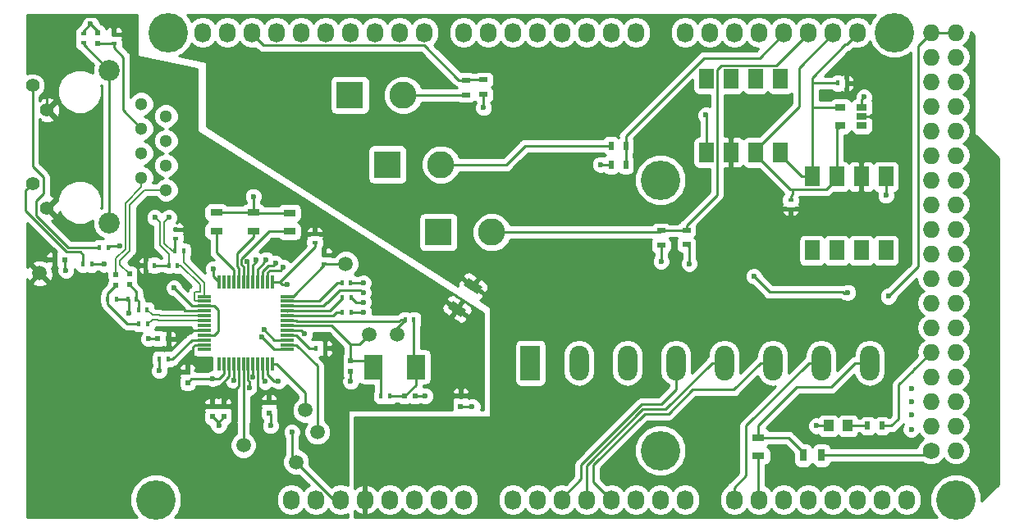
<source format=gbr>
G04 #@! TF.GenerationSoftware,KiCad,Pcbnew,(5.0.2)-1*
G04 #@! TF.CreationDate,2019-06-14T17:16:18-02:30*
G04 #@! TF.ProjectId,arduinoShield,61726475-696e-46f5-9368-69656c642e6b,rev?*
G04 #@! TF.SameCoordinates,Original*
G04 #@! TF.FileFunction,Copper,L1,Top*
G04 #@! TF.FilePolarity,Positive*
%FSLAX46Y46*%
G04 Gerber Fmt 4.6, Leading zero omitted, Abs format (unit mm)*
G04 Created by KiCad (PCBNEW (5.0.2)-1) date 6/14/2019 5:16:18 PM*
%MOMM*%
%LPD*%
G01*
G04 APERTURE LIST*
G04 #@! TA.AperFunction,SMDPad,CuDef*
%ADD10R,1.524000X2.032000*%
G04 #@! TD*
G04 #@! TA.AperFunction,ComponentPad*
%ADD11C,1.727200*%
G04 #@! TD*
G04 #@! TA.AperFunction,ComponentPad*
%ADD12O,1.727200X1.727200*%
G04 #@! TD*
G04 #@! TA.AperFunction,ComponentPad*
%ADD13O,1.727200X2.032000*%
G04 #@! TD*
G04 #@! TA.AperFunction,ComponentPad*
%ADD14C,4.064000*%
G04 #@! TD*
G04 #@! TA.AperFunction,SMDPad,CuDef*
%ADD15R,0.500000X0.600000*%
G04 #@! TD*
G04 #@! TA.AperFunction,SMDPad,CuDef*
%ADD16R,0.600000X0.500000*%
G04 #@! TD*
G04 #@! TA.AperFunction,SMDPad,CuDef*
%ADD17R,0.600000X0.400000*%
G04 #@! TD*
G04 #@! TA.AperFunction,SMDPad,CuDef*
%ADD18R,0.400000X0.600000*%
G04 #@! TD*
G04 #@! TA.AperFunction,BGAPad,CuDef*
%ADD19C,1.500000*%
G04 #@! TD*
G04 #@! TA.AperFunction,SMDPad,CuDef*
%ADD20R,1.060000X0.650000*%
G04 #@! TD*
G04 #@! TA.AperFunction,SMDPad,CuDef*
%ADD21R,1.900000X2.500000*%
G04 #@! TD*
G04 #@! TA.AperFunction,SMDPad,CuDef*
%ADD22R,0.300000X1.475000*%
G04 #@! TD*
G04 #@! TA.AperFunction,SMDPad,CuDef*
%ADD23R,1.475000X0.300000*%
G04 #@! TD*
G04 #@! TA.AperFunction,ComponentPad*
%ADD24C,1.408000*%
G04 #@! TD*
G04 #@! TA.AperFunction,ComponentPad*
%ADD25C,2.184400*%
G04 #@! TD*
G04 #@! TA.AperFunction,ComponentPad*
%ADD26C,1.300000*%
G04 #@! TD*
G04 #@! TA.AperFunction,SMDPad,CuDef*
%ADD27R,1.300000X0.700000*%
G04 #@! TD*
G04 #@! TA.AperFunction,SMDPad,CuDef*
%ADD28R,0.900000X0.500000*%
G04 #@! TD*
G04 #@! TA.AperFunction,SMDPad,CuDef*
%ADD29R,0.500000X0.900000*%
G04 #@! TD*
G04 #@! TA.AperFunction,SMDPad,CuDef*
%ADD30C,0.900000*%
G04 #@! TD*
G04 #@! TA.AperFunction,Conductor*
%ADD31C,0.100000*%
G04 #@! TD*
G04 #@! TA.AperFunction,SMDPad,CuDef*
%ADD32R,0.700000X1.300000*%
G04 #@! TD*
G04 #@! TA.AperFunction,SMDPad,CuDef*
%ADD33R,1.000000X1.200000*%
G04 #@! TD*
G04 #@! TA.AperFunction,ComponentPad*
%ADD34C,2.800000*%
G04 #@! TD*
G04 #@! TA.AperFunction,ComponentPad*
%ADD35R,2.800000X2.800000*%
G04 #@! TD*
G04 #@! TA.AperFunction,ComponentPad*
%ADD36O,2.000000X3.600000*%
G04 #@! TD*
G04 #@! TA.AperFunction,ComponentPad*
%ADD37R,2.000000X3.600000*%
G04 #@! TD*
G04 #@! TA.AperFunction,ViaPad*
%ADD38C,0.600000*%
G04 #@! TD*
G04 #@! TA.AperFunction,Conductor*
%ADD39C,0.250000*%
G04 #@! TD*
G04 #@! TA.AperFunction,Conductor*
%ADD40C,0.200000*%
G04 #@! TD*
G04 #@! TA.AperFunction,Conductor*
%ADD41C,0.254000*%
G04 #@! TD*
G04 APERTURE END LIST*
D10*
G04 #@! TO.P,U3,8*
G04 #@! TO.N,Net-(U3-Pad8)*
X139425329Y-121630708D03*
G04 #@! TO.P,U3,7*
G04 #@! TO.N,Net-(U3-Pad7)*
X136885329Y-121630708D03*
G04 #@! TO.P,U3,6*
G04 #@! TO.N,Net-(U3-Pad6)*
X134345329Y-121630708D03*
G04 #@! TO.P,U3,5*
G04 #@! TO.N,Net-(U3-Pad5)*
X131805329Y-121630708D03*
G04 #@! TO.P,U3,4*
G04 #@! TO.N,/21(SCL)*
X131805329Y-114010708D03*
G04 #@! TO.P,U3,3*
G04 #@! TO.N,/20(SDA)*
X134345329Y-114010708D03*
G04 #@! TO.P,U3,2*
G04 #@! TO.N,+3V3*
X136885329Y-114010708D03*
G04 #@! TO.P,U3,1*
G04 #@! TO.N,GND*
X139425329Y-114010708D03*
G04 #@! TD*
D11*
G04 #@! TO.P,P1,1*
G04 #@! TO.N,GND*
X144108000Y-142296000D03*
D12*
G04 #@! TO.P,P1,2*
X146648000Y-142296000D03*
G04 #@! TO.P,P1,3*
G04 #@! TO.N,NETW_SCLK*
X144108000Y-139756000D03*
G04 #@! TO.P,P1,4*
G04 #@! TO.N,NETW_SS*
X146648000Y-139756000D03*
G04 #@! TO.P,P1,5*
G04 #@! TO.N,NETW_MISO*
X144108000Y-137216000D03*
G04 #@! TO.P,P1,6*
G04 #@! TO.N,NETW_MOSI*
X146648000Y-137216000D03*
G04 #@! TO.P,P1,7*
G04 #@! TO.N,/48*
X144108000Y-134676000D03*
G04 #@! TO.P,P1,8*
G04 #@! TO.N,/49*
X146648000Y-134676000D03*
G04 #@! TO.P,P1,9*
G04 #@! TO.N,/46*
X144108000Y-132136000D03*
G04 #@! TO.P,P1,10*
G04 #@! TO.N,/47*
X146648000Y-132136000D03*
G04 #@! TO.P,P1,11*
G04 #@! TO.N,/44*
X144108000Y-129596000D03*
G04 #@! TO.P,P1,12*
G04 #@! TO.N,/45*
X146648000Y-129596000D03*
G04 #@! TO.P,P1,13*
G04 #@! TO.N,/42*
X144108000Y-127056000D03*
G04 #@! TO.P,P1,14*
G04 #@! TO.N,/43*
X146648000Y-127056000D03*
G04 #@! TO.P,P1,15*
G04 #@! TO.N,/40*
X144108000Y-124516000D03*
G04 #@! TO.P,P1,16*
G04 #@! TO.N,/41*
X146648000Y-124516000D03*
G04 #@! TO.P,P1,17*
G04 #@! TO.N,/38*
X144108000Y-121976000D03*
G04 #@! TO.P,P1,18*
G04 #@! TO.N,/39*
X146648000Y-121976000D03*
G04 #@! TO.P,P1,19*
G04 #@! TO.N,/36*
X144108000Y-119436000D03*
G04 #@! TO.P,P1,20*
G04 #@! TO.N,/37*
X146648000Y-119436000D03*
G04 #@! TO.P,P1,21*
G04 #@! TO.N,/34*
X144108000Y-116896000D03*
G04 #@! TO.P,P1,22*
G04 #@! TO.N,/35*
X146648000Y-116896000D03*
G04 #@! TO.P,P1,23*
G04 #@! TO.N,/32*
X144108000Y-114356000D03*
G04 #@! TO.P,P1,24*
G04 #@! TO.N,/33*
X146648000Y-114356000D03*
G04 #@! TO.P,P1,25*
G04 #@! TO.N,/30*
X144108000Y-111816000D03*
G04 #@! TO.P,P1,26*
G04 #@! TO.N,/31*
X146648000Y-111816000D03*
G04 #@! TO.P,P1,27*
G04 #@! TO.N,/28*
X144108000Y-109276000D03*
G04 #@! TO.P,P1,28*
G04 #@! TO.N,/29*
X146648000Y-109276000D03*
G04 #@! TO.P,P1,29*
G04 #@! TO.N,/26*
X144108000Y-106736000D03*
G04 #@! TO.P,P1,30*
G04 #@! TO.N,/27*
X146648000Y-106736000D03*
G04 #@! TO.P,P1,31*
G04 #@! TO.N,/24*
X144108000Y-104196000D03*
G04 #@! TO.P,P1,32*
G04 #@! TO.N,/25*
X146648000Y-104196000D03*
G04 #@! TO.P,P1,33*
G04 #@! TO.N,/22*
X144108000Y-101656000D03*
G04 #@! TO.P,P1,34*
G04 #@! TO.N,/23*
X146648000Y-101656000D03*
G04 #@! TO.P,P1,35*
G04 #@! TO.N,+5V*
X144108000Y-99116000D03*
G04 #@! TO.P,P1,36*
X146648000Y-99116000D03*
G04 #@! TD*
D13*
G04 #@! TO.P,P2,1*
G04 #@! TO.N,Net-(P2-Pad1)*
X78068000Y-147376000D03*
G04 #@! TO.P,P2,2*
G04 #@! TO.N,/IOREF*
X80608000Y-147376000D03*
G04 #@! TO.P,P2,3*
G04 #@! TO.N,NETW_RST_L*
X83148000Y-147376000D03*
G04 #@! TO.P,P2,4*
G04 #@! TO.N,+3V3*
X85688000Y-147376000D03*
G04 #@! TO.P,P2,5*
G04 #@! TO.N,Net-(P2-Pad5)*
X88228000Y-147376000D03*
G04 #@! TO.P,P2,6*
G04 #@! TO.N,GND*
X90768000Y-147376000D03*
G04 #@! TO.P,P2,7*
X93308000Y-147376000D03*
G04 #@! TO.P,P2,8*
G04 #@! TO.N,/Vin*
X95848000Y-147376000D03*
G04 #@! TD*
G04 #@! TO.P,P3,1*
G04 #@! TO.N,/A0*
X100928000Y-147376000D03*
G04 #@! TO.P,P3,2*
G04 #@! TO.N,/A1*
X103468000Y-147376000D03*
G04 #@! TO.P,P3,3*
G04 #@! TO.N,/A2*
X106008000Y-147376000D03*
G04 #@! TO.P,P3,4*
G04 #@! TO.N,/A3*
X108548000Y-147376000D03*
G04 #@! TO.P,P3,5*
G04 #@! TO.N,/A4*
X111088000Y-147376000D03*
G04 #@! TO.P,P3,6*
G04 #@! TO.N,/A5*
X113628000Y-147376000D03*
G04 #@! TO.P,P3,7*
G04 #@! TO.N,/A6*
X116168000Y-147376000D03*
G04 #@! TO.P,P3,8*
G04 #@! TO.N,/A7*
X118708000Y-147376000D03*
G04 #@! TD*
G04 #@! TO.P,P4,1*
G04 #@! TO.N,/A8*
X123788000Y-147376000D03*
G04 #@! TO.P,P4,2*
G04 #@! TO.N,/A9*
X126328000Y-147376000D03*
G04 #@! TO.P,P4,3*
G04 #@! TO.N,/A10*
X128868000Y-147376000D03*
G04 #@! TO.P,P4,4*
G04 #@! TO.N,/A11*
X131408000Y-147376000D03*
G04 #@! TO.P,P4,5*
G04 #@! TO.N,/A12*
X133948000Y-147376000D03*
G04 #@! TO.P,P4,6*
G04 #@! TO.N,/A13*
X136488000Y-147376000D03*
G04 #@! TO.P,P4,7*
G04 #@! TO.N,/A14*
X139028000Y-147376000D03*
G04 #@! TO.P,P4,8*
G04 #@! TO.N,/A15*
X141568000Y-147376000D03*
G04 #@! TD*
G04 #@! TO.P,P5,1*
G04 #@! TO.N,/SCL*
X68924000Y-99116000D03*
G04 #@! TO.P,P5,2*
G04 #@! TO.N,/SDA*
X71464000Y-99116000D03*
G04 #@! TO.P,P5,3*
G04 #@! TO.N,/AREF*
X74004000Y-99116000D03*
G04 #@! TO.P,P5,4*
G04 #@! TO.N,GND*
X76544000Y-99116000D03*
G04 #@! TO.P,P5,5*
G04 #@! TO.N,/13(\002A\002A)*
X79084000Y-99116000D03*
G04 #@! TO.P,P5,6*
G04 #@! TO.N,/12(\002A\002A)*
X81624000Y-99116000D03*
G04 #@! TO.P,P5,7*
G04 #@! TO.N,/11(\002A\002A)*
X84164000Y-99116000D03*
G04 #@! TO.P,P5,8*
G04 #@! TO.N,/10(\002A\002A)*
X86704000Y-99116000D03*
G04 #@! TO.P,P5,9*
G04 #@! TO.N,/9(\002A\002A)*
X89244000Y-99116000D03*
G04 #@! TO.P,P5,10*
G04 #@! TO.N,/8(\002A\002A)*
X91784000Y-99116000D03*
G04 #@! TD*
G04 #@! TO.P,P6,1*
G04 #@! TO.N,/7(\002A\002A)*
X95848000Y-99116000D03*
G04 #@! TO.P,P6,2*
G04 #@! TO.N,/6(\002A\002A)*
X98388000Y-99116000D03*
G04 #@! TO.P,P6,3*
G04 #@! TO.N,/5(\002A\002A)*
X100928000Y-99116000D03*
G04 #@! TO.P,P6,4*
G04 #@! TO.N,/4(\002A\002A)*
X103468000Y-99116000D03*
G04 #@! TO.P,P6,5*
G04 #@! TO.N,/3(\002A\002A)*
X106008000Y-99116000D03*
G04 #@! TO.P,P6,6*
G04 #@! TO.N,/2(\002A\002A)*
X108548000Y-99116000D03*
G04 #@! TO.P,P6,7*
G04 #@! TO.N,/1(Tx0)*
X111088000Y-99116000D03*
G04 #@! TO.P,P6,8*
G04 #@! TO.N,/0(Rx0)*
X113628000Y-99116000D03*
G04 #@! TD*
G04 #@! TO.P,P7,1*
G04 #@! TO.N,/14(Tx3)*
X118708000Y-99116000D03*
G04 #@! TO.P,P7,2*
G04 #@! TO.N,/15(Rx3)*
X121248000Y-99116000D03*
G04 #@! TO.P,P7,3*
G04 #@! TO.N,/16(Tx2)*
X123788000Y-99116000D03*
G04 #@! TO.P,P7,4*
G04 #@! TO.N,/17(Rx2)*
X126328000Y-99116000D03*
G04 #@! TO.P,P7,5*
G04 #@! TO.N,/18(Tx1)*
X128868000Y-99116000D03*
G04 #@! TO.P,P7,6*
G04 #@! TO.N,/19(Rx1)*
X131408000Y-99116000D03*
G04 #@! TO.P,P7,7*
G04 #@! TO.N,/20(SDA)*
X133948000Y-99116000D03*
G04 #@! TO.P,P7,8*
G04 #@! TO.N,/21(SCL)*
X136488000Y-99116000D03*
G04 #@! TD*
D14*
G04 #@! TO.P,P8,1*
G04 #@! TO.N,Net-(P8-Pad1)*
X64098000Y-147376000D03*
G04 #@! TD*
G04 #@! TO.P,P9,1*
G04 #@! TO.N,Net-(P9-Pad1)*
X116168000Y-142296000D03*
G04 #@! TD*
G04 #@! TO.P,P10,1*
G04 #@! TO.N,Net-(P10-Pad1)*
X146648000Y-147376000D03*
G04 #@! TD*
G04 #@! TO.P,P11,1*
G04 #@! TO.N,Net-(P11-Pad1)*
X65368000Y-99116000D03*
G04 #@! TD*
G04 #@! TO.P,P12,1*
G04 #@! TO.N,Net-(P12-Pad1)*
X116168000Y-114356000D03*
G04 #@! TD*
G04 #@! TO.P,P13,1*
G04 #@! TO.N,Net-(P13-Pad1)*
X140298000Y-99116000D03*
G04 #@! TD*
D15*
G04 #@! TO.P,C1,1*
G04 #@! TO.N,Net-(C1-Pad1)*
X84180000Y-132980000D03*
G04 #@! TO.P,C1,2*
G04 #@! TO.N,GND*
X84180000Y-134080000D03*
G04 #@! TD*
G04 #@! TO.P,C2,1*
G04 #@! TO.N,3V3_WIZ*
X95540000Y-136650000D03*
G04 #@! TO.P,C2,2*
G04 #@! TO.N,GND*
X95540000Y-137750000D03*
G04 #@! TD*
D16*
G04 #@! TO.P,C3,2*
G04 #@! TO.N,GND*
X90830000Y-136680000D03*
G04 #@! TO.P,C3,1*
G04 #@! TO.N,Net-(C3-Pad1)*
X89730000Y-136680000D03*
G04 #@! TD*
D15*
G04 #@! TO.P,C5,2*
G04 #@! TO.N,GND*
X69920000Y-138820000D03*
G04 #@! TO.P,C5,1*
G04 #@! TO.N,3V3_WIZ*
X69920000Y-137720000D03*
G04 #@! TD*
G04 #@! TO.P,C7,1*
G04 #@! TO.N,3V3_WIZ*
X67370000Y-134170000D03*
G04 #@! TO.P,C7,2*
G04 #@! TO.N,GND*
X67370000Y-135270000D03*
G04 #@! TD*
D16*
G04 #@! TO.P,C8,2*
G04 #@! TO.N,GND*
X54735893Y-122584854D03*
G04 #@! TO.P,C8,1*
G04 #@! TO.N,3V3_WIZ*
X53635893Y-122584854D03*
G04 #@! TD*
D15*
G04 #@! TO.P,C9,1*
G04 #@! TO.N,3V3_WIZ*
X71120000Y-137710000D03*
G04 #@! TO.P,C9,2*
G04 #@! TO.N,GND*
X71120000Y-138810000D03*
G04 #@! TD*
D16*
G04 #@! TO.P,C10,2*
G04 #@! TO.N,GND*
X64290000Y-130740000D03*
G04 #@! TO.P,C10,1*
G04 #@! TO.N,3V3_WIZ*
X65390000Y-130740000D03*
G04 #@! TD*
D15*
G04 #@! TO.P,C11,2*
G04 #@! TO.N,GND*
X75782000Y-138410000D03*
G04 #@! TO.P,C11,1*
G04 #@! TO.N,3V3_WIZ*
X75782000Y-137310000D03*
G04 #@! TD*
G04 #@! TO.P,C13,2*
G04 #@! TO.N,Net-(C13-Pad2)*
X59940000Y-125230000D03*
G04 #@! TO.P,C13,1*
G04 #@! TO.N,/wiznet/RX_C_P*
X59940000Y-124130000D03*
G04 #@! TD*
G04 #@! TO.P,C14,1*
G04 #@! TO.N,/wiznet/RX_C_N*
X61370000Y-124070000D03*
G04 #@! TO.P,C14,2*
G04 #@! TO.N,Net-(C14-Pad2)*
X61370000Y-125170000D03*
G04 #@! TD*
G04 #@! TO.P,C15,1*
G04 #@! TO.N,GND*
X58100000Y-99160000D03*
G04 #@! TO.P,C15,2*
G04 #@! TO.N,Net-(C15-Pad2)*
X58100000Y-100260000D03*
G04 #@! TD*
D17*
G04 #@! TO.P,FB2,2*
G04 #@! TO.N,GND*
X56630000Y-99280000D03*
G04 #@! TO.P,FB2,1*
G04 #@! TO.N,Net-(FB2-Pad1)*
X56630000Y-100180000D03*
G04 #@! TD*
D18*
G04 #@! TO.P,R1,1*
G04 #@! TO.N,+3V3*
X135360000Y-104360000D03*
G04 #@! TO.P,R1,2*
G04 #@! TO.N,/21(SCL)*
X134460000Y-104360000D03*
G04 #@! TD*
D17*
G04 #@! TO.P,R2,2*
G04 #@! TO.N,/20(SDA)*
X129593742Y-116424088D03*
G04 #@! TO.P,R2,1*
G04 #@! TO.N,+3V3*
X129593742Y-117324088D03*
G04 #@! TD*
D18*
G04 #@! TO.P,R3,2*
G04 #@! TO.N,Net-(C1-Pad1)*
X87330000Y-136680000D03*
G04 #@! TO.P,R3,1*
G04 #@! TO.N,Net-(C3-Pad1)*
X88230000Y-136680000D03*
G04 #@! TD*
G04 #@! TO.P,R4,1*
G04 #@! TO.N,Net-(R4-Pad1)*
X89820000Y-128820000D03*
G04 #@! TO.P,R4,2*
G04 #@! TO.N,Net-(C3-Pad1)*
X90720000Y-128820000D03*
G04 #@! TD*
G04 #@! TO.P,R5,2*
G04 #@! TO.N,/wiznet/LINK_LED_R*
X56560000Y-123070000D03*
G04 #@! TO.P,R5,1*
G04 #@! TO.N,/wiznet/LINK_LED*
X57460000Y-123070000D03*
G04 #@! TD*
G04 #@! TO.P,R6,1*
G04 #@! TO.N,/wiznet/ACT_LED*
X59200000Y-121330000D03*
G04 #@! TO.P,R6,2*
G04 #@! TO.N,/wiznet/ACT_LED_R*
X58300000Y-121330000D03*
G04 #@! TD*
D17*
G04 #@! TO.P,R7,2*
G04 #@! TO.N,NETW_INT_L*
X81450000Y-123000000D03*
G04 #@! TO.P,R7,1*
G04 #@! TO.N,3V3_WIZ*
X81450000Y-122100000D03*
G04 #@! TD*
D18*
G04 #@! TO.P,R8,1*
G04 #@! TO.N,3V3_WIZ*
X81550000Y-131730000D03*
G04 #@! TO.P,R8,2*
G04 #@! TO.N,Net-(R8-Pad2)*
X80650000Y-131730000D03*
G04 #@! TD*
D17*
G04 #@! TO.P,R9,1*
G04 #@! TO.N,3V3_WIZ*
X80490000Y-119930000D03*
G04 #@! TO.P,R9,2*
G04 #@! TO.N,NETW_RST_L*
X80490000Y-120830000D03*
G04 #@! TD*
D18*
G04 #@! TO.P,R19,1*
G04 #@! TO.N,Net-(R19-Pad1)*
X65360000Y-132860000D03*
G04 #@! TO.P,R19,2*
G04 #@! TO.N,GND*
X64460000Y-132860000D03*
G04 #@! TD*
G04 #@! TO.P,R20,2*
G04 #@! TO.N,/wiznet/RX_N*
X63190000Y-127760000D03*
G04 #@! TO.P,R20,1*
G04 #@! TO.N,Net-(C14-Pad2)*
X62290000Y-127760000D03*
G04 #@! TD*
G04 #@! TO.P,R21,2*
G04 #@! TO.N,/wiznet/RX_P*
X63260000Y-129220000D03*
G04 #@! TO.P,R21,1*
G04 #@! TO.N,Net-(C13-Pad2)*
X62360000Y-129220000D03*
G04 #@! TD*
G04 #@! TO.P,R22,2*
G04 #@! TO.N,Net-(C12-Pad2)*
X60020000Y-126630000D03*
G04 #@! TO.P,R22,1*
G04 #@! TO.N,Net-(C13-Pad2)*
X59120000Y-126630000D03*
G04 #@! TD*
G04 #@! TO.P,R23,2*
G04 #@! TO.N,/wiznet/TX_P*
X66340000Y-123160000D03*
G04 #@! TO.P,R23,1*
G04 #@! TO.N,/wiznet/TX_R_P*
X65440000Y-123160000D03*
G04 #@! TD*
G04 #@! TO.P,R24,1*
G04 #@! TO.N,/wiznet/TX_R_N*
X66080000Y-121710000D03*
G04 #@! TO.P,R24,2*
G04 #@! TO.N,/wiznet/TX_N*
X66980000Y-121710000D03*
G04 #@! TD*
G04 #@! TO.P,R25,1*
G04 #@! TO.N,Net-(C14-Pad2)*
X62110000Y-126630000D03*
G04 #@! TO.P,R25,2*
G04 #@! TO.N,Net-(C12-Pad2)*
X61210000Y-126630000D03*
G04 #@! TD*
G04 #@! TO.P,R26,2*
G04 #@! TO.N,/wiznet/TX_R_P*
X63950000Y-123170000D03*
G04 #@! TO.P,R26,1*
G04 #@! TO.N,3V3_WIZ*
X63050000Y-123170000D03*
G04 #@! TD*
D17*
G04 #@! TO.P,R27,1*
G04 #@! TO.N,3V3_WIZ*
X66100000Y-119480000D03*
G04 #@! TO.P,R27,2*
G04 #@! TO.N,/wiznet/TX_R_N*
X66100000Y-120380000D03*
G04 #@! TD*
G04 #@! TO.P,R28,2*
G04 #@! TO.N,3V3_WIZ*
X59760000Y-99340000D03*
G04 #@! TO.P,R28,1*
G04 #@! TO.N,Net-(C15-Pad2)*
X59760000Y-100240000D03*
G04 #@! TD*
D19*
G04 #@! TO.P,TP1,1*
G04 #@! TO.N,/wiznet/DUP_LED_NC*
X80760000Y-140380000D03*
G04 #@! TD*
G04 #@! TO.P,TP2,1*
G04 #@! TO.N,Net-(R4-Pad1)*
X89030000Y-130270000D03*
G04 #@! TD*
G04 #@! TO.P,TP3,1*
G04 #@! TO.N,Net-(C1-Pad1)*
X86120000Y-130330000D03*
G04 #@! TD*
G04 #@! TO.P,TP4,1*
G04 #@! TO.N,NETW_INT_L*
X83700000Y-123010000D03*
G04 #@! TD*
G04 #@! TO.P,TP5,1*
G04 #@! TO.N,NETW_RST_L*
X78550000Y-143480000D03*
G04 #@! TD*
G04 #@! TO.P,TP6,1*
G04 #@! TO.N,/wiznet/SPD_LED_NC*
X79500000Y-138130000D03*
G04 #@! TD*
G04 #@! TO.P,TP7,1*
G04 #@! TO.N,3V3_WIZ*
X52100000Y-123990000D03*
G04 #@! TD*
G04 #@! TO.P,TP8,1*
G04 #@! TO.N,/wiznet/1V2_VGB_NC*
X73120000Y-141760000D03*
G04 #@! TD*
D20*
G04 #@! TO.P,U1,5*
G04 #@! TO.N,/20(SDA)*
X134756258Y-108735912D03*
G04 #@! TO.P,U1,4*
G04 #@! TO.N,/21(SCL)*
X134756258Y-106835912D03*
G04 #@! TO.P,U1,3*
G04 #@! TO.N,GND*
X136956258Y-106835912D03*
G04 #@! TO.P,U1,2*
G04 #@! TO.N,+3V3*
X136956258Y-107785912D03*
G04 #@! TO.P,U1,1*
G04 #@! TO.N,Net-(U1-Pad1)*
X136956258Y-108735912D03*
G04 #@! TD*
D10*
G04 #@! TO.P,U2,1*
G04 #@! TO.N,GND*
X120894993Y-111509007D03*
G04 #@! TO.P,U2,2*
G04 #@! TO.N,+3V3*
X123434993Y-111509007D03*
G04 #@! TO.P,U2,3*
G04 #@! TO.N,/20(SDA)*
X125974993Y-111509007D03*
G04 #@! TO.P,U2,4*
G04 #@! TO.N,/21(SCL)*
X128514993Y-111509007D03*
G04 #@! TO.P,U2,5*
G04 #@! TO.N,Net-(U2-Pad5)*
X128514993Y-103889007D03*
G04 #@! TO.P,U2,6*
G04 #@! TO.N,Net-(U2-Pad6)*
X125974993Y-103889007D03*
G04 #@! TO.P,U2,7*
G04 #@! TO.N,Net-(U2-Pad7)*
X123434993Y-103889007D03*
G04 #@! TO.P,U2,8*
G04 #@! TO.N,Net-(U2-Pad8)*
X120894993Y-103889007D03*
G04 #@! TD*
D21*
G04 #@! TO.P,Y1,2*
G04 #@! TO.N,Net-(C3-Pad1)*
X90940000Y-133670000D03*
G04 #@! TO.P,Y1,1*
G04 #@! TO.N,Net-(C1-Pad1)*
X86540000Y-133670000D03*
G04 #@! TD*
D22*
G04 #@! TO.P,U4,48*
G04 #@! TO.N,GND*
X70626000Y-124888000D03*
G04 #@! TO.P,U4,47*
G04 #@! TO.N,Net-(U4-Pad47)*
X71126000Y-124888000D03*
G04 #@! TO.P,U4,46*
G04 #@! TO.N,Net-(U4-Pad46)*
X71626000Y-124888000D03*
G04 #@! TO.P,U4,45*
G04 #@! TO.N,/wiznet/PMODE0*
X72126000Y-124888000D03*
G04 #@! TO.P,U4,44*
G04 #@! TO.N,/wiznet/PMODE1*
X72626000Y-124888000D03*
G04 #@! TO.P,U4,43*
G04 #@! TO.N,/wiznet/PMODE2*
X73126000Y-124888000D03*
G04 #@! TO.P,U4,42*
G04 #@! TO.N,/wiznet/RSVD5*
X73626000Y-124888000D03*
G04 #@! TO.P,U4,41*
G04 #@! TO.N,/wiznet/RSVD4*
X74126000Y-124888000D03*
G04 #@! TO.P,U4,40*
G04 #@! TO.N,/wiznet/RSVD3*
X74626000Y-124888000D03*
G04 #@! TO.P,U4,39*
G04 #@! TO.N,/wiznet/RSVD2*
X75126000Y-124888000D03*
G04 #@! TO.P,U4,38*
G04 #@! TO.N,/wiznet/RSVD1*
X75626000Y-124888000D03*
G04 #@! TO.P,U4,37*
G04 #@! TO.N,NETW_RST_L*
X76126000Y-124888000D03*
D23*
G04 #@! TO.P,U4,36*
G04 #@! TO.N,NETW_INT_L*
X77614000Y-126376000D03*
G04 #@! TO.P,U4,35*
G04 #@! TO.N,/wiznet/NETW_S3*
X77614000Y-126876000D03*
G04 #@! TO.P,U4,34*
G04 #@! TO.N,NETW_MISO*
X77614000Y-127376000D03*
G04 #@! TO.P,U4,33*
G04 #@! TO.N,/wiznet/NETW_S1*
X77614000Y-127876000D03*
G04 #@! TO.P,U4,32*
G04 #@! TO.N,/wiznet/NETW_S0*
X77614000Y-128376000D03*
G04 #@! TO.P,U4,31*
G04 #@! TO.N,Net-(R4-Pad1)*
X77614000Y-128876000D03*
G04 #@! TO.P,U4,30*
G04 #@! TO.N,Net-(C1-Pad1)*
X77614000Y-129376000D03*
G04 #@! TO.P,U4,29*
G04 #@! TO.N,GND*
X77614000Y-129876000D03*
G04 #@! TO.P,U4,28*
G04 #@! TO.N,Net-(R8-Pad2)*
X77614000Y-130376000D03*
G04 #@! TO.P,U4,27*
G04 #@! TO.N,/wiznet/ACT_LED*
X77614000Y-130876000D03*
G04 #@! TO.P,U4,26*
G04 #@! TO.N,/wiznet/DUP_LED_NC*
X77614000Y-131376000D03*
G04 #@! TO.P,U4,25*
G04 #@! TO.N,/wiznet/LINK_LED*
X77614000Y-131876000D03*
D22*
G04 #@! TO.P,U4,24*
G04 #@! TO.N,/wiznet/SPD_LED_NC*
X76126000Y-133364000D03*
G04 #@! TO.P,U4,23*
G04 #@! TO.N,/wiznet/RSVD0*
X75626000Y-133364000D03*
G04 #@! TO.P,U4,22*
G04 #@! TO.N,/wiznet/1V20*
X75126000Y-133364000D03*
G04 #@! TO.P,U4,21*
G04 #@! TO.N,3V3_WIZ*
X74626000Y-133364000D03*
G04 #@! TO.P,U4,20*
G04 #@! TO.N,/wiznet/REF_CAP*
X74126000Y-133364000D03*
G04 #@! TO.P,U4,19*
G04 #@! TO.N,GND*
X73626000Y-133364000D03*
G04 #@! TO.P,U4,18*
G04 #@! TO.N,/wiznet/1V2_VGB_NC*
X73126000Y-133364000D03*
G04 #@! TO.P,U4,17*
G04 #@! TO.N,3V3_WIZ*
X72626000Y-133364000D03*
G04 #@! TO.P,U4,16*
G04 #@! TO.N,GND*
X72126000Y-133364000D03*
G04 #@! TO.P,U4,15*
G04 #@! TO.N,3V3_WIZ*
X71626000Y-133364000D03*
G04 #@! TO.P,U4,14*
G04 #@! TO.N,GND*
X71126000Y-133364000D03*
G04 #@! TO.P,U4,13*
G04 #@! TO.N,Net-(U4-Pad13)*
X70626000Y-133364000D03*
D23*
G04 #@! TO.P,U4,12*
G04 #@! TO.N,Net-(U4-Pad12)*
X69138000Y-131876000D03*
G04 #@! TO.P,U4,11*
G04 #@! TO.N,3V3_WIZ*
X69138000Y-131376000D03*
G04 #@! TO.P,U4,10*
G04 #@! TO.N,Net-(R19-Pad1)*
X69138000Y-130876000D03*
G04 #@! TO.P,U4,9*
G04 #@! TO.N,GND*
X69138000Y-130376000D03*
G04 #@! TO.P,U4,8*
G04 #@! TO.N,3V3_WIZ*
X69138000Y-129876000D03*
G04 #@! TO.P,U4,7*
G04 #@! TO.N,Net-(U4-Pad7)*
X69138000Y-129376000D03*
G04 #@! TO.P,U4,6*
G04 #@! TO.N,/wiznet/RX_P*
X69138000Y-128876000D03*
G04 #@! TO.P,U4,5*
G04 #@! TO.N,/wiznet/RX_N*
X69138000Y-128376000D03*
G04 #@! TO.P,U4,4*
G04 #@! TO.N,3V3_WIZ*
X69138000Y-127876000D03*
G04 #@! TO.P,U4,3*
G04 #@! TO.N,GND*
X69138000Y-127376000D03*
G04 #@! TO.P,U4,2*
G04 #@! TO.N,/wiznet/TX_P*
X69138000Y-126876000D03*
G04 #@! TO.P,U4,1*
G04 #@! TO.N,/wiznet/TX_N*
X69138000Y-126376000D03*
G04 #@! TD*
D24*
G04 #@! TO.P,P14,L2*
G04 #@! TO.N,/wiznet/LINK_LED_R*
X51360870Y-114713620D03*
G04 #@! TO.P,P14,L3*
G04 #@! TO.N,3V3_WIZ*
X52880870Y-107143620D03*
G04 #@! TO.P,P14,L4*
G04 #@! TO.N,/wiznet/ACT_LED_R*
X51360370Y-104605470D03*
G04 #@! TO.P,P14,L1*
G04 #@! TO.N,3V3_WIZ*
X52880370Y-117255470D03*
D25*
G04 #@! TO.P,P14,SH*
G04 #@! TO.N,Net-(FB2-Pad1)*
X59308960Y-118804210D03*
X59308960Y-103054210D03*
D26*
G04 #@! TO.P,P14,R1*
G04 #@! TO.N,/wiznet/TX_R_P*
X62608960Y-106484210D03*
G04 #@! TO.P,P14,R2*
G04 #@! TO.N,/wiznet/TX_R_N*
X65148960Y-107754210D03*
G04 #@! TO.P,P14,R3*
G04 #@! TO.N,Net-(C15-Pad2)*
X62608960Y-109024210D03*
G04 #@! TO.P,P14,R4*
G04 #@! TO.N,Net-(P14-PadR4)*
X65148960Y-110294209D03*
G04 #@! TO.P,P14,R5*
G04 #@! TO.N,Net-(P14-PadR5)*
X62608960Y-111564209D03*
G04 #@! TO.P,P14,R6*
G04 #@! TO.N,Net-(P14-PadR6)*
X65148960Y-112834210D03*
G04 #@! TO.P,P14,R7*
G04 #@! TO.N,/wiznet/RX_C_P*
X62608960Y-114104210D03*
G04 #@! TO.P,P14,R8*
G04 #@! TO.N,/wiznet/RX_C_N*
X65148960Y-115374210D03*
G04 #@! TD*
D27*
G04 #@! TO.P,R17,2*
G04 #@! TO.N,/wiznet/PMODE1*
X74140000Y-119630000D03*
G04 #@! TO.P,R17,1*
G04 #@! TO.N,GND*
X74140000Y-117730000D03*
G04 #@! TD*
G04 #@! TO.P,R16,1*
G04 #@! TO.N,GND*
X70350000Y-117710000D03*
G04 #@! TO.P,R16,2*
G04 #@! TO.N,/wiznet/PMODE0*
X70350000Y-119610000D03*
G04 #@! TD*
G04 #@! TO.P,R18,2*
G04 #@! TO.N,/wiznet/PMODE2*
X77880000Y-119650000D03*
G04 #@! TO.P,R18,1*
G04 #@! TO.N,GND*
X77880000Y-117750000D03*
G04 #@! TD*
D28*
G04 #@! TO.P,R29,1*
G04 #@! TO.N,/AREF*
X96080000Y-104060000D03*
G04 #@! TO.P,R29,2*
G04 #@! TO.N,Net-(J1-Pad2)*
X96080000Y-105560000D03*
G04 #@! TD*
D29*
G04 #@! TO.P,R30,2*
G04 #@! TO.N,Net-(J2-Pad2)*
X111080000Y-110810000D03*
G04 #@! TO.P,R30,1*
G04 #@! TO.N,/18(Tx1)*
X112580000Y-110810000D03*
G04 #@! TD*
D28*
G04 #@! TO.P,R31,1*
G04 #@! TO.N,/19(Rx1)*
X118840000Y-119530000D03*
G04 #@! TO.P,R31,2*
G04 #@! TO.N,+5V*
X118840000Y-121030000D03*
G04 #@! TD*
G04 #@! TO.P,R32,2*
G04 #@! TO.N,GND*
X97920000Y-105520000D03*
G04 #@! TO.P,R32,1*
G04 #@! TO.N,/AREF*
X97920000Y-104020000D03*
G04 #@! TD*
D29*
G04 #@! TO.P,R33,1*
G04 #@! TO.N,/18(Tx1)*
X112580000Y-112770000D03*
G04 #@! TO.P,R33,2*
G04 #@! TO.N,GND*
X111080000Y-112770000D03*
G04 #@! TD*
D28*
G04 #@! TO.P,R34,2*
G04 #@! TO.N,GND*
X116220000Y-121100000D03*
G04 #@! TO.P,R34,1*
G04 #@! TO.N,/19(Rx1)*
X116220000Y-119600000D03*
G04 #@! TD*
D30*
G04 #@! TO.P,FB1,2*
G04 #@! TO.N,3V3_WIZ*
X95168314Y-127687770D03*
D31*
G04 #@! TD*
G04 #@! TO.N,3V3_WIZ*
G04 #@! TO.C,FB1*
G36*
X94730144Y-126831612D02*
X96122703Y-127806692D01*
X95606484Y-128543928D01*
X94213925Y-127568848D01*
X94730144Y-126831612D01*
X94730144Y-126831612D01*
G37*
D30*
G04 #@! TO.P,FB1,1*
G04 #@! TO.N,+3V3*
X96831686Y-125312230D03*
D31*
G04 #@! TD*
G04 #@! TO.N,+3V3*
G04 #@! TO.C,FB1*
G36*
X96393516Y-124456072D02*
X97786075Y-125431152D01*
X97269856Y-126168388D01*
X95877297Y-125193308D01*
X96393516Y-124456072D01*
X96393516Y-124456072D01*
G37*
D27*
G04 #@! TO.P,R35,2*
G04 #@! TO.N,/A9*
X126280000Y-142840000D03*
G04 #@! TO.P,R35,1*
G04 #@! TO.N,Net-(J4-Pad8)*
X126280000Y-140940000D03*
G04 #@! TD*
D32*
G04 #@! TO.P,R36,1*
G04 #@! TO.N,GND*
X132780000Y-142780000D03*
G04 #@! TO.P,R36,2*
G04 #@! TO.N,Net-(J4-Pad8)*
X130880000Y-142780000D03*
G04 #@! TD*
D33*
G04 #@! TO.P,D1,1*
G04 #@! TO.N,GND*
X133500000Y-139750000D03*
G04 #@! TO.P,D1,2*
G04 #@! TO.N,Net-(D1-Pad2)*
X135500000Y-139750000D03*
G04 #@! TD*
D34*
G04 #@! TO.P,J1,2*
G04 #@! TO.N,Net-(J1-Pad2)*
X89620000Y-105580000D03*
D35*
G04 #@! TO.P,J1,1*
G04 #@! TO.N,GND*
X84120000Y-105580000D03*
G04 #@! TD*
G04 #@! TO.P,J2,1*
G04 #@! TO.N,GND*
X88000000Y-112750000D03*
D34*
G04 #@! TO.P,J2,2*
G04 #@! TO.N,Net-(J2-Pad2)*
X93500000Y-112750000D03*
G04 #@! TD*
G04 #@! TO.P,J3,2*
G04 #@! TO.N,/19(Rx1)*
X98750000Y-119750000D03*
D35*
G04 #@! TO.P,J3,1*
G04 #@! TO.N,GND*
X93250000Y-119750000D03*
G04 #@! TD*
D36*
G04 #@! TO.P,J4,8*
G04 #@! TO.N,Net-(J4-Pad8)*
X137750000Y-133250000D03*
G04 #@! TO.P,J4,7*
G04 #@! TO.N,/A8*
X132750000Y-133250000D03*
G04 #@! TO.P,J4,6*
G04 #@! TO.N,/A4*
X127750000Y-133250000D03*
G04 #@! TO.P,J4,5*
G04 #@! TO.N,/A3*
X122750000Y-133250000D03*
G04 #@! TO.P,J4,4*
G04 #@! TO.N,/A2*
X117750000Y-133250000D03*
G04 #@! TO.P,J4,3*
G04 #@! TO.N,GND*
X112750000Y-133250000D03*
G04 #@! TO.P,J4,2*
X107750000Y-133250000D03*
D37*
G04 #@! TO.P,J4,1*
X102750000Y-133250000D03*
G04 #@! TD*
D29*
G04 #@! TO.P,R37,2*
G04 #@! TO.N,Net-(D1-Pad2)*
X137525001Y-139750000D03*
G04 #@! TO.P,R37,1*
G04 #@! TO.N,/46*
X139025001Y-139750000D03*
G04 #@! TD*
D18*
G04 #@! TO.P,R38,1*
G04 #@! TO.N,/wiznet/NETW_S0*
X83350000Y-128000000D03*
G04 #@! TO.P,R38,2*
G04 #@! TO.N,NETW_SS*
X84250000Y-128000000D03*
G04 #@! TD*
G04 #@! TO.P,R39,2*
G04 #@! TO.N,NETW_SCLK*
X84250000Y-126500000D03*
G04 #@! TO.P,R39,1*
G04 #@! TO.N,/wiznet/NETW_S1*
X83350000Y-126500000D03*
G04 #@! TD*
G04 #@! TO.P,R40,2*
G04 #@! TO.N,NETW_MOSI*
X84200000Y-125000000D03*
G04 #@! TO.P,R40,1*
G04 #@! TO.N,/wiznet/NETW_S3*
X83300000Y-125000000D03*
G04 #@! TD*
D38*
G04 #@! TO.N,GND*
X72130000Y-135090000D03*
X73720000Y-135790000D03*
X64450000Y-134070000D03*
X84210000Y-135150000D03*
X96740000Y-137770000D03*
X91910000Y-136670000D03*
X54815893Y-123714854D03*
X74150000Y-116060000D03*
X69970000Y-134880000D03*
X75920000Y-139740000D03*
X70580000Y-139670000D03*
X79460000Y-130260000D03*
X116230000Y-122760000D03*
X109980000Y-112750000D03*
X97920000Y-106890000D03*
X120830000Y-107650000D03*
X57370000Y-98240000D03*
X65960000Y-125500000D03*
X70000000Y-123550000D03*
X63330000Y-130770000D03*
X139425329Y-115950000D03*
X137175000Y-105800000D03*
X132250000Y-139750000D03*
G04 #@! TO.N,+5V*
X119130000Y-123000000D03*
X139675000Y-126375000D03*
X135500000Y-125975000D03*
X125800000Y-124300000D03*
G04 #@! TO.N,/wiznet/REF_CAP*
X74110000Y-134740000D03*
G04 #@! TO.N,/wiznet/1V20*
X75380000Y-135180000D03*
G04 #@! TO.N,Net-(C12-Pad2)*
X61280000Y-128080000D03*
G04 #@! TO.N,NETW_SCLK*
X142100000Y-138570000D03*
X85500000Y-127000000D03*
G04 #@! TO.N,NETW_SS*
X142040000Y-140110000D03*
X85500000Y-128000000D03*
G04 #@! TO.N,NETW_MISO*
X142094000Y-137216000D03*
X85500000Y-126000000D03*
G04 #@! TO.N,NETW_MOSI*
X142080000Y-135870000D03*
X85500000Y-125000000D03*
G04 #@! TO.N,/wiznet/LINK_LED*
X58750000Y-123070000D03*
X75010000Y-130570000D03*
G04 #@! TO.N,/wiznet/ACT_LED*
X60340000Y-121180000D03*
X75240000Y-129790000D03*
G04 #@! TO.N,/wiznet/RSVD0*
X76760000Y-135140000D03*
G04 #@! TO.N,/wiznet/RSVD1*
X77260000Y-123370000D03*
G04 #@! TO.N,/wiznet/TX_R_P*
X63980000Y-118240000D03*
G04 #@! TO.N,/wiznet/TX_R_N*
X65450000Y-118240000D03*
G04 #@! TO.N,/wiznet/RSVD2*
X76460000Y-122970000D03*
G04 #@! TO.N,/wiznet/RSVD3*
X75470000Y-122590000D03*
G04 #@! TO.N,/wiznet/RSVD4*
X74430000Y-122610000D03*
G04 #@! TO.N,/wiznet/RSVD5*
X73530000Y-122800000D03*
G04 #@! TO.N,NETW_RST_L*
X78130000Y-140400000D03*
X77670000Y-125120000D03*
G04 #@! TD*
D39*
G04 #@! TO.N,GND*
X54735893Y-123634854D02*
X54815893Y-123714854D01*
X54735893Y-122584854D02*
X54735893Y-123634854D01*
X74150000Y-116060000D02*
X74150000Y-117720000D01*
X77880000Y-117750000D02*
X74160000Y-117750000D01*
X74140000Y-117730000D02*
X70370000Y-117730000D01*
X73626000Y-135036000D02*
X73626000Y-133364000D01*
X72126000Y-135024000D02*
X72126000Y-133364000D01*
X70394264Y-134880000D02*
X69970000Y-134880000D01*
X70582502Y-134880000D02*
X70394264Y-134880000D01*
X71126000Y-134336502D02*
X70582502Y-134880000D01*
X71126000Y-133364000D02*
X71126000Y-134336502D01*
X73720000Y-135130000D02*
X73720000Y-135790000D01*
X73626000Y-135036000D02*
X73720000Y-135130000D01*
X75920000Y-138548000D02*
X75782000Y-138410000D01*
X75920000Y-139740000D02*
X75920000Y-138548000D01*
X70580000Y-139350000D02*
X71120000Y-138810000D01*
X70580000Y-139670000D02*
X70580000Y-139350000D01*
X70580000Y-139480000D02*
X69920000Y-138820000D01*
X70580000Y-139670000D02*
X70580000Y-139480000D01*
X77620000Y-129870000D02*
X77614000Y-129876000D01*
X111070000Y-112780000D02*
X111080000Y-112770000D01*
X139705329Y-114290708D02*
X139425329Y-114010708D01*
X120914993Y-111529007D02*
X120894993Y-111509007D01*
X56660000Y-99250000D02*
X56630000Y-99280000D01*
X56630000Y-98980000D02*
X57370000Y-98240000D01*
X56630000Y-99280000D02*
X56630000Y-98980000D01*
X58100000Y-98970000D02*
X57370000Y-98240000D01*
X58100000Y-99160000D02*
X58100000Y-98970000D01*
X70000000Y-124262000D02*
X70626000Y-124888000D01*
X70000000Y-123550000D02*
X70000000Y-124262000D01*
X67836000Y-127376000D02*
X65960000Y-125500000D01*
X69138000Y-127376000D02*
X67836000Y-127376000D01*
X64450000Y-132870000D02*
X64460000Y-132860000D01*
X64450000Y-134070000D02*
X64450000Y-132870000D01*
X64260000Y-130770000D02*
X64290000Y-130740000D01*
X63330000Y-130770000D02*
X64260000Y-130770000D01*
X70125500Y-127376000D02*
X70560000Y-127810500D01*
X69138000Y-127376000D02*
X70125500Y-127376000D01*
X70560000Y-129941500D02*
X70125500Y-130376000D01*
X70125500Y-130376000D02*
X69138000Y-130376000D01*
X70560000Y-127810500D02*
X70560000Y-129941500D01*
X84180000Y-105640000D02*
X84120000Y-105580000D01*
G04 #@! TO.N,Net-(J2-Pad2)*
X94730000Y-112800000D02*
X94720000Y-112790000D01*
G04 #@! TO.N,GND*
X79076000Y-129876000D02*
X77614000Y-129876000D01*
X79460000Y-130260000D02*
X79076000Y-129876000D01*
X111060000Y-112750000D02*
X111080000Y-112770000D01*
X109980000Y-112750000D02*
X111060000Y-112750000D01*
X84210000Y-134110000D02*
X84180000Y-134080000D01*
X84210000Y-135150000D02*
X84210000Y-134110000D01*
X91900000Y-136680000D02*
X91910000Y-136670000D01*
X90830000Y-136680000D02*
X91900000Y-136680000D01*
X97920000Y-106890000D02*
X97920000Y-105520000D01*
X120894993Y-107714993D02*
X120830000Y-107650000D01*
X120894993Y-111509007D02*
X120894993Y-107714993D01*
X95560000Y-137770000D02*
X95540000Y-137750000D01*
X96740000Y-137770000D02*
X95560000Y-137770000D01*
X67760000Y-134880000D02*
X67370000Y-135270000D01*
X69970000Y-134880000D02*
X67760000Y-134880000D01*
X143624000Y-142780000D02*
X144108000Y-142296000D01*
X132780000Y-142780000D02*
X143624000Y-142780000D01*
X116230000Y-121110000D02*
X116220000Y-121100000D01*
X116230000Y-122760000D02*
X116230000Y-121110000D01*
X139425329Y-114010708D02*
X139425329Y-115950000D01*
X136956258Y-106835912D02*
X136956258Y-106018742D01*
X136956258Y-106018742D02*
X137175000Y-105800000D01*
X133500000Y-139750000D02*
X132250000Y-139750000D01*
G04 #@! TO.N,/46*
X144108000Y-132136000D02*
X142250000Y-133994000D01*
X142250000Y-133994000D02*
X142250000Y-134000000D01*
X142250000Y-134000000D02*
X140750000Y-135500000D01*
X140750000Y-135500000D02*
X140750000Y-139000000D01*
X140000000Y-139750000D02*
X139025001Y-139750000D01*
X140750000Y-139000000D02*
X140000000Y-139750000D01*
G04 #@! TO.N,+5V*
X119130000Y-121320000D02*
X118840000Y-121030000D01*
X119130000Y-123000000D02*
X119130000Y-121320000D01*
X135425000Y-126050000D02*
X135500000Y-125975000D01*
X135100000Y-126050000D02*
X135425000Y-126050000D01*
X134975000Y-125925000D02*
X135100000Y-126050000D01*
X127425000Y-125925000D02*
X125800000Y-124300000D01*
X127675000Y-125925000D02*
X127425000Y-125925000D01*
X127675000Y-125925000D02*
X134975000Y-125925000D01*
X139974999Y-126075001D02*
X139675000Y-126375000D01*
X142725000Y-123325000D02*
X139974999Y-126075001D01*
X144108000Y-99116000D02*
X142725000Y-100499000D01*
X142725000Y-100499000D02*
X142725000Y-123325000D01*
X144108000Y-99116000D02*
X146648000Y-99116000D01*
G04 #@! TO.N,/A2*
X117750000Y-136000000D02*
X117750000Y-133250000D01*
X106008000Y-147242000D02*
X108000000Y-145250000D01*
X106008000Y-147376000D02*
X106008000Y-147242000D01*
X108000000Y-145250000D02*
X108000000Y-143750000D01*
X108000000Y-143750000D02*
X114250000Y-137500000D01*
X114250000Y-137500000D02*
X116250000Y-137500000D01*
X116250000Y-137500000D02*
X117750000Y-136000000D01*
G04 #@! TO.N,/A3*
X108548000Y-147376000D02*
X108548000Y-143838410D01*
X108548000Y-143838410D02*
X114336421Y-138049989D01*
X121500000Y-133250000D02*
X122750000Y-133250000D01*
X116700011Y-138049989D02*
X121500000Y-133250000D01*
X114336421Y-138049989D02*
X116700011Y-138049989D01*
G04 #@! TO.N,/A4*
X126500000Y-133250000D02*
X127750000Y-133250000D01*
X123750000Y-136000000D02*
X126500000Y-133250000D01*
X109250000Y-145538000D02*
X109250000Y-143772820D01*
X111088000Y-147376000D02*
X109250000Y-145538000D01*
X109250000Y-143772820D02*
X114522820Y-138500000D01*
X114522820Y-138500000D02*
X117000000Y-138500000D01*
X117000000Y-138500000D02*
X119500000Y-136000000D01*
X119500000Y-136000000D02*
X123750000Y-136000000D01*
G04 #@! TO.N,/A8*
X123788000Y-146110000D02*
X123788000Y-147376000D01*
X125000000Y-144898000D02*
X123788000Y-146110000D01*
X125000000Y-139750000D02*
X125000000Y-144898000D01*
X132750000Y-133250000D02*
X131500000Y-133250000D01*
X131500000Y-133250000D02*
X125000000Y-139750000D01*
G04 #@! TO.N,/A9*
X126280000Y-147328000D02*
X126328000Y-147376000D01*
X126280000Y-142840000D02*
X126280000Y-147328000D01*
G04 #@! TO.N,/AREF*
X96120000Y-104020000D02*
X96080000Y-104060000D01*
X97920000Y-104020000D02*
X96120000Y-104020000D01*
X74004000Y-99268400D02*
X74004000Y-99116000D01*
X75192610Y-100457010D02*
X74004000Y-99268400D01*
X91777010Y-100457010D02*
X75192610Y-100457010D01*
X95380000Y-104060000D02*
X91777010Y-100457010D01*
X96080000Y-104060000D02*
X95380000Y-104060000D01*
G04 #@! TO.N,/20(SDA)*
X134480000Y-99648000D02*
X133948000Y-99116000D01*
X126584993Y-111559007D02*
X126564993Y-111539007D01*
X125974993Y-111255007D02*
X125974993Y-111509007D01*
X130449087Y-106780913D02*
X125974993Y-111255007D01*
X130449087Y-102767313D02*
X130449087Y-106780913D01*
X133948000Y-99268400D02*
X130449087Y-102767313D01*
X133948000Y-99116000D02*
X133948000Y-99268400D01*
X134345329Y-114010708D02*
X134345329Y-113756708D01*
X134514088Y-108978082D02*
X134756258Y-108735912D01*
X125974993Y-111763007D02*
X125974993Y-111509007D01*
X134345329Y-114264708D02*
X133258328Y-115351709D01*
X129563695Y-115351709D02*
X125974993Y-111763007D01*
X134345329Y-114010708D02*
X134345329Y-114264708D01*
X134345329Y-109146841D02*
X134756258Y-108735912D01*
X134345329Y-114010708D02*
X134345329Y-109146841D01*
X129593742Y-115974088D02*
X129770000Y-115797830D01*
X129770000Y-115797830D02*
X129770000Y-115351709D01*
X129593742Y-116424088D02*
X129593742Y-115974088D01*
X129770000Y-115351709D02*
X129563695Y-115351709D01*
X133258328Y-115351709D02*
X129770000Y-115351709D01*
G04 #@! TO.N,/21(SCL)*
X131794638Y-114010708D02*
X131805329Y-114010708D01*
X130793329Y-114010708D02*
X131805329Y-114010708D01*
X130762694Y-114010708D02*
X130793329Y-114010708D01*
X128514993Y-111763007D02*
X130762694Y-114010708D01*
X128514993Y-111509007D02*
X128514993Y-111763007D01*
X136488000Y-99268400D02*
X136488000Y-99116000D01*
X135374400Y-100382000D02*
X136488000Y-99268400D01*
X135222000Y-100382000D02*
X135374400Y-100382000D01*
X131805329Y-103798671D02*
X135222000Y-100382000D01*
X131921241Y-106835912D02*
X131805329Y-106720000D01*
X134756258Y-106835912D02*
X131921241Y-106835912D01*
X131805329Y-106720000D02*
X131805329Y-104790000D01*
X131805329Y-114010708D02*
X131805329Y-106720000D01*
X131825329Y-104360000D02*
X131805329Y-104380000D01*
X131805329Y-104380000D02*
X131805329Y-103798671D01*
X134460000Y-104360000D02*
X131825329Y-104360000D01*
X131805329Y-104790000D02*
X131805329Y-104380000D01*
G04 #@! TO.N,+3V3*
X137736258Y-107785912D02*
X137836258Y-107885912D01*
X136956258Y-107785912D02*
X137736258Y-107785912D01*
X137836258Y-107885912D02*
X138136258Y-107885912D01*
G04 #@! TO.N,/18(Tx1)*
X112580000Y-110810000D02*
X112580000Y-112770000D01*
X128868000Y-99268400D02*
X128868000Y-99116000D01*
X126386400Y-101750000D02*
X128868000Y-99268400D01*
X120670998Y-101750000D02*
X126386400Y-101750000D01*
X112580000Y-110810000D02*
X112580000Y-109840998D01*
X112580000Y-109840998D02*
X120670998Y-101750000D01*
G04 #@! TO.N,/19(Rx1)*
X118770000Y-119600000D02*
X118840000Y-119530000D01*
X116220000Y-119600000D02*
X118770000Y-119600000D01*
X118840000Y-119030000D02*
X118840000Y-119530000D01*
X121981994Y-115888006D02*
X118840000Y-119030000D01*
X121981994Y-102979004D02*
X121981994Y-115888006D01*
X122412992Y-102548006D02*
X121981994Y-102979004D01*
X128128394Y-102548006D02*
X122412992Y-102548006D01*
X131408000Y-99268400D02*
X128128394Y-102548006D01*
X131408000Y-99116000D02*
X131408000Y-99268400D01*
X116070000Y-119750000D02*
X116220000Y-119600000D01*
X98750000Y-119750000D02*
X116070000Y-119750000D01*
G04 #@! TO.N,Net-(C1-Pad1)*
X86677039Y-133640730D02*
X86657039Y-133660730D01*
X86707039Y-133774187D02*
X86566388Y-133914838D01*
X87330000Y-134460000D02*
X86540000Y-133670000D01*
X87330000Y-136680000D02*
X87330000Y-134460000D01*
X86540000Y-133970000D02*
X86540000Y-133670000D01*
X86540000Y-133370000D02*
X86540000Y-133670000D01*
X77614000Y-129376000D02*
X82246000Y-129376000D01*
X86540000Y-133220000D02*
X86540000Y-133670000D01*
X84180000Y-132980000D02*
X84180000Y-133030000D01*
X84180000Y-131310000D02*
X84180000Y-132980000D01*
X82246000Y-129376000D02*
X84180000Y-131310000D01*
X85140000Y-131310000D02*
X86120000Y-130330000D01*
X84180000Y-131310000D02*
X85140000Y-131310000D01*
X85850000Y-132980000D02*
X86540000Y-133670000D01*
X84180000Y-132980000D02*
X85850000Y-132980000D01*
G04 #@! TO.N,3V3_WIZ*
X71160000Y-136470000D02*
X71160000Y-136470000D01*
X71626000Y-136004000D02*
X71160000Y-136470000D01*
X71160000Y-136470000D02*
X71160000Y-137260000D01*
X71160000Y-136470000D02*
X71160000Y-136470000D01*
X74700000Y-137310000D02*
X75200000Y-137310000D01*
X74626000Y-137236000D02*
X74700000Y-137310000D01*
X74626000Y-133364000D02*
X74626000Y-135976000D01*
X71672500Y-135957500D02*
X71626000Y-136004000D01*
X71620000Y-137710000D02*
X71120000Y-137710000D01*
X72626000Y-134054000D02*
X72635001Y-134063001D01*
X72626000Y-133364000D02*
X72626000Y-134054000D01*
X72635001Y-135510001D02*
X72672502Y-135472500D01*
X71120000Y-137160000D02*
X72635001Y-135644999D01*
X72635001Y-135644999D02*
X72635001Y-135510001D01*
X72635001Y-134063001D02*
X72672502Y-135472500D01*
X71120000Y-137710000D02*
X71120000Y-137160000D01*
X72672502Y-135472500D02*
X72635001Y-135434999D01*
X69920000Y-136374998D02*
X69920000Y-137170000D01*
X69920000Y-137170000D02*
X69920000Y-137720000D01*
X71626000Y-134668998D02*
X69920000Y-136374998D01*
X71626000Y-133364000D02*
X71626000Y-134668998D01*
X67920000Y-132840000D02*
X67920000Y-133390000D01*
X67920000Y-131606500D02*
X67920000Y-132840000D01*
X68150500Y-131376000D02*
X67920000Y-131606500D01*
X69138000Y-131376000D02*
X68150500Y-131376000D01*
X66200000Y-130110000D02*
X66200000Y-130610000D01*
X66434000Y-129876000D02*
X66200000Y-130110000D01*
X69138000Y-129876000D02*
X66434000Y-129876000D01*
X69138000Y-127876000D02*
X67106000Y-127876000D01*
X67106000Y-127876000D02*
X66610000Y-127380000D01*
X52880870Y-107143620D02*
X52880870Y-100119130D01*
X52880870Y-100119130D02*
X55500000Y-97500000D01*
X55500000Y-97500000D02*
X59250000Y-97500000D01*
X59760000Y-98010000D02*
X59760000Y-99340000D01*
X59250000Y-97500000D02*
X59760000Y-98010000D01*
G04 #@! TO.N,Net-(C3-Pad1)*
X91067039Y-133814187D02*
X90966388Y-133914838D01*
X90996388Y-133884838D02*
X90966388Y-133914838D01*
X90720000Y-128820000D02*
X90720000Y-128920000D01*
X90940000Y-135170000D02*
X90940000Y-133670000D01*
X89780000Y-136680000D02*
X90940000Y-135520000D01*
X90940000Y-135520000D02*
X90940000Y-135170000D01*
X89730000Y-136680000D02*
X89780000Y-136680000D01*
X89730000Y-136680000D02*
X88230000Y-136680000D01*
X90720000Y-133450000D02*
X90940000Y-133670000D01*
X90720000Y-128820000D02*
X90720000Y-133450000D01*
G04 #@! TO.N,/wiznet/REF_CAP*
X74110000Y-133380000D02*
X74126000Y-133364000D01*
X74110000Y-134740000D02*
X74110000Y-133380000D01*
G04 #@! TO.N,/wiznet/1V20*
X75126000Y-134926000D02*
X75126000Y-133364000D01*
X75380000Y-135180000D02*
X75126000Y-134926000D01*
G04 #@! TO.N,Net-(C12-Pad2)*
X60020000Y-126630000D02*
X61210000Y-126630000D01*
X61280000Y-126700000D02*
X61210000Y-126630000D01*
X61280000Y-128080000D02*
X61280000Y-126700000D01*
G04 #@! TO.N,Net-(C13-Pad2)*
X59120000Y-126050000D02*
X59940000Y-125230000D01*
X59120000Y-126630000D02*
X59120000Y-126050000D01*
X59120000Y-127180000D02*
X59120000Y-126630000D01*
X61160000Y-129220000D02*
X59120000Y-127180000D01*
X62360000Y-129220000D02*
X61160000Y-129220000D01*
D40*
G04 #@! TO.N,/wiznet/RX_C_P*
X62608960Y-115056011D02*
X62608960Y-114104210D01*
X59940000Y-124130000D02*
X59940000Y-122468002D01*
X60940001Y-121468001D02*
X60940001Y-116724970D01*
X59940000Y-122468002D02*
X60940001Y-121468001D01*
X60940001Y-116724970D02*
X62608960Y-115056011D01*
G04 #@! TO.N,/wiznet/RX_C_N*
X62927159Y-115374210D02*
X65148960Y-115374210D01*
X61389992Y-116911377D02*
X62927159Y-115374210D01*
X60390000Y-123090000D02*
X60390000Y-122654385D01*
X61370000Y-124070000D02*
X60390000Y-123090000D01*
X60390000Y-122654385D02*
X61389992Y-121654393D01*
X61389992Y-121654393D02*
X61389992Y-116911377D01*
D39*
G04 #@! TO.N,Net-(C14-Pad2)*
X62110000Y-125910000D02*
X61370000Y-125170000D01*
X62110000Y-126630000D02*
X62110000Y-125910000D01*
X62290000Y-126810000D02*
X62110000Y-126630000D01*
X62290000Y-127760000D02*
X62290000Y-126810000D01*
G04 #@! TO.N,Net-(C15-Pad2)*
X59740000Y-100260000D02*
X59760000Y-100240000D01*
X58100000Y-100260000D02*
X59740000Y-100260000D01*
X59760000Y-100240000D02*
X59860000Y-100240000D01*
X59760000Y-100690000D02*
X59760000Y-100240000D01*
X60726161Y-101656161D02*
X59760000Y-100690000D01*
X60726161Y-107141411D02*
X60726161Y-101656161D01*
X62608960Y-109024210D02*
X60726161Y-107141411D01*
G04 #@! TO.N,Net-(FB2-Pad1)*
X56630000Y-100375250D02*
X56630000Y-100180000D01*
X59308960Y-103054210D02*
X56630000Y-100375250D01*
X59308960Y-103054210D02*
X59308960Y-118804210D01*
G04 #@! TO.N,/wiznet/NETW_S1*
X77638000Y-127900000D02*
X77614000Y-127876000D01*
G04 #@! TO.N,NETW_SCLK*
X84750000Y-127000000D02*
X84250000Y-126500000D01*
X85500000Y-127000000D02*
X84750000Y-127000000D01*
G04 #@! TO.N,NETW_SS*
X84250000Y-128000000D02*
X85500000Y-128000000D01*
G04 #@! TO.N,NETW_MISO*
X85200001Y-125700001D02*
X85500000Y-126000000D01*
X83064997Y-125700001D02*
X85200001Y-125700001D01*
X81764998Y-127000000D02*
X83064997Y-125700001D01*
X81750000Y-127000000D02*
X81764998Y-127000000D01*
X77614000Y-127376000D02*
X81374000Y-127376000D01*
X81374000Y-127376000D02*
X81750000Y-127000000D01*
G04 #@! TO.N,NETW_MOSI*
X85500000Y-125000000D02*
X84200000Y-125000000D01*
G04 #@! TO.N,Net-(R4-Pad1)*
X89820000Y-128820000D02*
X89820000Y-128920000D01*
X89264010Y-128925990D02*
X89370000Y-128820000D01*
X78651490Y-128925990D02*
X89264010Y-128925990D01*
X78601500Y-128876000D02*
X78651490Y-128925990D01*
X89370000Y-128820000D02*
X89820000Y-128820000D01*
X77614000Y-128876000D02*
X78601500Y-128876000D01*
X89030000Y-129610000D02*
X89820000Y-128820000D01*
X89030000Y-130270000D02*
X89030000Y-129610000D01*
G04 #@! TO.N,/wiznet/LINK_LED_R*
X50656871Y-115417619D02*
X51360870Y-114713620D01*
X50656871Y-117543282D02*
X50656871Y-115417619D01*
X54893600Y-121780011D02*
X50656871Y-117543282D01*
X56280011Y-121780011D02*
X54893600Y-121780011D01*
X56560000Y-123070000D02*
X56560000Y-122060000D01*
X56560000Y-122060000D02*
X56280011Y-121780011D01*
G04 #@! TO.N,/wiznet/LINK_LED*
X76316000Y-131876000D02*
X75010000Y-130570000D01*
X77614000Y-131876000D02*
X76316000Y-131876000D01*
X58750000Y-123070000D02*
X58065001Y-123070000D01*
X58065001Y-123070000D02*
X57460000Y-123070000D01*
G04 #@! TO.N,/wiznet/ACT_LED*
X77614000Y-130876000D02*
X76326000Y-130876000D01*
X76326000Y-130876000D02*
X75240000Y-129790000D01*
X75240000Y-129790000D02*
X75210000Y-129790000D01*
X75240000Y-129790000D02*
X75240000Y-129790000D01*
X59350000Y-121180000D02*
X59200000Y-121330000D01*
X60340000Y-121180000D02*
X59350000Y-121180000D01*
G04 #@! TO.N,/wiznet/ACT_LED_R*
X51360370Y-105601076D02*
X51360370Y-104605470D01*
X51360370Y-112953078D02*
X51360370Y-105601076D01*
X58300000Y-121330000D02*
X55080000Y-121330000D01*
X55080000Y-121330000D02*
X51750000Y-118000000D01*
X51750000Y-118000000D02*
X51750000Y-116500000D01*
X52500000Y-115750000D02*
X52500000Y-114092708D01*
X51750000Y-116500000D02*
X52500000Y-115750000D01*
X52500000Y-114092708D02*
X51360370Y-112953078D01*
G04 #@! TO.N,NETW_INT_L*
X81450000Y-123127500D02*
X81450000Y-123000000D01*
X78201500Y-126376000D02*
X81450000Y-123127500D01*
X77614000Y-126376000D02*
X78201500Y-126376000D01*
X83690000Y-123000000D02*
X83700000Y-123010000D01*
X81450000Y-123000000D02*
X83690000Y-123000000D01*
G04 #@! TO.N,Net-(R8-Pad2)*
X80200000Y-131730000D02*
X80650000Y-131730000D01*
X79955500Y-131730000D02*
X80200000Y-131730000D01*
X78601500Y-130376000D02*
X79955500Y-131730000D01*
X77614000Y-130376000D02*
X78601500Y-130376000D01*
G04 #@! TO.N,/wiznet/RSVD0*
X75626000Y-134351500D02*
X75626000Y-133364000D01*
X76335736Y-135140000D02*
X75626000Y-134430264D01*
X75626000Y-134430264D02*
X75626000Y-134351500D01*
X76760000Y-135140000D02*
X76335736Y-135140000D01*
G04 #@! TO.N,/wiznet/RSVD1*
X76960001Y-123669999D02*
X77260000Y-123370000D01*
X75856501Y-123669999D02*
X76960001Y-123669999D01*
X75626000Y-123900500D02*
X75856501Y-123669999D01*
X75626000Y-124888000D02*
X75626000Y-123900500D01*
G04 #@! TO.N,/wiznet/PMODE0*
X70350000Y-120210000D02*
X70350000Y-119610000D01*
X70350000Y-121817822D02*
X70350000Y-120210000D01*
X72126000Y-123593822D02*
X70350000Y-121817822D01*
X72126000Y-124888000D02*
X72126000Y-123593822D01*
G04 #@! TO.N,/wiznet/PMODE1*
X74140000Y-120230000D02*
X74140000Y-119630000D01*
X72454989Y-123286401D02*
X72454989Y-121915011D01*
X72626000Y-123457412D02*
X72454989Y-123286401D01*
X72454989Y-121915011D02*
X74140000Y-120230000D01*
X72626000Y-124888000D02*
X72626000Y-123457412D01*
G04 #@! TO.N,/wiznet/PMODE2*
X72904999Y-122499999D02*
X75754998Y-119650000D01*
X76980000Y-119650000D02*
X77880000Y-119650000D01*
X73126000Y-123321002D02*
X72904999Y-123100001D01*
X75754998Y-119650000D02*
X76980000Y-119650000D01*
X72904999Y-123100001D02*
X72904999Y-122499999D01*
X73126000Y-124888000D02*
X73126000Y-123321002D01*
G04 #@! TO.N,Net-(R19-Pad1)*
X68150500Y-130876000D02*
X69138000Y-130876000D01*
X65810000Y-132860000D02*
X67794000Y-130876000D01*
X67794000Y-130876000D02*
X68150500Y-130876000D01*
X65360000Y-132860000D02*
X65810000Y-132860000D01*
D40*
G04 #@! TO.N,/wiznet/RX_N*
X68006749Y-128401000D02*
X64524746Y-128401000D01*
X68031749Y-128376000D02*
X68006749Y-128401000D01*
X69138000Y-128376000D02*
X68031749Y-128376000D01*
X63730000Y-128300000D02*
X63190000Y-127760000D01*
X64423746Y-128300000D02*
X63730000Y-128300000D01*
X64524746Y-128401000D02*
X64423746Y-128300000D01*
G04 #@! TO.N,/wiznet/RX_P*
X68031749Y-128876000D02*
X68006749Y-128851000D01*
X69138000Y-128876000D02*
X68031749Y-128876000D01*
X68006749Y-128851000D02*
X64338346Y-128851000D01*
X63730000Y-128750000D02*
X63260000Y-129220000D01*
X64237346Y-128750000D02*
X63730000Y-128750000D01*
X64338346Y-128851000D02*
X64237346Y-128750000D01*
D39*
G04 #@! TO.N,/wiznet/TX_P*
X66340000Y-123260000D02*
X66340000Y-123160000D01*
D40*
X66661801Y-123160000D02*
X66340000Y-123160000D01*
X68688000Y-125186199D02*
X66661801Y-123160000D01*
X68160499Y-125925999D02*
X68688000Y-125925999D01*
X68100499Y-126766001D02*
X68100499Y-125985999D01*
X68688000Y-125925999D02*
X68688000Y-125186199D01*
X68160499Y-126826001D02*
X68100499Y-126766001D01*
X69088001Y-126826001D02*
X68160499Y-126826001D01*
X69138000Y-126876000D02*
X69088001Y-126826001D01*
X68100499Y-125985999D02*
X68160499Y-125925999D01*
G04 #@! TO.N,/wiznet/TX_R_P*
X65440000Y-122028199D02*
X64490000Y-121078199D01*
X65440000Y-123160000D02*
X65440000Y-122028199D01*
X64490000Y-121078199D02*
X64490000Y-118750000D01*
X64490000Y-118750000D02*
X63980000Y-118240000D01*
D39*
X63960000Y-123160000D02*
X63950000Y-123170000D01*
X65440000Y-123160000D02*
X63960000Y-123160000D01*
D40*
G04 #@! TO.N,/wiznet/TX_R_N*
X64940000Y-118750000D02*
X65450000Y-118240000D01*
X64940000Y-120891801D02*
X64940000Y-118750000D01*
X65758199Y-121710000D02*
X64940000Y-120891801D01*
X66080000Y-121710000D02*
X65758199Y-121710000D01*
D39*
X66080000Y-120400000D02*
X66100000Y-120380000D01*
X66080000Y-121710000D02*
X66080000Y-120400000D01*
D40*
G04 #@! TO.N,/wiznet/TX_N*
X66980000Y-122841801D02*
X66980000Y-121710000D01*
X69138000Y-124999801D02*
X66980000Y-122841801D01*
X69138000Y-126376000D02*
X69138000Y-124999801D01*
D39*
G04 #@! TO.N,/wiznet/DUP_LED_NC*
X80760000Y-133534500D02*
X80760000Y-140380000D01*
X78601500Y-131376000D02*
X80760000Y-133534500D01*
X77614000Y-131376000D02*
X78601500Y-131376000D01*
G04 #@! TO.N,/wiznet/SPD_LED_NC*
X76526000Y-133364000D02*
X79520000Y-136358000D01*
X76126000Y-133364000D02*
X76526000Y-133364000D01*
X79520000Y-137049340D02*
X79520000Y-136358000D01*
X79500000Y-137069340D02*
X79520000Y-137049340D01*
X79500000Y-138130000D02*
X79500000Y-137069340D01*
G04 #@! TO.N,/wiznet/1V2_VGB_NC*
X73126000Y-139334000D02*
X73126000Y-133364000D01*
X73120000Y-139340000D02*
X73120000Y-141760000D01*
X73126000Y-139334000D02*
X73120000Y-139340000D01*
G04 #@! TO.N,/wiznet/RSVD2*
X76244999Y-123185001D02*
X76460000Y-122970000D01*
X75705089Y-123185001D02*
X76244999Y-123185001D01*
X75126000Y-123764090D02*
X75705089Y-123185001D01*
X75126000Y-124888000D02*
X75126000Y-123764090D01*
G04 #@! TO.N,/wiznet/RSVD3*
X75170001Y-122995001D02*
X75170001Y-122889999D01*
X75170001Y-122889999D02*
X75470000Y-122590000D01*
X74626000Y-123539002D02*
X75170001Y-122995001D01*
X74626000Y-124888000D02*
X74626000Y-123539002D01*
G04 #@! TO.N,/wiznet/RSVD4*
X74430000Y-122825002D02*
X74430000Y-122610000D01*
X74126000Y-123129002D02*
X74430000Y-122825002D01*
X74126000Y-124888000D02*
X74126000Y-123129002D01*
G04 #@! TO.N,/wiznet/RSVD5*
X73626000Y-122896000D02*
X73530000Y-122800000D01*
X73626000Y-124888000D02*
X73626000Y-122896000D01*
G04 #@! TO.N,NETW_RST_L*
X80490000Y-120924000D02*
X80490000Y-120830000D01*
X76526000Y-124888000D02*
X76126000Y-124888000D01*
X76882000Y-124888000D02*
X76526000Y-124888000D01*
X80490000Y-121280000D02*
X76882000Y-124888000D01*
X80490000Y-120830000D02*
X80490000Y-121280000D01*
X77114000Y-125120000D02*
X77670000Y-125120000D01*
X76882000Y-124888000D02*
X77114000Y-125120000D01*
X78130000Y-143060000D02*
X78550000Y-143480000D01*
X78130000Y-140400000D02*
X78130000Y-143060000D01*
X82446000Y-147376000D02*
X83148000Y-147376000D01*
X78550000Y-143480000D02*
X82446000Y-147376000D01*
G04 #@! TO.N,Net-(J1-Pad2)*
X89640000Y-105560000D02*
X89620000Y-105580000D01*
X96080000Y-105560000D02*
X89640000Y-105560000D01*
G04 #@! TO.N,Net-(J2-Pad2)*
X111080000Y-111010000D02*
X111080000Y-110810000D01*
X101060000Y-111950000D02*
X100220000Y-112790000D01*
X102200000Y-110810000D02*
X111080000Y-110810000D01*
X100220000Y-112790000D02*
X102200000Y-110810000D01*
X100180000Y-112750000D02*
X93500000Y-112750000D01*
X100220000Y-112790000D02*
X100180000Y-112750000D01*
G04 #@! TO.N,/SCL*
X68924000Y-99268400D02*
X68924000Y-99116000D01*
G04 #@! TO.N,/SDA*
X71464000Y-99116000D02*
X71464000Y-99268400D01*
G04 #@! TO.N,Net-(D1-Pad2)*
X137525001Y-139750000D02*
X135500000Y-139750000D01*
G04 #@! TO.N,Net-(J4-Pad8)*
X130880000Y-142480000D02*
X130880000Y-142780000D01*
X129340000Y-140940000D02*
X130880000Y-142480000D01*
X126280000Y-140940000D02*
X129340000Y-140940000D01*
X137750000Y-133250000D02*
X136250000Y-133250000D01*
X133750000Y-135750000D02*
X130250000Y-135750000D01*
X136250000Y-133250000D02*
X133750000Y-135750000D01*
X126280000Y-139720000D02*
X126280000Y-139750000D01*
X130250000Y-135750000D02*
X126280000Y-139720000D01*
X126280000Y-140940000D02*
X126280000Y-139750000D01*
G04 #@! TO.N,/wiznet/NETW_S0*
X78601500Y-128376000D02*
X77614000Y-128376000D01*
X82374000Y-128376000D02*
X78601500Y-128376000D01*
X83350000Y-128000000D02*
X82750000Y-128000000D01*
X82750000Y-128000000D02*
X82374000Y-128376000D01*
G04 #@! TO.N,/wiznet/NETW_S1*
X83350000Y-126600000D02*
X83350000Y-126500000D01*
X77614000Y-127876000D02*
X82074000Y-127876000D01*
X82074000Y-127876000D02*
X83350000Y-126600000D01*
G04 #@! TO.N,/wiznet/NETW_S3*
X78601500Y-126876000D02*
X77614000Y-126876000D01*
X80974000Y-126876000D02*
X78601500Y-126876000D01*
X82850000Y-125000000D02*
X80974000Y-126876000D01*
X83300000Y-125000000D02*
X82850000Y-125000000D01*
G04 #@! TD*
D41*
G04 #@! TO.N,3V3_WIZ*
G36*
X62123000Y-101500000D02*
X62132667Y-101548601D01*
X62160197Y-101589803D01*
X62225093Y-101624534D01*
X68373000Y-102854115D01*
X68373000Y-109250000D01*
X68382667Y-109298601D01*
X68410197Y-109339803D01*
X68432116Y-109357335D01*
X78661748Y-115827102D01*
X97873000Y-128069664D01*
X97873000Y-138123000D01*
X97605819Y-138123000D01*
X97675000Y-137955983D01*
X97675000Y-137584017D01*
X97532655Y-137240365D01*
X97269635Y-136977345D01*
X96925983Y-136835000D01*
X96554017Y-136835000D01*
X96391547Y-136902297D01*
X96266250Y-136777000D01*
X95665000Y-136777000D01*
X95665000Y-136797000D01*
X95415000Y-136797000D01*
X95415000Y-136777000D01*
X94813750Y-136777000D01*
X94655000Y-136935750D01*
X94655000Y-137076309D01*
X94701299Y-137188084D01*
X94691843Y-137202235D01*
X94642560Y-137450000D01*
X94642560Y-138050000D01*
X94657080Y-138123000D01*
X84000000Y-138123000D01*
X83951399Y-138132667D01*
X83910197Y-138160197D01*
X83882667Y-138201399D01*
X83873000Y-138250000D01*
X83873000Y-145905679D01*
X83732724Y-145811950D01*
X83148000Y-145695641D01*
X82563275Y-145811950D01*
X82199691Y-146054889D01*
X79924835Y-143780034D01*
X79935000Y-143755494D01*
X79935000Y-143204506D01*
X79724147Y-142695460D01*
X79334540Y-142305853D01*
X78890000Y-142121719D01*
X78890000Y-140962290D01*
X78922655Y-140929635D01*
X79065000Y-140585983D01*
X79065000Y-140214017D01*
X78922655Y-139870365D01*
X78659635Y-139607345D01*
X78315983Y-139465000D01*
X77944017Y-139465000D01*
X77600365Y-139607345D01*
X77337345Y-139870365D01*
X77195000Y-140214017D01*
X77195000Y-140585983D01*
X77337345Y-140929635D01*
X77370000Y-140962290D01*
X77370001Y-142709588D01*
X77165000Y-143204506D01*
X77165000Y-143755494D01*
X77375853Y-144264540D01*
X77765460Y-144654147D01*
X78274506Y-144865000D01*
X78825494Y-144865000D01*
X78850034Y-144854835D01*
X79893717Y-145898518D01*
X79527570Y-146143170D01*
X79338000Y-146426881D01*
X79148430Y-146143170D01*
X78652724Y-145811950D01*
X78068000Y-145695641D01*
X77483275Y-145811950D01*
X76987570Y-146143170D01*
X76656350Y-146638876D01*
X76569400Y-147076003D01*
X76569400Y-147675998D01*
X76656350Y-148113125D01*
X76987570Y-148608830D01*
X77483276Y-148940050D01*
X78068000Y-149056359D01*
X78652725Y-148940050D01*
X79148430Y-148608830D01*
X79338000Y-148325119D01*
X79527570Y-148608830D01*
X80023276Y-148940050D01*
X80608000Y-149056359D01*
X81192725Y-148940050D01*
X81688430Y-148608830D01*
X81878000Y-148325119D01*
X82067570Y-148608830D01*
X82563276Y-148940050D01*
X83148000Y-149056359D01*
X83732725Y-148940050D01*
X83873000Y-148846321D01*
X83873000Y-149206000D01*
X66039708Y-149206000D01*
X66358974Y-148886734D01*
X66765000Y-147906499D01*
X66765000Y-146845501D01*
X66358974Y-145865266D01*
X65608734Y-145115026D01*
X64628499Y-144709000D01*
X63567501Y-144709000D01*
X62587266Y-145115026D01*
X61837026Y-145865266D01*
X61431000Y-146845501D01*
X61431000Y-147906499D01*
X61837026Y-148886734D01*
X62156292Y-149206000D01*
X50838000Y-149206000D01*
X50838000Y-138520000D01*
X69022560Y-138520000D01*
X69022560Y-139120000D01*
X69071843Y-139367765D01*
X69212191Y-139577809D01*
X69422235Y-139718157D01*
X69645000Y-139762467D01*
X69645000Y-139855983D01*
X69787345Y-140199635D01*
X70050365Y-140462655D01*
X70394017Y-140605000D01*
X70765983Y-140605000D01*
X71109635Y-140462655D01*
X71372655Y-140199635D01*
X71515000Y-139855983D01*
X71515000Y-139728598D01*
X71617765Y-139708157D01*
X71827809Y-139567809D01*
X71968157Y-139357765D01*
X72017440Y-139110000D01*
X72017440Y-138510000D01*
X71968157Y-138262235D01*
X71958701Y-138248084D01*
X72005000Y-138136309D01*
X72005000Y-137995750D01*
X71846250Y-137837000D01*
X71245000Y-137837000D01*
X71245000Y-137857000D01*
X70995000Y-137857000D01*
X70995000Y-137837000D01*
X70393750Y-137837000D01*
X70383750Y-137847000D01*
X70045000Y-137847000D01*
X70045000Y-137867000D01*
X69795000Y-137867000D01*
X69795000Y-137847000D01*
X69193750Y-137847000D01*
X69035000Y-138005750D01*
X69035000Y-138146309D01*
X69081299Y-138258084D01*
X69071843Y-138272235D01*
X69022560Y-138520000D01*
X50838000Y-138520000D01*
X50838000Y-137293691D01*
X69035000Y-137293691D01*
X69035000Y-137434250D01*
X69193750Y-137593000D01*
X69795000Y-137593000D01*
X69795000Y-136943750D01*
X70045000Y-136943750D01*
X70045000Y-137593000D01*
X70646250Y-137593000D01*
X70656250Y-137583000D01*
X70995000Y-137583000D01*
X70995000Y-136933750D01*
X71245000Y-136933750D01*
X71245000Y-137583000D01*
X71846250Y-137583000D01*
X72005000Y-137424250D01*
X72005000Y-137283691D01*
X71908327Y-137050302D01*
X71729699Y-136871673D01*
X71496310Y-136775000D01*
X71403750Y-136775000D01*
X71245000Y-136933750D01*
X70995000Y-136933750D01*
X70836250Y-136775000D01*
X70743690Y-136775000D01*
X70510301Y-136871673D01*
X70508911Y-136873063D01*
X70296310Y-136785000D01*
X70203750Y-136785000D01*
X70045000Y-136943750D01*
X69795000Y-136943750D01*
X69636250Y-136785000D01*
X69543690Y-136785000D01*
X69310301Y-136881673D01*
X69131673Y-137060302D01*
X69035000Y-137293691D01*
X50838000Y-137293691D01*
X50838000Y-124961517D01*
X51308088Y-124961517D01*
X51376077Y-125202460D01*
X51895171Y-125387201D01*
X52445448Y-125359230D01*
X52823923Y-125202460D01*
X52891912Y-124961517D01*
X52100000Y-124169605D01*
X51308088Y-124961517D01*
X50838000Y-124961517D01*
X50838000Y-124594323D01*
X50887540Y-124713923D01*
X51128483Y-124781912D01*
X51920395Y-123990000D01*
X51128483Y-123198088D01*
X50887540Y-123266077D01*
X50838000Y-123405277D01*
X50838000Y-123018483D01*
X51308088Y-123018483D01*
X52100000Y-123810395D01*
X52114143Y-123796253D01*
X52293748Y-123975858D01*
X52279605Y-123990000D01*
X53071517Y-124781912D01*
X53312460Y-124713923D01*
X53497201Y-124194829D01*
X53469230Y-123644552D01*
X53383182Y-123436815D01*
X53508893Y-123311104D01*
X53508893Y-122709854D01*
X52859643Y-122709854D01*
X52800347Y-122769150D01*
X52304829Y-122592799D01*
X51754552Y-122620770D01*
X51376077Y-122777540D01*
X51308088Y-123018483D01*
X50838000Y-123018483D01*
X50838000Y-122208544D01*
X52700893Y-122208544D01*
X52700893Y-122301104D01*
X52859643Y-122459854D01*
X53508893Y-122459854D01*
X53508893Y-121858604D01*
X53350143Y-121699854D01*
X53209584Y-121699854D01*
X52976195Y-121796527D01*
X52797566Y-121975155D01*
X52700893Y-122208544D01*
X50838000Y-122208544D01*
X50838000Y-118799212D01*
X53830142Y-121791355D01*
X53762893Y-121858604D01*
X53762893Y-122459854D01*
X53782893Y-122459854D01*
X53782893Y-122709854D01*
X53762893Y-122709854D01*
X53762893Y-123311104D01*
X53910114Y-123458325D01*
X53880893Y-123528871D01*
X53880893Y-123900837D01*
X54023238Y-124244489D01*
X54286258Y-124507509D01*
X54629910Y-124649854D01*
X55001876Y-124649854D01*
X55345528Y-124507509D01*
X55608548Y-124244489D01*
X55750893Y-123900837D01*
X55750893Y-123562715D01*
X55761843Y-123617765D01*
X55902191Y-123827809D01*
X56112235Y-123968157D01*
X56360000Y-124017440D01*
X56760000Y-124017440D01*
X57007765Y-123968157D01*
X57010000Y-123966664D01*
X57012235Y-123968157D01*
X57260000Y-124017440D01*
X57660000Y-124017440D01*
X57907765Y-123968157D01*
X58114530Y-123830000D01*
X58187710Y-123830000D01*
X58220365Y-123862655D01*
X58564017Y-124005000D01*
X58935983Y-124005000D01*
X59042560Y-123960854D01*
X59042560Y-124430000D01*
X59091843Y-124677765D01*
X59093336Y-124680000D01*
X59091843Y-124682235D01*
X59042560Y-124930000D01*
X59042560Y-125052638D01*
X58635528Y-125459671D01*
X58572072Y-125502071D01*
X58404096Y-125753463D01*
X58360000Y-125975148D01*
X58360000Y-125975153D01*
X58345845Y-126046313D01*
X58321843Y-126082235D01*
X58272560Y-126330000D01*
X58272560Y-126930000D01*
X58321843Y-127177765D01*
X58354342Y-127226403D01*
X58360000Y-127254847D01*
X58360000Y-127254851D01*
X58404096Y-127476536D01*
X58572071Y-127727929D01*
X58635530Y-127770331D01*
X60569671Y-129704473D01*
X60612071Y-129767929D01*
X60675527Y-129810329D01*
X60863462Y-129935904D01*
X60891596Y-129941500D01*
X61085148Y-129980000D01*
X61085152Y-129980000D01*
X61160000Y-129994888D01*
X61234848Y-129980000D01*
X61705470Y-129980000D01*
X61912235Y-130118157D01*
X62160000Y-130167440D01*
X62560000Y-130167440D01*
X62622752Y-130154958D01*
X62537345Y-130240365D01*
X62395000Y-130584017D01*
X62395000Y-130955983D01*
X62537345Y-131299635D01*
X62800365Y-131562655D01*
X63144017Y-131705000D01*
X63515983Y-131705000D01*
X63779954Y-131595660D01*
X63990000Y-131637440D01*
X64590000Y-131637440D01*
X64837765Y-131588157D01*
X64851916Y-131578701D01*
X64963691Y-131625000D01*
X65104250Y-131625000D01*
X65263000Y-131466250D01*
X65263000Y-130865000D01*
X65517000Y-130865000D01*
X65517000Y-131466250D01*
X65675750Y-131625000D01*
X65816309Y-131625000D01*
X66049698Y-131528327D01*
X66228327Y-131349699D01*
X66325000Y-131116310D01*
X66325000Y-131023750D01*
X66166250Y-130865000D01*
X65517000Y-130865000D01*
X65263000Y-130865000D01*
X65243000Y-130865000D01*
X65243000Y-130615000D01*
X65263000Y-130615000D01*
X65263000Y-130013750D01*
X65517000Y-130013750D01*
X65517000Y-130615000D01*
X66166250Y-130615000D01*
X66325000Y-130456250D01*
X66325000Y-130363690D01*
X66228327Y-130130301D01*
X66049698Y-129951673D01*
X65816309Y-129855000D01*
X65675750Y-129855000D01*
X65517000Y-130013750D01*
X65263000Y-130013750D01*
X65104250Y-129855000D01*
X64963691Y-129855000D01*
X64851916Y-129901299D01*
X64837765Y-129891843D01*
X64590000Y-129842560D01*
X64008180Y-129842560D01*
X64058157Y-129767765D01*
X64100845Y-129553157D01*
X64265958Y-129586000D01*
X64338346Y-129600399D01*
X64410734Y-129586000D01*
X67764995Y-129586000D01*
X67766998Y-129596074D01*
X67765500Y-129599691D01*
X67765500Y-129642250D01*
X67778836Y-129655586D01*
X67802343Y-129773765D01*
X67870655Y-129876000D01*
X67802343Y-129978235D01*
X67778836Y-130096414D01*
X67769206Y-130106044D01*
X67719152Y-130116000D01*
X67719148Y-130116000D01*
X67549873Y-130149671D01*
X67497462Y-130160096D01*
X67326287Y-130274472D01*
X67246071Y-130328071D01*
X67203671Y-130391527D01*
X65662292Y-131932907D01*
X65560000Y-131912560D01*
X65160000Y-131912560D01*
X64912235Y-131961843D01*
X64910000Y-131963336D01*
X64907765Y-131961843D01*
X64660000Y-131912560D01*
X64260000Y-131912560D01*
X64012235Y-131961843D01*
X63802191Y-132102191D01*
X63661843Y-132312235D01*
X63612560Y-132560000D01*
X63612560Y-133160000D01*
X63661843Y-133407765D01*
X63690001Y-133449905D01*
X63690000Y-133507710D01*
X63657345Y-133540365D01*
X63515000Y-133884017D01*
X63515000Y-134255983D01*
X63657345Y-134599635D01*
X63920365Y-134862655D01*
X64264017Y-135005000D01*
X64635983Y-135005000D01*
X64979635Y-134862655D01*
X65242655Y-134599635D01*
X65385000Y-134255983D01*
X65385000Y-133884017D01*
X65353281Y-133807440D01*
X65560000Y-133807440D01*
X65807765Y-133758157D01*
X65829414Y-133743691D01*
X66485000Y-133743691D01*
X66485000Y-133884250D01*
X66643750Y-134043000D01*
X67245000Y-134043000D01*
X67245000Y-133393750D01*
X67086250Y-133235000D01*
X66993690Y-133235000D01*
X66760301Y-133331673D01*
X66581673Y-133510302D01*
X66485000Y-133743691D01*
X65829414Y-133743691D01*
X66017809Y-133617809D01*
X66036501Y-133589835D01*
X66106537Y-133575904D01*
X66357929Y-133407929D01*
X66400331Y-133344470D01*
X67753060Y-131991742D01*
X67753060Y-132026000D01*
X67802343Y-132273765D01*
X67942691Y-132483809D01*
X68152735Y-132624157D01*
X68400500Y-132673440D01*
X69828560Y-132673440D01*
X69828560Y-133945000D01*
X69784017Y-133945000D01*
X69440365Y-134087345D01*
X69407710Y-134120000D01*
X68255000Y-134120000D01*
X68255000Y-134042998D01*
X68096252Y-134042998D01*
X68255000Y-133884250D01*
X68255000Y-133743691D01*
X68158327Y-133510302D01*
X67979699Y-133331673D01*
X67746310Y-133235000D01*
X67653750Y-133235000D01*
X67495000Y-133393750D01*
X67495000Y-134043000D01*
X67517000Y-134043000D01*
X67517000Y-134153447D01*
X67463463Y-134164096D01*
X67245000Y-134310069D01*
X67245000Y-134297000D01*
X66643750Y-134297000D01*
X66485000Y-134455750D01*
X66485000Y-134596309D01*
X66531299Y-134708084D01*
X66521843Y-134722235D01*
X66472560Y-134970000D01*
X66472560Y-135570000D01*
X66521843Y-135817765D01*
X66662191Y-136027809D01*
X66872235Y-136168157D01*
X67120000Y-136217440D01*
X67620000Y-136217440D01*
X67867765Y-136168157D01*
X68077809Y-136027809D01*
X68218157Y-135817765D01*
X68253516Y-135640000D01*
X69407710Y-135640000D01*
X69440365Y-135672655D01*
X69784017Y-135815000D01*
X70155983Y-135815000D01*
X70499635Y-135672655D01*
X70528203Y-135644087D01*
X70582502Y-135654888D01*
X70657349Y-135640000D01*
X70657354Y-135640000D01*
X70879039Y-135595904D01*
X71130431Y-135427929D01*
X71172833Y-135364470D01*
X71214425Y-135322879D01*
X71337345Y-135619635D01*
X71600365Y-135882655D01*
X71944017Y-136025000D01*
X72315983Y-136025000D01*
X72366001Y-136004282D01*
X72366000Y-139234985D01*
X72360000Y-139265149D01*
X72360000Y-139265153D01*
X72345112Y-139340000D01*
X72360000Y-139414847D01*
X72360001Y-140575688D01*
X72335460Y-140585853D01*
X71945853Y-140975460D01*
X71735000Y-141484506D01*
X71735000Y-142035494D01*
X71945853Y-142544540D01*
X72335460Y-142934147D01*
X72844506Y-143145000D01*
X73395494Y-143145000D01*
X73904540Y-142934147D01*
X74294147Y-142544540D01*
X74505000Y-142035494D01*
X74505000Y-141484506D01*
X74294147Y-140975460D01*
X73904540Y-140585853D01*
X73880000Y-140575688D01*
X73880000Y-139439016D01*
X73886000Y-139408852D01*
X73886000Y-139408848D01*
X73900888Y-139334001D01*
X73886000Y-139259154D01*
X73886000Y-138110000D01*
X74884560Y-138110000D01*
X74884560Y-138710000D01*
X74933843Y-138957765D01*
X75074191Y-139167809D01*
X75131565Y-139206145D01*
X75127345Y-139210365D01*
X74985000Y-139554017D01*
X74985000Y-139925983D01*
X75127345Y-140269635D01*
X75390365Y-140532655D01*
X75734017Y-140675000D01*
X76105983Y-140675000D01*
X76449635Y-140532655D01*
X76712655Y-140269635D01*
X76855000Y-139925983D01*
X76855000Y-139554017D01*
X76712655Y-139210365D01*
X76680000Y-139177710D01*
X76680000Y-138622846D01*
X76694888Y-138547999D01*
X76680000Y-138473152D01*
X76680000Y-138473148D01*
X76679440Y-138470333D01*
X76679440Y-138110000D01*
X76630157Y-137862235D01*
X76620701Y-137848084D01*
X76667000Y-137736309D01*
X76667000Y-137595750D01*
X76508250Y-137437000D01*
X75907000Y-137437000D01*
X75907000Y-137457000D01*
X75657000Y-137457000D01*
X75657000Y-137437000D01*
X75055750Y-137437000D01*
X74897000Y-137595750D01*
X74897000Y-137736309D01*
X74943299Y-137848084D01*
X74933843Y-137862235D01*
X74884560Y-138110000D01*
X73886000Y-138110000D01*
X73886000Y-136883691D01*
X74897000Y-136883691D01*
X74897000Y-137024250D01*
X75055750Y-137183000D01*
X75657000Y-137183000D01*
X75657000Y-136533750D01*
X75907000Y-136533750D01*
X75907000Y-137183000D01*
X76508250Y-137183000D01*
X76667000Y-137024250D01*
X76667000Y-136883691D01*
X76570327Y-136650302D01*
X76391699Y-136471673D01*
X76158310Y-136375000D01*
X76065750Y-136375000D01*
X75907000Y-136533750D01*
X75657000Y-136533750D01*
X75498250Y-136375000D01*
X75405690Y-136375000D01*
X75172301Y-136471673D01*
X74993673Y-136650302D01*
X74897000Y-136883691D01*
X73886000Y-136883691D01*
X73886000Y-136725000D01*
X73905983Y-136725000D01*
X74249635Y-136582655D01*
X74512655Y-136319635D01*
X74655000Y-135975983D01*
X74655000Y-135777290D01*
X74850365Y-135972655D01*
X75194017Y-136115000D01*
X75565983Y-136115000D01*
X75909635Y-135972655D01*
X76031518Y-135850772D01*
X76039199Y-135855904D01*
X76182024Y-135884314D01*
X76230365Y-135932655D01*
X76574017Y-136075000D01*
X76945983Y-136075000D01*
X77289635Y-135932655D01*
X77552655Y-135669635D01*
X77612457Y-135525259D01*
X78760000Y-136672803D01*
X78760000Y-136893946D01*
X78752829Y-136930000D01*
X78750580Y-136941306D01*
X78715460Y-136955853D01*
X78325853Y-137345460D01*
X78115000Y-137854506D01*
X78115000Y-138405494D01*
X78325853Y-138914540D01*
X78715460Y-139304147D01*
X79224506Y-139515000D01*
X79666313Y-139515000D01*
X79585853Y-139595460D01*
X79375000Y-140104506D01*
X79375000Y-140655494D01*
X79585853Y-141164540D01*
X79975460Y-141554147D01*
X80484506Y-141765000D01*
X81035494Y-141765000D01*
X81544540Y-141554147D01*
X81934147Y-141164540D01*
X82145000Y-140655494D01*
X82145000Y-140104506D01*
X81934147Y-139595460D01*
X81544540Y-139205853D01*
X81520000Y-139195688D01*
X81520000Y-133609347D01*
X81534888Y-133534500D01*
X81520000Y-133459653D01*
X81520000Y-133459648D01*
X81475904Y-133237963D01*
X81307929Y-132986571D01*
X81244473Y-132944171D01*
X80956548Y-132656246D01*
X81097765Y-132628157D01*
X81111916Y-132618701D01*
X81223691Y-132665000D01*
X81291250Y-132665000D01*
X81450000Y-132506250D01*
X81450000Y-132268500D01*
X81497440Y-132030000D01*
X81497440Y-131857000D01*
X81650000Y-131857000D01*
X81650000Y-132506250D01*
X81808750Y-132665000D01*
X81876309Y-132665000D01*
X82109698Y-132568327D01*
X82288327Y-132389699D01*
X82385000Y-132156310D01*
X82385000Y-132015750D01*
X82226250Y-131857000D01*
X81650000Y-131857000D01*
X81497440Y-131857000D01*
X81497440Y-131430000D01*
X81450000Y-131191500D01*
X81450000Y-130953750D01*
X81650000Y-130953750D01*
X81650000Y-131603000D01*
X82226250Y-131603000D01*
X82385000Y-131444250D01*
X82385000Y-131303690D01*
X82288327Y-131070301D01*
X82109698Y-130891673D01*
X81876309Y-130795000D01*
X81808750Y-130795000D01*
X81650000Y-130953750D01*
X81450000Y-130953750D01*
X81291250Y-130795000D01*
X81223691Y-130795000D01*
X81111916Y-130841299D01*
X81097765Y-130831843D01*
X80850000Y-130782560D01*
X80450000Y-130782560D01*
X80212486Y-130829804D01*
X80252655Y-130789635D01*
X80395000Y-130445983D01*
X80395000Y-130136000D01*
X81931199Y-130136000D01*
X83420000Y-131624802D01*
X83420001Y-132300299D01*
X83331843Y-132432235D01*
X83282560Y-132680000D01*
X83282560Y-133280000D01*
X83331843Y-133527765D01*
X83333336Y-133530000D01*
X83331843Y-133532235D01*
X83282560Y-133780000D01*
X83282560Y-134380000D01*
X83331843Y-134627765D01*
X83382733Y-134703926D01*
X83275000Y-134964017D01*
X83275000Y-135335983D01*
X83417345Y-135679635D01*
X83680365Y-135942655D01*
X84024017Y-136085000D01*
X84395983Y-136085000D01*
X84739635Y-135942655D01*
X85002655Y-135679635D01*
X85129403Y-135373637D01*
X85132191Y-135377809D01*
X85342235Y-135518157D01*
X85590000Y-135567440D01*
X86570001Y-135567440D01*
X86570000Y-136075129D01*
X86531843Y-136132235D01*
X86482560Y-136380000D01*
X86482560Y-136980000D01*
X86531843Y-137227765D01*
X86672191Y-137437809D01*
X86882235Y-137578157D01*
X87130000Y-137627440D01*
X87530000Y-137627440D01*
X87777765Y-137578157D01*
X87780000Y-137576664D01*
X87782235Y-137578157D01*
X88030000Y-137627440D01*
X88430000Y-137627440D01*
X88677765Y-137578157D01*
X88884530Y-137440000D01*
X89050300Y-137440000D01*
X89182235Y-137528157D01*
X89430000Y-137577440D01*
X90030000Y-137577440D01*
X90277765Y-137528157D01*
X90280000Y-137526664D01*
X90282235Y-137528157D01*
X90530000Y-137577440D01*
X91130000Y-137577440D01*
X91377765Y-137528157D01*
X91439276Y-137487057D01*
X91724017Y-137605000D01*
X92095983Y-137605000D01*
X92439635Y-137462655D01*
X92702655Y-137199635D01*
X92845000Y-136855983D01*
X92845000Y-136484017D01*
X92737170Y-136223691D01*
X94655000Y-136223691D01*
X94655000Y-136364250D01*
X94813750Y-136523000D01*
X95415000Y-136523000D01*
X95415000Y-135873750D01*
X95665000Y-135873750D01*
X95665000Y-136523000D01*
X96266250Y-136523000D01*
X96425000Y-136364250D01*
X96425000Y-136223691D01*
X96328327Y-135990302D01*
X96149699Y-135811673D01*
X95916310Y-135715000D01*
X95823750Y-135715000D01*
X95665000Y-135873750D01*
X95415000Y-135873750D01*
X95256250Y-135715000D01*
X95163690Y-135715000D01*
X94930301Y-135811673D01*
X94751673Y-135990302D01*
X94655000Y-136223691D01*
X92737170Y-136223691D01*
X92702655Y-136140365D01*
X92439635Y-135877345D01*
X92095983Y-135735000D01*
X91724017Y-135735000D01*
X91667463Y-135758425D01*
X91678908Y-135700889D01*
X91700000Y-135594852D01*
X91700000Y-135594848D01*
X91705452Y-135567440D01*
X91890000Y-135567440D01*
X92137765Y-135518157D01*
X92347809Y-135377809D01*
X92488157Y-135167765D01*
X92537440Y-134920000D01*
X92537440Y-132420000D01*
X92488157Y-132172235D01*
X92347809Y-131962191D01*
X92137765Y-131821843D01*
X91890000Y-131772560D01*
X91480000Y-131772560D01*
X91480000Y-129424871D01*
X91518157Y-129367765D01*
X91567440Y-129120000D01*
X91567440Y-128520000D01*
X91567312Y-128519354D01*
X94741071Y-128519354D01*
X94780056Y-128740449D01*
X95138797Y-128991642D01*
X95345730Y-129136538D01*
X95592360Y-129191215D01*
X95841141Y-129147347D01*
X96054198Y-129011616D01*
X96220855Y-128773604D01*
X96181870Y-128552508D01*
X95199502Y-127864647D01*
X94741071Y-128519354D01*
X91567312Y-128519354D01*
X91518157Y-128272235D01*
X91377809Y-128062191D01*
X91167765Y-127921843D01*
X90920000Y-127872560D01*
X90520000Y-127872560D01*
X90272235Y-127921843D01*
X90270000Y-127923336D01*
X90267765Y-127921843D01*
X90020000Y-127872560D01*
X89620000Y-127872560D01*
X89372235Y-127921843D01*
X89162191Y-128062191D01*
X89143499Y-128090165D01*
X89073463Y-128104096D01*
X88980832Y-128165990D01*
X86435000Y-128165990D01*
X86435000Y-127814017D01*
X86327598Y-127554724D01*
X93566639Y-127554724D01*
X93610506Y-127803505D01*
X93746237Y-128016562D01*
X93953171Y-128161458D01*
X94311911Y-128412651D01*
X94533007Y-128373665D01*
X94991437Y-127718958D01*
X94902355Y-127656582D01*
X95345191Y-127656582D01*
X96327559Y-128344443D01*
X96548654Y-128305458D01*
X96715312Y-128067446D01*
X96769989Y-127820816D01*
X96726122Y-127572035D01*
X96590391Y-127358978D01*
X96383457Y-127214082D01*
X96024717Y-126962889D01*
X95803621Y-127001875D01*
X95345191Y-127656582D01*
X94902355Y-127656582D01*
X94009069Y-127031097D01*
X93787974Y-127070082D01*
X93621316Y-127308094D01*
X93566639Y-127554724D01*
X86327598Y-127554724D01*
X86304930Y-127500000D01*
X86435000Y-127185983D01*
X86435000Y-126814017D01*
X86347154Y-126601936D01*
X94115773Y-126601936D01*
X94154758Y-126823032D01*
X95137126Y-127510893D01*
X95595557Y-126856186D01*
X95556572Y-126635091D01*
X95197831Y-126383898D01*
X94990898Y-126239002D01*
X94744268Y-126184325D01*
X94495487Y-126228193D01*
X94282430Y-126363924D01*
X94115773Y-126601936D01*
X86347154Y-126601936D01*
X86304930Y-126500000D01*
X86435000Y-126185983D01*
X86435000Y-125814017D01*
X86304930Y-125500000D01*
X86435000Y-125185983D01*
X86435000Y-124814017D01*
X86292655Y-124470365D01*
X86029635Y-124207345D01*
X85685983Y-124065000D01*
X85314017Y-124065000D01*
X84970365Y-124207345D01*
X84937710Y-124240000D01*
X84854530Y-124240000D01*
X84647765Y-124101843D01*
X84580270Y-124088417D01*
X84874147Y-123794540D01*
X85085000Y-123285494D01*
X85085000Y-122734506D01*
X84874147Y-122225460D01*
X84484540Y-121835853D01*
X83975494Y-121625000D01*
X83424506Y-121625000D01*
X82915460Y-121835853D01*
X82525853Y-122225460D01*
X82519830Y-122240000D01*
X82266250Y-122240000D01*
X82226250Y-122200000D01*
X81988500Y-122200000D01*
X81750000Y-122152560D01*
X81303000Y-122152560D01*
X81303000Y-122000000D01*
X81323000Y-122000000D01*
X81323000Y-121423750D01*
X81577000Y-121423750D01*
X81577000Y-122000000D01*
X82226250Y-122000000D01*
X82385000Y-121841250D01*
X82385000Y-121773691D01*
X82288327Y-121540302D01*
X82109699Y-121361673D01*
X81876310Y-121265000D01*
X81735750Y-121265000D01*
X81577000Y-121423750D01*
X81323000Y-121423750D01*
X81303585Y-121404335D01*
X81388157Y-121277765D01*
X81437440Y-121030000D01*
X81437440Y-120630000D01*
X81388157Y-120382235D01*
X81378701Y-120368084D01*
X81425000Y-120256309D01*
X81425000Y-120188750D01*
X81266250Y-120030000D01*
X81028500Y-120030000D01*
X80790000Y-119982560D01*
X80190000Y-119982560D01*
X79951500Y-120030000D01*
X79713750Y-120030000D01*
X79555000Y-120188750D01*
X79555000Y-120256309D01*
X79601299Y-120368084D01*
X79591843Y-120382235D01*
X79542560Y-120630000D01*
X79542560Y-121030000D01*
X79562907Y-121132291D01*
X77953744Y-122741454D01*
X77789635Y-122577345D01*
X77445983Y-122435000D01*
X77247290Y-122435000D01*
X76989635Y-122177345D01*
X76645983Y-122035000D01*
X76274017Y-122035000D01*
X76248047Y-122045757D01*
X75999635Y-121797345D01*
X75655983Y-121655000D01*
X75284017Y-121655000D01*
X74940365Y-121797345D01*
X74931867Y-121805843D01*
X74749496Y-121730303D01*
X76069800Y-120410000D01*
X76740246Y-120410000D01*
X76772191Y-120457809D01*
X76982235Y-120598157D01*
X77230000Y-120647440D01*
X78530000Y-120647440D01*
X78777765Y-120598157D01*
X78987809Y-120457809D01*
X79128157Y-120247765D01*
X79177440Y-120000000D01*
X79177440Y-119603691D01*
X79555000Y-119603691D01*
X79555000Y-119671250D01*
X79713750Y-119830000D01*
X80363000Y-119830000D01*
X80363000Y-119253750D01*
X80617000Y-119253750D01*
X80617000Y-119830000D01*
X81266250Y-119830000D01*
X81425000Y-119671250D01*
X81425000Y-119603691D01*
X81328327Y-119370302D01*
X81149699Y-119191673D01*
X80916310Y-119095000D01*
X80775750Y-119095000D01*
X80617000Y-119253750D01*
X80363000Y-119253750D01*
X80204250Y-119095000D01*
X80063690Y-119095000D01*
X79830301Y-119191673D01*
X79651673Y-119370302D01*
X79555000Y-119603691D01*
X79177440Y-119603691D01*
X79177440Y-119300000D01*
X79128157Y-119052235D01*
X78987809Y-118842191D01*
X78777765Y-118701843D01*
X78768500Y-118700000D01*
X78777765Y-118698157D01*
X78987809Y-118557809D01*
X79128157Y-118347765D01*
X79177440Y-118100000D01*
X79177440Y-117400000D01*
X79128157Y-117152235D01*
X78987809Y-116942191D01*
X78777765Y-116801843D01*
X78530000Y-116752560D01*
X77230000Y-116752560D01*
X76982235Y-116801843D01*
X76772191Y-116942191D01*
X76740246Y-116990000D01*
X75293118Y-116990000D01*
X75247809Y-116922191D01*
X75037765Y-116781843D01*
X74910000Y-116756429D01*
X74910000Y-116622290D01*
X74942655Y-116589635D01*
X75085000Y-116245983D01*
X75085000Y-115874017D01*
X74942655Y-115530365D01*
X74679635Y-115267345D01*
X74335983Y-115125000D01*
X73964017Y-115125000D01*
X73620365Y-115267345D01*
X73357345Y-115530365D01*
X73215000Y-115874017D01*
X73215000Y-116245983D01*
X73357345Y-116589635D01*
X73390000Y-116622290D01*
X73390000Y-116752451D01*
X73242235Y-116781843D01*
X73032191Y-116922191D01*
X73000246Y-116970000D01*
X71503118Y-116970000D01*
X71457809Y-116902191D01*
X71247765Y-116761843D01*
X71000000Y-116712560D01*
X69700000Y-116712560D01*
X69452235Y-116761843D01*
X69242191Y-116902191D01*
X69101843Y-117112235D01*
X69052560Y-117360000D01*
X69052560Y-118060000D01*
X69101843Y-118307765D01*
X69242191Y-118517809D01*
X69452235Y-118658157D01*
X69461500Y-118660000D01*
X69452235Y-118661843D01*
X69242191Y-118802191D01*
X69101843Y-119012235D01*
X69052560Y-119260000D01*
X69052560Y-119960000D01*
X69101843Y-120207765D01*
X69242191Y-120417809D01*
X69452235Y-120558157D01*
X69590001Y-120585560D01*
X69590000Y-121742975D01*
X69575112Y-121817822D01*
X69590000Y-121892669D01*
X69590000Y-121892673D01*
X69634096Y-122114358D01*
X69802071Y-122365751D01*
X69865530Y-122408153D01*
X70072377Y-122615000D01*
X69814017Y-122615000D01*
X69470365Y-122757345D01*
X69207345Y-123020365D01*
X69065000Y-123364017D01*
X69065000Y-123735983D01*
X69172035Y-123994389D01*
X67715000Y-122537355D01*
X67715000Y-122352285D01*
X67778157Y-122257765D01*
X67827440Y-122010000D01*
X67827440Y-121410000D01*
X67778157Y-121162235D01*
X67637809Y-120952191D01*
X67427765Y-120811843D01*
X67180000Y-120762560D01*
X67011127Y-120762560D01*
X67047440Y-120580000D01*
X67047440Y-120180000D01*
X66998157Y-119932235D01*
X66988701Y-119918084D01*
X67035000Y-119806309D01*
X67035000Y-119738750D01*
X66876250Y-119580000D01*
X66638500Y-119580000D01*
X66400000Y-119532560D01*
X65953000Y-119532560D01*
X65953000Y-119380000D01*
X65973000Y-119380000D01*
X65973000Y-119333000D01*
X66227000Y-119333000D01*
X66227000Y-119380000D01*
X66876250Y-119380000D01*
X67035000Y-119221250D01*
X67035000Y-119153691D01*
X66938327Y-118920302D01*
X66759699Y-118741673D01*
X66526310Y-118645000D01*
X66385750Y-118645000D01*
X66227002Y-118803748D01*
X66227002Y-118785288D01*
X66242655Y-118769635D01*
X66385000Y-118425983D01*
X66385000Y-118054017D01*
X66242655Y-117710365D01*
X65979635Y-117447345D01*
X65635983Y-117305000D01*
X65264017Y-117305000D01*
X64920365Y-117447345D01*
X64715000Y-117652710D01*
X64509635Y-117447345D01*
X64165983Y-117305000D01*
X63794017Y-117305000D01*
X63450365Y-117447345D01*
X63187345Y-117710365D01*
X63045000Y-118054017D01*
X63045000Y-118425983D01*
X63187345Y-118769635D01*
X63450365Y-119032655D01*
X63755001Y-119158839D01*
X63755000Y-121005814D01*
X63740602Y-121078199D01*
X63755000Y-121150583D01*
X63755000Y-121150586D01*
X63797646Y-121364981D01*
X63960095Y-121608104D01*
X64021465Y-121649110D01*
X64705001Y-122332646D01*
X64705001Y-122400000D01*
X64589564Y-122400000D01*
X64397765Y-122271843D01*
X64150000Y-122222560D01*
X63750000Y-122222560D01*
X63502235Y-122271843D01*
X63488084Y-122281299D01*
X63376309Y-122235000D01*
X63308750Y-122235000D01*
X63150000Y-122393750D01*
X63150000Y-122631500D01*
X63102560Y-122870000D01*
X63102560Y-123470000D01*
X63150000Y-123708500D01*
X63150000Y-123946250D01*
X63308750Y-124105000D01*
X63376309Y-124105000D01*
X63488084Y-124058701D01*
X63502235Y-124068157D01*
X63750000Y-124117440D01*
X64150000Y-124117440D01*
X64397765Y-124068157D01*
X64607809Y-123927809D01*
X64613027Y-123920000D01*
X64785470Y-123920000D01*
X64992235Y-124058157D01*
X65240000Y-124107440D01*
X65640000Y-124107440D01*
X65887765Y-124058157D01*
X65890000Y-124056664D01*
X65892235Y-124058157D01*
X66140000Y-124107440D01*
X66540000Y-124107440D01*
X66564852Y-124102497D01*
X67767183Y-125304828D01*
X67630594Y-125396094D01*
X67606561Y-125432063D01*
X67570595Y-125456094D01*
X67529591Y-125517461D01*
X67529590Y-125517462D01*
X67408145Y-125699217D01*
X67389559Y-125792655D01*
X67379256Y-125844454D01*
X66895000Y-125360199D01*
X66895000Y-125314017D01*
X66752655Y-124970365D01*
X66489635Y-124707345D01*
X66145983Y-124565000D01*
X65774017Y-124565000D01*
X65430365Y-124707345D01*
X65167345Y-124970365D01*
X65025000Y-125314017D01*
X65025000Y-125685983D01*
X65167345Y-126029635D01*
X65430365Y-126292655D01*
X65774017Y-126435000D01*
X65820199Y-126435000D01*
X67051198Y-127666000D01*
X64797862Y-127666000D01*
X64710529Y-127607646D01*
X64496134Y-127565000D01*
X64496130Y-127565000D01*
X64423746Y-127550602D01*
X64351362Y-127565000D01*
X64037440Y-127565000D01*
X64037440Y-127460000D01*
X63988157Y-127212235D01*
X63847809Y-127002191D01*
X63637765Y-126861843D01*
X63390000Y-126812560D01*
X63064379Y-126812560D01*
X63064888Y-126809999D01*
X63050000Y-126735152D01*
X63050000Y-126735148D01*
X63005904Y-126513463D01*
X62957440Y-126440932D01*
X62957440Y-126330000D01*
X62908157Y-126082235D01*
X62870000Y-126025129D01*
X62870000Y-125984846D01*
X62884888Y-125909999D01*
X62870000Y-125835152D01*
X62870000Y-125835148D01*
X62825904Y-125613463D01*
X62657929Y-125362071D01*
X62594473Y-125319671D01*
X62267440Y-124992639D01*
X62267440Y-124870000D01*
X62218157Y-124622235D01*
X62216664Y-124620000D01*
X62218157Y-124617765D01*
X62267440Y-124370000D01*
X62267440Y-123770000D01*
X62249420Y-123679408D01*
X62311673Y-123829699D01*
X62490302Y-124008327D01*
X62723691Y-124105000D01*
X62791250Y-124105000D01*
X62950000Y-123946250D01*
X62950000Y-123297000D01*
X62373750Y-123297000D01*
X62215000Y-123455750D01*
X62215000Y-123517510D01*
X62077809Y-123312191D01*
X61867765Y-123171843D01*
X61620000Y-123122560D01*
X61462007Y-123122560D01*
X61211639Y-122872192D01*
X61340141Y-122743690D01*
X62215000Y-122743690D01*
X62215000Y-122884250D01*
X62373750Y-123043000D01*
X62950000Y-123043000D01*
X62950000Y-122393750D01*
X62791250Y-122235000D01*
X62723691Y-122235000D01*
X62490302Y-122331673D01*
X62311673Y-122510301D01*
X62215000Y-122743690D01*
X61340141Y-122743690D01*
X61858530Y-122225302D01*
X61919897Y-122184298D01*
X62082346Y-121941176D01*
X62124992Y-121726781D01*
X62124992Y-121726778D01*
X62139390Y-121654394D01*
X62124992Y-121582010D01*
X62124992Y-117215823D01*
X63231606Y-116109210D01*
X64066695Y-116109210D01*
X64421066Y-116463581D01*
X64893358Y-116659210D01*
X65404562Y-116659210D01*
X65876854Y-116463581D01*
X66238331Y-116102104D01*
X66433960Y-115629812D01*
X66433960Y-115118608D01*
X66238331Y-114646316D01*
X65876854Y-114284839D01*
X65440775Y-114104210D01*
X65876854Y-113923581D01*
X66238331Y-113562104D01*
X66433960Y-113089812D01*
X66433960Y-112578608D01*
X66238331Y-112106316D01*
X65876854Y-111744839D01*
X65440774Y-111564209D01*
X65876854Y-111383580D01*
X66238331Y-111022103D01*
X66433960Y-110549811D01*
X66433960Y-110038607D01*
X66238331Y-109566315D01*
X65876854Y-109204838D01*
X65440777Y-109024210D01*
X65876854Y-108843581D01*
X66238331Y-108482104D01*
X66433960Y-108009812D01*
X66433960Y-107498608D01*
X66238331Y-107026316D01*
X65876854Y-106664839D01*
X65404562Y-106469210D01*
X64893358Y-106469210D01*
X64421066Y-106664839D01*
X64059589Y-107026316D01*
X63863960Y-107498608D01*
X63863960Y-108009812D01*
X64059589Y-108482104D01*
X64421066Y-108843581D01*
X64857143Y-109024210D01*
X64421066Y-109204838D01*
X64059589Y-109566315D01*
X63863960Y-110038607D01*
X63863960Y-110549811D01*
X64059589Y-111022103D01*
X64421066Y-111383580D01*
X64857146Y-111564209D01*
X64421066Y-111744839D01*
X64059589Y-112106316D01*
X63863960Y-112578608D01*
X63863960Y-113089812D01*
X64059589Y-113562104D01*
X64421066Y-113923581D01*
X64857145Y-114104210D01*
X64421066Y-114284839D01*
X64066695Y-114639210D01*
X63778230Y-114639210D01*
X63893960Y-114359812D01*
X63893960Y-113848608D01*
X63698331Y-113376316D01*
X63336854Y-113014839D01*
X62900774Y-112834210D01*
X63336854Y-112653580D01*
X63698331Y-112292103D01*
X63893960Y-111819811D01*
X63893960Y-111308607D01*
X63698331Y-110836315D01*
X63336854Y-110474838D01*
X62900777Y-110294210D01*
X63336854Y-110113581D01*
X63698331Y-109752104D01*
X63893960Y-109279812D01*
X63893960Y-108768608D01*
X63698331Y-108296316D01*
X63336854Y-107934839D01*
X62900775Y-107754210D01*
X63336854Y-107573581D01*
X63698331Y-107212104D01*
X63893960Y-106739812D01*
X63893960Y-106228608D01*
X63698331Y-105756316D01*
X63336854Y-105394839D01*
X62864562Y-105199210D01*
X62353358Y-105199210D01*
X61881066Y-105394839D01*
X61519589Y-105756316D01*
X61486161Y-105837019D01*
X61486161Y-101731008D01*
X61501049Y-101656161D01*
X61486161Y-101581314D01*
X61486161Y-101581309D01*
X61442065Y-101359624D01*
X61274090Y-101108232D01*
X61210634Y-101065832D01*
X60687093Y-100542292D01*
X60707440Y-100440000D01*
X60707440Y-100040000D01*
X60658157Y-99792235D01*
X60648701Y-99778084D01*
X60695000Y-99666309D01*
X60695000Y-99598750D01*
X60536250Y-99440000D01*
X60298500Y-99440000D01*
X60060000Y-99392560D01*
X59613000Y-99392560D01*
X59613000Y-99240000D01*
X59633000Y-99240000D01*
X59633000Y-98663750D01*
X59887000Y-98663750D01*
X59887000Y-99240000D01*
X60536250Y-99240000D01*
X60695000Y-99081250D01*
X60695000Y-99013691D01*
X60598327Y-98780302D01*
X60419699Y-98601673D01*
X60186310Y-98505000D01*
X60045750Y-98505000D01*
X59887000Y-98663750D01*
X59633000Y-98663750D01*
X59474250Y-98505000D01*
X59333690Y-98505000D01*
X59100301Y-98601673D01*
X58971647Y-98730328D01*
X58948157Y-98612235D01*
X58807809Y-98402191D01*
X58597765Y-98261843D01*
X58434088Y-98229286D01*
X58305000Y-98100198D01*
X58305000Y-98054017D01*
X58162655Y-97710365D01*
X57899635Y-97447345D01*
X57555983Y-97305000D01*
X57184017Y-97305000D01*
X56840365Y-97447345D01*
X56577345Y-97710365D01*
X56435000Y-98054017D01*
X56435000Y-98100199D01*
X56145529Y-98389670D01*
X56082071Y-98432071D01*
X56021858Y-98522186D01*
X55872191Y-98622191D01*
X55731843Y-98832235D01*
X55682560Y-99080000D01*
X55682560Y-99480000D01*
X55731843Y-99727765D01*
X55733336Y-99730000D01*
X55731843Y-99732235D01*
X55682560Y-99980000D01*
X55682560Y-100380000D01*
X55731843Y-100627765D01*
X55872191Y-100837809D01*
X56082235Y-100978157D01*
X56176945Y-100996996D01*
X57672216Y-102492268D01*
X57581760Y-102710649D01*
X57581760Y-103305532D01*
X57553308Y-103277080D01*
X56713474Y-102929210D01*
X55804444Y-102929210D01*
X54964610Y-103277080D01*
X54321829Y-103919861D01*
X53973959Y-104759695D01*
X53973959Y-105668725D01*
X54321829Y-106508559D01*
X54964610Y-107151340D01*
X55804444Y-107499210D01*
X56713474Y-107499210D01*
X57553308Y-107151340D01*
X58196089Y-106508559D01*
X58543959Y-105668725D01*
X58543959Y-104759695D01*
X58467534Y-104575188D01*
X58548960Y-104608916D01*
X58548961Y-117249504D01*
X58467534Y-117283232D01*
X58543959Y-117098725D01*
X58543959Y-116189695D01*
X58196089Y-115349861D01*
X57553308Y-114707080D01*
X56713474Y-114359210D01*
X55804444Y-114359210D01*
X54964610Y-114707080D01*
X54321829Y-115349861D01*
X53973959Y-116189695D01*
X53973959Y-116537916D01*
X53818545Y-116496900D01*
X53059975Y-117255470D01*
X53818545Y-118014040D01*
X54054726Y-117951709D01*
X54180012Y-117596183D01*
X54321829Y-117938559D01*
X54964610Y-118581340D01*
X55804444Y-118929210D01*
X56713474Y-118929210D01*
X57553308Y-118581340D01*
X57581760Y-118552888D01*
X57581760Y-119147771D01*
X57844710Y-119782590D01*
X58330580Y-120268460D01*
X58704011Y-120423140D01*
X58500000Y-120382560D01*
X58100000Y-120382560D01*
X57852235Y-120431843D01*
X57645470Y-120570000D01*
X55394802Y-120570000D01*
X53348933Y-118524132D01*
X53576609Y-118429826D01*
X53638940Y-118193645D01*
X52880370Y-117435075D01*
X52866228Y-117449218D01*
X52686623Y-117269613D01*
X52700765Y-117255470D01*
X52686623Y-117241328D01*
X52866228Y-117061723D01*
X52880370Y-117075865D01*
X53638940Y-116317295D01*
X53576609Y-116081114D01*
X53233105Y-115960064D01*
X53260000Y-115824852D01*
X53260000Y-115824848D01*
X53274888Y-115750001D01*
X53260000Y-115675154D01*
X53260000Y-114167554D01*
X53274888Y-114092707D01*
X53260000Y-114017860D01*
X53260000Y-114017856D01*
X53215904Y-113796171D01*
X53047929Y-113544779D01*
X52984473Y-113502379D01*
X52120370Y-112638277D01*
X52120370Y-108083727D01*
X52122300Y-108081797D01*
X52184631Y-108317976D01*
X52687036Y-108495022D01*
X53218949Y-108466330D01*
X53577109Y-108317976D01*
X53639440Y-108081795D01*
X52880870Y-107323225D01*
X52866728Y-107337368D01*
X52687123Y-107157763D01*
X52701265Y-107143620D01*
X53060475Y-107143620D01*
X53819045Y-107902190D01*
X54055226Y-107839859D01*
X54232272Y-107337454D01*
X54203580Y-106805541D01*
X54055226Y-106447381D01*
X53819045Y-106385050D01*
X53060475Y-107143620D01*
X52701265Y-107143620D01*
X52687123Y-107129478D01*
X52866728Y-106949873D01*
X52880870Y-106964015D01*
X53639440Y-106205445D01*
X53577109Y-105969264D01*
X53074704Y-105792218D01*
X52542791Y-105820910D01*
X52184631Y-105969264D01*
X52122300Y-106205443D01*
X52120370Y-106203513D01*
X52120370Y-105739103D01*
X52495520Y-105363953D01*
X52699370Y-104871814D01*
X52699370Y-104339126D01*
X52495520Y-103846987D01*
X52118853Y-103470320D01*
X51626714Y-103266470D01*
X51094026Y-103266470D01*
X50838000Y-103372519D01*
X50838000Y-97286000D01*
X62123000Y-97286000D01*
X62123000Y-101500000D01*
X62123000Y-101500000D01*
G37*
X62123000Y-101500000D02*
X62132667Y-101548601D01*
X62160197Y-101589803D01*
X62225093Y-101624534D01*
X68373000Y-102854115D01*
X68373000Y-109250000D01*
X68382667Y-109298601D01*
X68410197Y-109339803D01*
X68432116Y-109357335D01*
X78661748Y-115827102D01*
X97873000Y-128069664D01*
X97873000Y-138123000D01*
X97605819Y-138123000D01*
X97675000Y-137955983D01*
X97675000Y-137584017D01*
X97532655Y-137240365D01*
X97269635Y-136977345D01*
X96925983Y-136835000D01*
X96554017Y-136835000D01*
X96391547Y-136902297D01*
X96266250Y-136777000D01*
X95665000Y-136777000D01*
X95665000Y-136797000D01*
X95415000Y-136797000D01*
X95415000Y-136777000D01*
X94813750Y-136777000D01*
X94655000Y-136935750D01*
X94655000Y-137076309D01*
X94701299Y-137188084D01*
X94691843Y-137202235D01*
X94642560Y-137450000D01*
X94642560Y-138050000D01*
X94657080Y-138123000D01*
X84000000Y-138123000D01*
X83951399Y-138132667D01*
X83910197Y-138160197D01*
X83882667Y-138201399D01*
X83873000Y-138250000D01*
X83873000Y-145905679D01*
X83732724Y-145811950D01*
X83148000Y-145695641D01*
X82563275Y-145811950D01*
X82199691Y-146054889D01*
X79924835Y-143780034D01*
X79935000Y-143755494D01*
X79935000Y-143204506D01*
X79724147Y-142695460D01*
X79334540Y-142305853D01*
X78890000Y-142121719D01*
X78890000Y-140962290D01*
X78922655Y-140929635D01*
X79065000Y-140585983D01*
X79065000Y-140214017D01*
X78922655Y-139870365D01*
X78659635Y-139607345D01*
X78315983Y-139465000D01*
X77944017Y-139465000D01*
X77600365Y-139607345D01*
X77337345Y-139870365D01*
X77195000Y-140214017D01*
X77195000Y-140585983D01*
X77337345Y-140929635D01*
X77370000Y-140962290D01*
X77370001Y-142709588D01*
X77165000Y-143204506D01*
X77165000Y-143755494D01*
X77375853Y-144264540D01*
X77765460Y-144654147D01*
X78274506Y-144865000D01*
X78825494Y-144865000D01*
X78850034Y-144854835D01*
X79893717Y-145898518D01*
X79527570Y-146143170D01*
X79338000Y-146426881D01*
X79148430Y-146143170D01*
X78652724Y-145811950D01*
X78068000Y-145695641D01*
X77483275Y-145811950D01*
X76987570Y-146143170D01*
X76656350Y-146638876D01*
X76569400Y-147076003D01*
X76569400Y-147675998D01*
X76656350Y-148113125D01*
X76987570Y-148608830D01*
X77483276Y-148940050D01*
X78068000Y-149056359D01*
X78652725Y-148940050D01*
X79148430Y-148608830D01*
X79338000Y-148325119D01*
X79527570Y-148608830D01*
X80023276Y-148940050D01*
X80608000Y-149056359D01*
X81192725Y-148940050D01*
X81688430Y-148608830D01*
X81878000Y-148325119D01*
X82067570Y-148608830D01*
X82563276Y-148940050D01*
X83148000Y-149056359D01*
X83732725Y-148940050D01*
X83873000Y-148846321D01*
X83873000Y-149206000D01*
X66039708Y-149206000D01*
X66358974Y-148886734D01*
X66765000Y-147906499D01*
X66765000Y-146845501D01*
X66358974Y-145865266D01*
X65608734Y-145115026D01*
X64628499Y-144709000D01*
X63567501Y-144709000D01*
X62587266Y-145115026D01*
X61837026Y-145865266D01*
X61431000Y-146845501D01*
X61431000Y-147906499D01*
X61837026Y-148886734D01*
X62156292Y-149206000D01*
X50838000Y-149206000D01*
X50838000Y-138520000D01*
X69022560Y-138520000D01*
X69022560Y-139120000D01*
X69071843Y-139367765D01*
X69212191Y-139577809D01*
X69422235Y-139718157D01*
X69645000Y-139762467D01*
X69645000Y-139855983D01*
X69787345Y-140199635D01*
X70050365Y-140462655D01*
X70394017Y-140605000D01*
X70765983Y-140605000D01*
X71109635Y-140462655D01*
X71372655Y-140199635D01*
X71515000Y-139855983D01*
X71515000Y-139728598D01*
X71617765Y-139708157D01*
X71827809Y-139567809D01*
X71968157Y-139357765D01*
X72017440Y-139110000D01*
X72017440Y-138510000D01*
X71968157Y-138262235D01*
X71958701Y-138248084D01*
X72005000Y-138136309D01*
X72005000Y-137995750D01*
X71846250Y-137837000D01*
X71245000Y-137837000D01*
X71245000Y-137857000D01*
X70995000Y-137857000D01*
X70995000Y-137837000D01*
X70393750Y-137837000D01*
X70383750Y-137847000D01*
X70045000Y-137847000D01*
X70045000Y-137867000D01*
X69795000Y-137867000D01*
X69795000Y-137847000D01*
X69193750Y-137847000D01*
X69035000Y-138005750D01*
X69035000Y-138146309D01*
X69081299Y-138258084D01*
X69071843Y-138272235D01*
X69022560Y-138520000D01*
X50838000Y-138520000D01*
X50838000Y-137293691D01*
X69035000Y-137293691D01*
X69035000Y-137434250D01*
X69193750Y-137593000D01*
X69795000Y-137593000D01*
X69795000Y-136943750D01*
X70045000Y-136943750D01*
X70045000Y-137593000D01*
X70646250Y-137593000D01*
X70656250Y-137583000D01*
X70995000Y-137583000D01*
X70995000Y-136933750D01*
X71245000Y-136933750D01*
X71245000Y-137583000D01*
X71846250Y-137583000D01*
X72005000Y-137424250D01*
X72005000Y-137283691D01*
X71908327Y-137050302D01*
X71729699Y-136871673D01*
X71496310Y-136775000D01*
X71403750Y-136775000D01*
X71245000Y-136933750D01*
X70995000Y-136933750D01*
X70836250Y-136775000D01*
X70743690Y-136775000D01*
X70510301Y-136871673D01*
X70508911Y-136873063D01*
X70296310Y-136785000D01*
X70203750Y-136785000D01*
X70045000Y-136943750D01*
X69795000Y-136943750D01*
X69636250Y-136785000D01*
X69543690Y-136785000D01*
X69310301Y-136881673D01*
X69131673Y-137060302D01*
X69035000Y-137293691D01*
X50838000Y-137293691D01*
X50838000Y-124961517D01*
X51308088Y-124961517D01*
X51376077Y-125202460D01*
X51895171Y-125387201D01*
X52445448Y-125359230D01*
X52823923Y-125202460D01*
X52891912Y-124961517D01*
X52100000Y-124169605D01*
X51308088Y-124961517D01*
X50838000Y-124961517D01*
X50838000Y-124594323D01*
X50887540Y-124713923D01*
X51128483Y-124781912D01*
X51920395Y-123990000D01*
X51128483Y-123198088D01*
X50887540Y-123266077D01*
X50838000Y-123405277D01*
X50838000Y-123018483D01*
X51308088Y-123018483D01*
X52100000Y-123810395D01*
X52114143Y-123796253D01*
X52293748Y-123975858D01*
X52279605Y-123990000D01*
X53071517Y-124781912D01*
X53312460Y-124713923D01*
X53497201Y-124194829D01*
X53469230Y-123644552D01*
X53383182Y-123436815D01*
X53508893Y-123311104D01*
X53508893Y-122709854D01*
X52859643Y-122709854D01*
X52800347Y-122769150D01*
X52304829Y-122592799D01*
X51754552Y-122620770D01*
X51376077Y-122777540D01*
X51308088Y-123018483D01*
X50838000Y-123018483D01*
X50838000Y-122208544D01*
X52700893Y-122208544D01*
X52700893Y-122301104D01*
X52859643Y-122459854D01*
X53508893Y-122459854D01*
X53508893Y-121858604D01*
X53350143Y-121699854D01*
X53209584Y-121699854D01*
X52976195Y-121796527D01*
X52797566Y-121975155D01*
X52700893Y-122208544D01*
X50838000Y-122208544D01*
X50838000Y-118799212D01*
X53830142Y-121791355D01*
X53762893Y-121858604D01*
X53762893Y-122459854D01*
X53782893Y-122459854D01*
X53782893Y-122709854D01*
X53762893Y-122709854D01*
X53762893Y-123311104D01*
X53910114Y-123458325D01*
X53880893Y-123528871D01*
X53880893Y-123900837D01*
X54023238Y-124244489D01*
X54286258Y-124507509D01*
X54629910Y-124649854D01*
X55001876Y-124649854D01*
X55345528Y-124507509D01*
X55608548Y-124244489D01*
X55750893Y-123900837D01*
X55750893Y-123562715D01*
X55761843Y-123617765D01*
X55902191Y-123827809D01*
X56112235Y-123968157D01*
X56360000Y-124017440D01*
X56760000Y-124017440D01*
X57007765Y-123968157D01*
X57010000Y-123966664D01*
X57012235Y-123968157D01*
X57260000Y-124017440D01*
X57660000Y-124017440D01*
X57907765Y-123968157D01*
X58114530Y-123830000D01*
X58187710Y-123830000D01*
X58220365Y-123862655D01*
X58564017Y-124005000D01*
X58935983Y-124005000D01*
X59042560Y-123960854D01*
X59042560Y-124430000D01*
X59091843Y-124677765D01*
X59093336Y-124680000D01*
X59091843Y-124682235D01*
X59042560Y-124930000D01*
X59042560Y-125052638D01*
X58635528Y-125459671D01*
X58572072Y-125502071D01*
X58404096Y-125753463D01*
X58360000Y-125975148D01*
X58360000Y-125975153D01*
X58345845Y-126046313D01*
X58321843Y-126082235D01*
X58272560Y-126330000D01*
X58272560Y-126930000D01*
X58321843Y-127177765D01*
X58354342Y-127226403D01*
X58360000Y-127254847D01*
X58360000Y-127254851D01*
X58404096Y-127476536D01*
X58572071Y-127727929D01*
X58635530Y-127770331D01*
X60569671Y-129704473D01*
X60612071Y-129767929D01*
X60675527Y-129810329D01*
X60863462Y-129935904D01*
X60891596Y-129941500D01*
X61085148Y-129980000D01*
X61085152Y-129980000D01*
X61160000Y-129994888D01*
X61234848Y-129980000D01*
X61705470Y-129980000D01*
X61912235Y-130118157D01*
X62160000Y-130167440D01*
X62560000Y-130167440D01*
X62622752Y-130154958D01*
X62537345Y-130240365D01*
X62395000Y-130584017D01*
X62395000Y-130955983D01*
X62537345Y-131299635D01*
X62800365Y-131562655D01*
X63144017Y-131705000D01*
X63515983Y-131705000D01*
X63779954Y-131595660D01*
X63990000Y-131637440D01*
X64590000Y-131637440D01*
X64837765Y-131588157D01*
X64851916Y-131578701D01*
X64963691Y-131625000D01*
X65104250Y-131625000D01*
X65263000Y-131466250D01*
X65263000Y-130865000D01*
X65517000Y-130865000D01*
X65517000Y-131466250D01*
X65675750Y-131625000D01*
X65816309Y-131625000D01*
X66049698Y-131528327D01*
X66228327Y-131349699D01*
X66325000Y-131116310D01*
X66325000Y-131023750D01*
X66166250Y-130865000D01*
X65517000Y-130865000D01*
X65263000Y-130865000D01*
X65243000Y-130865000D01*
X65243000Y-130615000D01*
X65263000Y-130615000D01*
X65263000Y-130013750D01*
X65517000Y-130013750D01*
X65517000Y-130615000D01*
X66166250Y-130615000D01*
X66325000Y-130456250D01*
X66325000Y-130363690D01*
X66228327Y-130130301D01*
X66049698Y-129951673D01*
X65816309Y-129855000D01*
X65675750Y-129855000D01*
X65517000Y-130013750D01*
X65263000Y-130013750D01*
X65104250Y-129855000D01*
X64963691Y-129855000D01*
X64851916Y-129901299D01*
X64837765Y-129891843D01*
X64590000Y-129842560D01*
X64008180Y-129842560D01*
X64058157Y-129767765D01*
X64100845Y-129553157D01*
X64265958Y-129586000D01*
X64338346Y-129600399D01*
X64410734Y-129586000D01*
X67764995Y-129586000D01*
X67766998Y-129596074D01*
X67765500Y-129599691D01*
X67765500Y-129642250D01*
X67778836Y-129655586D01*
X67802343Y-129773765D01*
X67870655Y-129876000D01*
X67802343Y-129978235D01*
X67778836Y-130096414D01*
X67769206Y-130106044D01*
X67719152Y-130116000D01*
X67719148Y-130116000D01*
X67549873Y-130149671D01*
X67497462Y-130160096D01*
X67326287Y-130274472D01*
X67246071Y-130328071D01*
X67203671Y-130391527D01*
X65662292Y-131932907D01*
X65560000Y-131912560D01*
X65160000Y-131912560D01*
X64912235Y-131961843D01*
X64910000Y-131963336D01*
X64907765Y-131961843D01*
X64660000Y-131912560D01*
X64260000Y-131912560D01*
X64012235Y-131961843D01*
X63802191Y-132102191D01*
X63661843Y-132312235D01*
X63612560Y-132560000D01*
X63612560Y-133160000D01*
X63661843Y-133407765D01*
X63690001Y-133449905D01*
X63690000Y-133507710D01*
X63657345Y-133540365D01*
X63515000Y-133884017D01*
X63515000Y-134255983D01*
X63657345Y-134599635D01*
X63920365Y-134862655D01*
X64264017Y-135005000D01*
X64635983Y-135005000D01*
X64979635Y-134862655D01*
X65242655Y-134599635D01*
X65385000Y-134255983D01*
X65385000Y-133884017D01*
X65353281Y-133807440D01*
X65560000Y-133807440D01*
X65807765Y-133758157D01*
X65829414Y-133743691D01*
X66485000Y-133743691D01*
X66485000Y-133884250D01*
X66643750Y-134043000D01*
X67245000Y-134043000D01*
X67245000Y-133393750D01*
X67086250Y-133235000D01*
X66993690Y-133235000D01*
X66760301Y-133331673D01*
X66581673Y-133510302D01*
X66485000Y-133743691D01*
X65829414Y-133743691D01*
X66017809Y-133617809D01*
X66036501Y-133589835D01*
X66106537Y-133575904D01*
X66357929Y-133407929D01*
X66400331Y-133344470D01*
X67753060Y-131991742D01*
X67753060Y-132026000D01*
X67802343Y-132273765D01*
X67942691Y-132483809D01*
X68152735Y-132624157D01*
X68400500Y-132673440D01*
X69828560Y-132673440D01*
X69828560Y-133945000D01*
X69784017Y-133945000D01*
X69440365Y-134087345D01*
X69407710Y-134120000D01*
X68255000Y-134120000D01*
X68255000Y-134042998D01*
X68096252Y-134042998D01*
X68255000Y-133884250D01*
X68255000Y-133743691D01*
X68158327Y-133510302D01*
X67979699Y-133331673D01*
X67746310Y-133235000D01*
X67653750Y-133235000D01*
X67495000Y-133393750D01*
X67495000Y-134043000D01*
X67517000Y-134043000D01*
X67517000Y-134153447D01*
X67463463Y-134164096D01*
X67245000Y-134310069D01*
X67245000Y-134297000D01*
X66643750Y-134297000D01*
X66485000Y-134455750D01*
X66485000Y-134596309D01*
X66531299Y-134708084D01*
X66521843Y-134722235D01*
X66472560Y-134970000D01*
X66472560Y-135570000D01*
X66521843Y-135817765D01*
X66662191Y-136027809D01*
X66872235Y-136168157D01*
X67120000Y-136217440D01*
X67620000Y-136217440D01*
X67867765Y-136168157D01*
X68077809Y-136027809D01*
X68218157Y-135817765D01*
X68253516Y-135640000D01*
X69407710Y-135640000D01*
X69440365Y-135672655D01*
X69784017Y-135815000D01*
X70155983Y-135815000D01*
X70499635Y-135672655D01*
X70528203Y-135644087D01*
X70582502Y-135654888D01*
X70657349Y-135640000D01*
X70657354Y-135640000D01*
X70879039Y-135595904D01*
X71130431Y-135427929D01*
X71172833Y-135364470D01*
X71214425Y-135322879D01*
X71337345Y-135619635D01*
X71600365Y-135882655D01*
X71944017Y-136025000D01*
X72315983Y-136025000D01*
X72366001Y-136004282D01*
X72366000Y-139234985D01*
X72360000Y-139265149D01*
X72360000Y-139265153D01*
X72345112Y-139340000D01*
X72360000Y-139414847D01*
X72360001Y-140575688D01*
X72335460Y-140585853D01*
X71945853Y-140975460D01*
X71735000Y-141484506D01*
X71735000Y-142035494D01*
X71945853Y-142544540D01*
X72335460Y-142934147D01*
X72844506Y-143145000D01*
X73395494Y-143145000D01*
X73904540Y-142934147D01*
X74294147Y-142544540D01*
X74505000Y-142035494D01*
X74505000Y-141484506D01*
X74294147Y-140975460D01*
X73904540Y-140585853D01*
X73880000Y-140575688D01*
X73880000Y-139439016D01*
X73886000Y-139408852D01*
X73886000Y-139408848D01*
X73900888Y-139334001D01*
X73886000Y-139259154D01*
X73886000Y-138110000D01*
X74884560Y-138110000D01*
X74884560Y-138710000D01*
X74933843Y-138957765D01*
X75074191Y-139167809D01*
X75131565Y-139206145D01*
X75127345Y-139210365D01*
X74985000Y-139554017D01*
X74985000Y-139925983D01*
X75127345Y-140269635D01*
X75390365Y-140532655D01*
X75734017Y-140675000D01*
X76105983Y-140675000D01*
X76449635Y-140532655D01*
X76712655Y-140269635D01*
X76855000Y-139925983D01*
X76855000Y-139554017D01*
X76712655Y-139210365D01*
X76680000Y-139177710D01*
X76680000Y-138622846D01*
X76694888Y-138547999D01*
X76680000Y-138473152D01*
X76680000Y-138473148D01*
X76679440Y-138470333D01*
X76679440Y-138110000D01*
X76630157Y-137862235D01*
X76620701Y-137848084D01*
X76667000Y-137736309D01*
X76667000Y-137595750D01*
X76508250Y-137437000D01*
X75907000Y-137437000D01*
X75907000Y-137457000D01*
X75657000Y-137457000D01*
X75657000Y-137437000D01*
X75055750Y-137437000D01*
X74897000Y-137595750D01*
X74897000Y-137736309D01*
X74943299Y-137848084D01*
X74933843Y-137862235D01*
X74884560Y-138110000D01*
X73886000Y-138110000D01*
X73886000Y-136883691D01*
X74897000Y-136883691D01*
X74897000Y-137024250D01*
X75055750Y-137183000D01*
X75657000Y-137183000D01*
X75657000Y-136533750D01*
X75907000Y-136533750D01*
X75907000Y-137183000D01*
X76508250Y-137183000D01*
X76667000Y-137024250D01*
X76667000Y-136883691D01*
X76570327Y-136650302D01*
X76391699Y-136471673D01*
X76158310Y-136375000D01*
X76065750Y-136375000D01*
X75907000Y-136533750D01*
X75657000Y-136533750D01*
X75498250Y-136375000D01*
X75405690Y-136375000D01*
X75172301Y-136471673D01*
X74993673Y-136650302D01*
X74897000Y-136883691D01*
X73886000Y-136883691D01*
X73886000Y-136725000D01*
X73905983Y-136725000D01*
X74249635Y-136582655D01*
X74512655Y-136319635D01*
X74655000Y-135975983D01*
X74655000Y-135777290D01*
X74850365Y-135972655D01*
X75194017Y-136115000D01*
X75565983Y-136115000D01*
X75909635Y-135972655D01*
X76031518Y-135850772D01*
X76039199Y-135855904D01*
X76182024Y-135884314D01*
X76230365Y-135932655D01*
X76574017Y-136075000D01*
X76945983Y-136075000D01*
X77289635Y-135932655D01*
X77552655Y-135669635D01*
X77612457Y-135525259D01*
X78760000Y-136672803D01*
X78760000Y-136893946D01*
X78752829Y-136930000D01*
X78750580Y-136941306D01*
X78715460Y-136955853D01*
X78325853Y-137345460D01*
X78115000Y-137854506D01*
X78115000Y-138405494D01*
X78325853Y-138914540D01*
X78715460Y-139304147D01*
X79224506Y-139515000D01*
X79666313Y-139515000D01*
X79585853Y-139595460D01*
X79375000Y-140104506D01*
X79375000Y-140655494D01*
X79585853Y-141164540D01*
X79975460Y-141554147D01*
X80484506Y-141765000D01*
X81035494Y-141765000D01*
X81544540Y-141554147D01*
X81934147Y-141164540D01*
X82145000Y-140655494D01*
X82145000Y-140104506D01*
X81934147Y-139595460D01*
X81544540Y-139205853D01*
X81520000Y-139195688D01*
X81520000Y-133609347D01*
X81534888Y-133534500D01*
X81520000Y-133459653D01*
X81520000Y-133459648D01*
X81475904Y-133237963D01*
X81307929Y-132986571D01*
X81244473Y-132944171D01*
X80956548Y-132656246D01*
X81097765Y-132628157D01*
X81111916Y-132618701D01*
X81223691Y-132665000D01*
X81291250Y-132665000D01*
X81450000Y-132506250D01*
X81450000Y-132268500D01*
X81497440Y-132030000D01*
X81497440Y-131857000D01*
X81650000Y-131857000D01*
X81650000Y-132506250D01*
X81808750Y-132665000D01*
X81876309Y-132665000D01*
X82109698Y-132568327D01*
X82288327Y-132389699D01*
X82385000Y-132156310D01*
X82385000Y-132015750D01*
X82226250Y-131857000D01*
X81650000Y-131857000D01*
X81497440Y-131857000D01*
X81497440Y-131430000D01*
X81450000Y-131191500D01*
X81450000Y-130953750D01*
X81650000Y-130953750D01*
X81650000Y-131603000D01*
X82226250Y-131603000D01*
X82385000Y-131444250D01*
X82385000Y-131303690D01*
X82288327Y-131070301D01*
X82109698Y-130891673D01*
X81876309Y-130795000D01*
X81808750Y-130795000D01*
X81650000Y-130953750D01*
X81450000Y-130953750D01*
X81291250Y-130795000D01*
X81223691Y-130795000D01*
X81111916Y-130841299D01*
X81097765Y-130831843D01*
X80850000Y-130782560D01*
X80450000Y-130782560D01*
X80212486Y-130829804D01*
X80252655Y-130789635D01*
X80395000Y-130445983D01*
X80395000Y-130136000D01*
X81931199Y-130136000D01*
X83420000Y-131624802D01*
X83420001Y-132300299D01*
X83331843Y-132432235D01*
X83282560Y-132680000D01*
X83282560Y-133280000D01*
X83331843Y-133527765D01*
X83333336Y-133530000D01*
X83331843Y-133532235D01*
X83282560Y-133780000D01*
X83282560Y-134380000D01*
X83331843Y-134627765D01*
X83382733Y-134703926D01*
X83275000Y-134964017D01*
X83275000Y-135335983D01*
X83417345Y-135679635D01*
X83680365Y-135942655D01*
X84024017Y-136085000D01*
X84395983Y-136085000D01*
X84739635Y-135942655D01*
X85002655Y-135679635D01*
X85129403Y-135373637D01*
X85132191Y-135377809D01*
X85342235Y-135518157D01*
X85590000Y-135567440D01*
X86570001Y-135567440D01*
X86570000Y-136075129D01*
X86531843Y-136132235D01*
X86482560Y-136380000D01*
X86482560Y-136980000D01*
X86531843Y-137227765D01*
X86672191Y-137437809D01*
X86882235Y-137578157D01*
X87130000Y-137627440D01*
X87530000Y-137627440D01*
X87777765Y-137578157D01*
X87780000Y-137576664D01*
X87782235Y-137578157D01*
X88030000Y-137627440D01*
X88430000Y-137627440D01*
X88677765Y-137578157D01*
X88884530Y-137440000D01*
X89050300Y-137440000D01*
X89182235Y-137528157D01*
X89430000Y-137577440D01*
X90030000Y-137577440D01*
X90277765Y-137528157D01*
X90280000Y-137526664D01*
X90282235Y-137528157D01*
X90530000Y-137577440D01*
X91130000Y-137577440D01*
X91377765Y-137528157D01*
X91439276Y-137487057D01*
X91724017Y-137605000D01*
X92095983Y-137605000D01*
X92439635Y-137462655D01*
X92702655Y-137199635D01*
X92845000Y-136855983D01*
X92845000Y-136484017D01*
X92737170Y-136223691D01*
X94655000Y-136223691D01*
X94655000Y-136364250D01*
X94813750Y-136523000D01*
X95415000Y-136523000D01*
X95415000Y-135873750D01*
X95665000Y-135873750D01*
X95665000Y-136523000D01*
X96266250Y-136523000D01*
X96425000Y-136364250D01*
X96425000Y-136223691D01*
X96328327Y-135990302D01*
X96149699Y-135811673D01*
X95916310Y-135715000D01*
X95823750Y-135715000D01*
X95665000Y-135873750D01*
X95415000Y-135873750D01*
X95256250Y-135715000D01*
X95163690Y-135715000D01*
X94930301Y-135811673D01*
X94751673Y-135990302D01*
X94655000Y-136223691D01*
X92737170Y-136223691D01*
X92702655Y-136140365D01*
X92439635Y-135877345D01*
X92095983Y-135735000D01*
X91724017Y-135735000D01*
X91667463Y-135758425D01*
X91678908Y-135700889D01*
X91700000Y-135594852D01*
X91700000Y-135594848D01*
X91705452Y-135567440D01*
X91890000Y-135567440D01*
X92137765Y-135518157D01*
X92347809Y-135377809D01*
X92488157Y-135167765D01*
X92537440Y-134920000D01*
X92537440Y-132420000D01*
X92488157Y-132172235D01*
X92347809Y-131962191D01*
X92137765Y-131821843D01*
X91890000Y-131772560D01*
X91480000Y-131772560D01*
X91480000Y-129424871D01*
X91518157Y-129367765D01*
X91567440Y-129120000D01*
X91567440Y-128520000D01*
X91567312Y-128519354D01*
X94741071Y-128519354D01*
X94780056Y-128740449D01*
X95138797Y-128991642D01*
X95345730Y-129136538D01*
X95592360Y-129191215D01*
X95841141Y-129147347D01*
X96054198Y-129011616D01*
X96220855Y-128773604D01*
X96181870Y-128552508D01*
X95199502Y-127864647D01*
X94741071Y-128519354D01*
X91567312Y-128519354D01*
X91518157Y-128272235D01*
X91377809Y-128062191D01*
X91167765Y-127921843D01*
X90920000Y-127872560D01*
X90520000Y-127872560D01*
X90272235Y-127921843D01*
X90270000Y-127923336D01*
X90267765Y-127921843D01*
X90020000Y-127872560D01*
X89620000Y-127872560D01*
X89372235Y-127921843D01*
X89162191Y-128062191D01*
X89143499Y-128090165D01*
X89073463Y-128104096D01*
X88980832Y-128165990D01*
X86435000Y-128165990D01*
X86435000Y-127814017D01*
X86327598Y-127554724D01*
X93566639Y-127554724D01*
X93610506Y-127803505D01*
X93746237Y-128016562D01*
X93953171Y-128161458D01*
X94311911Y-128412651D01*
X94533007Y-128373665D01*
X94991437Y-127718958D01*
X94902355Y-127656582D01*
X95345191Y-127656582D01*
X96327559Y-128344443D01*
X96548654Y-128305458D01*
X96715312Y-128067446D01*
X96769989Y-127820816D01*
X96726122Y-127572035D01*
X96590391Y-127358978D01*
X96383457Y-127214082D01*
X96024717Y-126962889D01*
X95803621Y-127001875D01*
X95345191Y-127656582D01*
X94902355Y-127656582D01*
X94009069Y-127031097D01*
X93787974Y-127070082D01*
X93621316Y-127308094D01*
X93566639Y-127554724D01*
X86327598Y-127554724D01*
X86304930Y-127500000D01*
X86435000Y-127185983D01*
X86435000Y-126814017D01*
X86347154Y-126601936D01*
X94115773Y-126601936D01*
X94154758Y-126823032D01*
X95137126Y-127510893D01*
X95595557Y-126856186D01*
X95556572Y-126635091D01*
X95197831Y-126383898D01*
X94990898Y-126239002D01*
X94744268Y-126184325D01*
X94495487Y-126228193D01*
X94282430Y-126363924D01*
X94115773Y-126601936D01*
X86347154Y-126601936D01*
X86304930Y-126500000D01*
X86435000Y-126185983D01*
X86435000Y-125814017D01*
X86304930Y-125500000D01*
X86435000Y-125185983D01*
X86435000Y-124814017D01*
X86292655Y-124470365D01*
X86029635Y-124207345D01*
X85685983Y-124065000D01*
X85314017Y-124065000D01*
X84970365Y-124207345D01*
X84937710Y-124240000D01*
X84854530Y-124240000D01*
X84647765Y-124101843D01*
X84580270Y-124088417D01*
X84874147Y-123794540D01*
X85085000Y-123285494D01*
X85085000Y-122734506D01*
X84874147Y-122225460D01*
X84484540Y-121835853D01*
X83975494Y-121625000D01*
X83424506Y-121625000D01*
X82915460Y-121835853D01*
X82525853Y-122225460D01*
X82519830Y-122240000D01*
X82266250Y-122240000D01*
X82226250Y-122200000D01*
X81988500Y-122200000D01*
X81750000Y-122152560D01*
X81303000Y-122152560D01*
X81303000Y-122000000D01*
X81323000Y-122000000D01*
X81323000Y-121423750D01*
X81577000Y-121423750D01*
X81577000Y-122000000D01*
X82226250Y-122000000D01*
X82385000Y-121841250D01*
X82385000Y-121773691D01*
X82288327Y-121540302D01*
X82109699Y-121361673D01*
X81876310Y-121265000D01*
X81735750Y-121265000D01*
X81577000Y-121423750D01*
X81323000Y-121423750D01*
X81303585Y-121404335D01*
X81388157Y-121277765D01*
X81437440Y-121030000D01*
X81437440Y-120630000D01*
X81388157Y-120382235D01*
X81378701Y-120368084D01*
X81425000Y-120256309D01*
X81425000Y-120188750D01*
X81266250Y-120030000D01*
X81028500Y-120030000D01*
X80790000Y-119982560D01*
X80190000Y-119982560D01*
X79951500Y-120030000D01*
X79713750Y-120030000D01*
X79555000Y-120188750D01*
X79555000Y-120256309D01*
X79601299Y-120368084D01*
X79591843Y-120382235D01*
X79542560Y-120630000D01*
X79542560Y-121030000D01*
X79562907Y-121132291D01*
X77953744Y-122741454D01*
X77789635Y-122577345D01*
X77445983Y-122435000D01*
X77247290Y-122435000D01*
X76989635Y-122177345D01*
X76645983Y-122035000D01*
X76274017Y-122035000D01*
X76248047Y-122045757D01*
X75999635Y-121797345D01*
X75655983Y-121655000D01*
X75284017Y-121655000D01*
X74940365Y-121797345D01*
X74931867Y-121805843D01*
X74749496Y-121730303D01*
X76069800Y-120410000D01*
X76740246Y-120410000D01*
X76772191Y-120457809D01*
X76982235Y-120598157D01*
X77230000Y-120647440D01*
X78530000Y-120647440D01*
X78777765Y-120598157D01*
X78987809Y-120457809D01*
X79128157Y-120247765D01*
X79177440Y-120000000D01*
X79177440Y-119603691D01*
X79555000Y-119603691D01*
X79555000Y-119671250D01*
X79713750Y-119830000D01*
X80363000Y-119830000D01*
X80363000Y-119253750D01*
X80617000Y-119253750D01*
X80617000Y-119830000D01*
X81266250Y-119830000D01*
X81425000Y-119671250D01*
X81425000Y-119603691D01*
X81328327Y-119370302D01*
X81149699Y-119191673D01*
X80916310Y-119095000D01*
X80775750Y-119095000D01*
X80617000Y-119253750D01*
X80363000Y-119253750D01*
X80204250Y-119095000D01*
X80063690Y-119095000D01*
X79830301Y-119191673D01*
X79651673Y-119370302D01*
X79555000Y-119603691D01*
X79177440Y-119603691D01*
X79177440Y-119300000D01*
X79128157Y-119052235D01*
X78987809Y-118842191D01*
X78777765Y-118701843D01*
X78768500Y-118700000D01*
X78777765Y-118698157D01*
X78987809Y-118557809D01*
X79128157Y-118347765D01*
X79177440Y-118100000D01*
X79177440Y-117400000D01*
X79128157Y-117152235D01*
X78987809Y-116942191D01*
X78777765Y-116801843D01*
X78530000Y-116752560D01*
X77230000Y-116752560D01*
X76982235Y-116801843D01*
X76772191Y-116942191D01*
X76740246Y-116990000D01*
X75293118Y-116990000D01*
X75247809Y-116922191D01*
X75037765Y-116781843D01*
X74910000Y-116756429D01*
X74910000Y-116622290D01*
X74942655Y-116589635D01*
X75085000Y-116245983D01*
X75085000Y-115874017D01*
X74942655Y-115530365D01*
X74679635Y-115267345D01*
X74335983Y-115125000D01*
X73964017Y-115125000D01*
X73620365Y-115267345D01*
X73357345Y-115530365D01*
X73215000Y-115874017D01*
X73215000Y-116245983D01*
X73357345Y-116589635D01*
X73390000Y-116622290D01*
X73390000Y-116752451D01*
X73242235Y-116781843D01*
X73032191Y-116922191D01*
X73000246Y-116970000D01*
X71503118Y-116970000D01*
X71457809Y-116902191D01*
X71247765Y-116761843D01*
X71000000Y-116712560D01*
X69700000Y-116712560D01*
X69452235Y-116761843D01*
X69242191Y-116902191D01*
X69101843Y-117112235D01*
X69052560Y-117360000D01*
X69052560Y-118060000D01*
X69101843Y-118307765D01*
X69242191Y-118517809D01*
X69452235Y-118658157D01*
X69461500Y-118660000D01*
X69452235Y-118661843D01*
X69242191Y-118802191D01*
X69101843Y-119012235D01*
X69052560Y-119260000D01*
X69052560Y-119960000D01*
X69101843Y-120207765D01*
X69242191Y-120417809D01*
X69452235Y-120558157D01*
X69590001Y-120585560D01*
X69590000Y-121742975D01*
X69575112Y-121817822D01*
X69590000Y-121892669D01*
X69590000Y-121892673D01*
X69634096Y-122114358D01*
X69802071Y-122365751D01*
X69865530Y-122408153D01*
X70072377Y-122615000D01*
X69814017Y-122615000D01*
X69470365Y-122757345D01*
X69207345Y-123020365D01*
X69065000Y-123364017D01*
X69065000Y-123735983D01*
X69172035Y-123994389D01*
X67715000Y-122537355D01*
X67715000Y-122352285D01*
X67778157Y-122257765D01*
X67827440Y-122010000D01*
X67827440Y-121410000D01*
X67778157Y-121162235D01*
X67637809Y-120952191D01*
X67427765Y-120811843D01*
X67180000Y-120762560D01*
X67011127Y-120762560D01*
X67047440Y-120580000D01*
X67047440Y-120180000D01*
X66998157Y-119932235D01*
X66988701Y-119918084D01*
X67035000Y-119806309D01*
X67035000Y-119738750D01*
X66876250Y-119580000D01*
X66638500Y-119580000D01*
X66400000Y-119532560D01*
X65953000Y-119532560D01*
X65953000Y-119380000D01*
X65973000Y-119380000D01*
X65973000Y-119333000D01*
X66227000Y-119333000D01*
X66227000Y-119380000D01*
X66876250Y-119380000D01*
X67035000Y-119221250D01*
X67035000Y-119153691D01*
X66938327Y-118920302D01*
X66759699Y-118741673D01*
X66526310Y-118645000D01*
X66385750Y-118645000D01*
X66227002Y-118803748D01*
X66227002Y-118785288D01*
X66242655Y-118769635D01*
X66385000Y-118425983D01*
X66385000Y-118054017D01*
X66242655Y-117710365D01*
X65979635Y-117447345D01*
X65635983Y-117305000D01*
X65264017Y-117305000D01*
X64920365Y-117447345D01*
X64715000Y-117652710D01*
X64509635Y-117447345D01*
X64165983Y-117305000D01*
X63794017Y-117305000D01*
X63450365Y-117447345D01*
X63187345Y-117710365D01*
X63045000Y-118054017D01*
X63045000Y-118425983D01*
X63187345Y-118769635D01*
X63450365Y-119032655D01*
X63755001Y-119158839D01*
X63755000Y-121005814D01*
X63740602Y-121078199D01*
X63755000Y-121150583D01*
X63755000Y-121150586D01*
X63797646Y-121364981D01*
X63960095Y-121608104D01*
X64021465Y-121649110D01*
X64705001Y-122332646D01*
X64705001Y-122400000D01*
X64589564Y-122400000D01*
X64397765Y-122271843D01*
X64150000Y-122222560D01*
X63750000Y-122222560D01*
X63502235Y-122271843D01*
X63488084Y-122281299D01*
X63376309Y-122235000D01*
X63308750Y-122235000D01*
X63150000Y-122393750D01*
X63150000Y-122631500D01*
X63102560Y-122870000D01*
X63102560Y-123470000D01*
X63150000Y-123708500D01*
X63150000Y-123946250D01*
X63308750Y-124105000D01*
X63376309Y-124105000D01*
X63488084Y-124058701D01*
X63502235Y-124068157D01*
X63750000Y-124117440D01*
X64150000Y-124117440D01*
X64397765Y-124068157D01*
X64607809Y-123927809D01*
X64613027Y-123920000D01*
X64785470Y-123920000D01*
X64992235Y-124058157D01*
X65240000Y-124107440D01*
X65640000Y-124107440D01*
X65887765Y-124058157D01*
X65890000Y-124056664D01*
X65892235Y-124058157D01*
X66140000Y-124107440D01*
X66540000Y-124107440D01*
X66564852Y-124102497D01*
X67767183Y-125304828D01*
X67630594Y-125396094D01*
X67606561Y-125432063D01*
X67570595Y-125456094D01*
X67529591Y-125517461D01*
X67529590Y-125517462D01*
X67408145Y-125699217D01*
X67389559Y-125792655D01*
X67379256Y-125844454D01*
X66895000Y-125360199D01*
X66895000Y-125314017D01*
X66752655Y-124970365D01*
X66489635Y-124707345D01*
X66145983Y-124565000D01*
X65774017Y-124565000D01*
X65430365Y-124707345D01*
X65167345Y-124970365D01*
X65025000Y-125314017D01*
X65025000Y-125685983D01*
X65167345Y-126029635D01*
X65430365Y-126292655D01*
X65774017Y-126435000D01*
X65820199Y-126435000D01*
X67051198Y-127666000D01*
X64797862Y-127666000D01*
X64710529Y-127607646D01*
X64496134Y-127565000D01*
X64496130Y-127565000D01*
X64423746Y-127550602D01*
X64351362Y-127565000D01*
X64037440Y-127565000D01*
X64037440Y-127460000D01*
X63988157Y-127212235D01*
X63847809Y-127002191D01*
X63637765Y-126861843D01*
X63390000Y-126812560D01*
X63064379Y-126812560D01*
X63064888Y-126809999D01*
X63050000Y-126735152D01*
X63050000Y-126735148D01*
X63005904Y-126513463D01*
X62957440Y-126440932D01*
X62957440Y-126330000D01*
X62908157Y-126082235D01*
X62870000Y-126025129D01*
X62870000Y-125984846D01*
X62884888Y-125909999D01*
X62870000Y-125835152D01*
X62870000Y-125835148D01*
X62825904Y-125613463D01*
X62657929Y-125362071D01*
X62594473Y-125319671D01*
X62267440Y-124992639D01*
X62267440Y-124870000D01*
X62218157Y-124622235D01*
X62216664Y-124620000D01*
X62218157Y-124617765D01*
X62267440Y-124370000D01*
X62267440Y-123770000D01*
X62249420Y-123679408D01*
X62311673Y-123829699D01*
X62490302Y-124008327D01*
X62723691Y-124105000D01*
X62791250Y-124105000D01*
X62950000Y-123946250D01*
X62950000Y-123297000D01*
X62373750Y-123297000D01*
X62215000Y-123455750D01*
X62215000Y-123517510D01*
X62077809Y-123312191D01*
X61867765Y-123171843D01*
X61620000Y-123122560D01*
X61462007Y-123122560D01*
X61211639Y-122872192D01*
X61340141Y-122743690D01*
X62215000Y-122743690D01*
X62215000Y-122884250D01*
X62373750Y-123043000D01*
X62950000Y-123043000D01*
X62950000Y-122393750D01*
X62791250Y-122235000D01*
X62723691Y-122235000D01*
X62490302Y-122331673D01*
X62311673Y-122510301D01*
X62215000Y-122743690D01*
X61340141Y-122743690D01*
X61858530Y-122225302D01*
X61919897Y-122184298D01*
X62082346Y-121941176D01*
X62124992Y-121726781D01*
X62124992Y-121726778D01*
X62139390Y-121654394D01*
X62124992Y-121582010D01*
X62124992Y-117215823D01*
X63231606Y-116109210D01*
X64066695Y-116109210D01*
X64421066Y-116463581D01*
X64893358Y-116659210D01*
X65404562Y-116659210D01*
X65876854Y-116463581D01*
X66238331Y-116102104D01*
X66433960Y-115629812D01*
X66433960Y-115118608D01*
X66238331Y-114646316D01*
X65876854Y-114284839D01*
X65440775Y-114104210D01*
X65876854Y-113923581D01*
X66238331Y-113562104D01*
X66433960Y-113089812D01*
X66433960Y-112578608D01*
X66238331Y-112106316D01*
X65876854Y-111744839D01*
X65440774Y-111564209D01*
X65876854Y-111383580D01*
X66238331Y-111022103D01*
X66433960Y-110549811D01*
X66433960Y-110038607D01*
X66238331Y-109566315D01*
X65876854Y-109204838D01*
X65440777Y-109024210D01*
X65876854Y-108843581D01*
X66238331Y-108482104D01*
X66433960Y-108009812D01*
X66433960Y-107498608D01*
X66238331Y-107026316D01*
X65876854Y-106664839D01*
X65404562Y-106469210D01*
X64893358Y-106469210D01*
X64421066Y-106664839D01*
X64059589Y-107026316D01*
X63863960Y-107498608D01*
X63863960Y-108009812D01*
X64059589Y-108482104D01*
X64421066Y-108843581D01*
X64857143Y-109024210D01*
X64421066Y-109204838D01*
X64059589Y-109566315D01*
X63863960Y-110038607D01*
X63863960Y-110549811D01*
X64059589Y-111022103D01*
X64421066Y-111383580D01*
X64857146Y-111564209D01*
X64421066Y-111744839D01*
X64059589Y-112106316D01*
X63863960Y-112578608D01*
X63863960Y-113089812D01*
X64059589Y-113562104D01*
X64421066Y-113923581D01*
X64857145Y-114104210D01*
X64421066Y-114284839D01*
X64066695Y-114639210D01*
X63778230Y-114639210D01*
X63893960Y-114359812D01*
X63893960Y-113848608D01*
X63698331Y-113376316D01*
X63336854Y-113014839D01*
X62900774Y-112834210D01*
X63336854Y-112653580D01*
X63698331Y-112292103D01*
X63893960Y-111819811D01*
X63893960Y-111308607D01*
X63698331Y-110836315D01*
X63336854Y-110474838D01*
X62900777Y-110294210D01*
X63336854Y-110113581D01*
X63698331Y-109752104D01*
X63893960Y-109279812D01*
X63893960Y-108768608D01*
X63698331Y-108296316D01*
X63336854Y-107934839D01*
X62900775Y-107754210D01*
X63336854Y-107573581D01*
X63698331Y-107212104D01*
X63893960Y-106739812D01*
X63893960Y-106228608D01*
X63698331Y-105756316D01*
X63336854Y-105394839D01*
X62864562Y-105199210D01*
X62353358Y-105199210D01*
X61881066Y-105394839D01*
X61519589Y-105756316D01*
X61486161Y-105837019D01*
X61486161Y-101731008D01*
X61501049Y-101656161D01*
X61486161Y-101581314D01*
X61486161Y-101581309D01*
X61442065Y-101359624D01*
X61274090Y-101108232D01*
X61210634Y-101065832D01*
X60687093Y-100542292D01*
X60707440Y-100440000D01*
X60707440Y-100040000D01*
X60658157Y-99792235D01*
X60648701Y-99778084D01*
X60695000Y-99666309D01*
X60695000Y-99598750D01*
X60536250Y-99440000D01*
X60298500Y-99440000D01*
X60060000Y-99392560D01*
X59613000Y-99392560D01*
X59613000Y-99240000D01*
X59633000Y-99240000D01*
X59633000Y-98663750D01*
X59887000Y-98663750D01*
X59887000Y-99240000D01*
X60536250Y-99240000D01*
X60695000Y-99081250D01*
X60695000Y-99013691D01*
X60598327Y-98780302D01*
X60419699Y-98601673D01*
X60186310Y-98505000D01*
X60045750Y-98505000D01*
X59887000Y-98663750D01*
X59633000Y-98663750D01*
X59474250Y-98505000D01*
X59333690Y-98505000D01*
X59100301Y-98601673D01*
X58971647Y-98730328D01*
X58948157Y-98612235D01*
X58807809Y-98402191D01*
X58597765Y-98261843D01*
X58434088Y-98229286D01*
X58305000Y-98100198D01*
X58305000Y-98054017D01*
X58162655Y-97710365D01*
X57899635Y-97447345D01*
X57555983Y-97305000D01*
X57184017Y-97305000D01*
X56840365Y-97447345D01*
X56577345Y-97710365D01*
X56435000Y-98054017D01*
X56435000Y-98100199D01*
X56145529Y-98389670D01*
X56082071Y-98432071D01*
X56021858Y-98522186D01*
X55872191Y-98622191D01*
X55731843Y-98832235D01*
X55682560Y-99080000D01*
X55682560Y-99480000D01*
X55731843Y-99727765D01*
X55733336Y-99730000D01*
X55731843Y-99732235D01*
X55682560Y-99980000D01*
X55682560Y-100380000D01*
X55731843Y-100627765D01*
X55872191Y-100837809D01*
X56082235Y-100978157D01*
X56176945Y-100996996D01*
X57672216Y-102492268D01*
X57581760Y-102710649D01*
X57581760Y-103305532D01*
X57553308Y-103277080D01*
X56713474Y-102929210D01*
X55804444Y-102929210D01*
X54964610Y-103277080D01*
X54321829Y-103919861D01*
X53973959Y-104759695D01*
X53973959Y-105668725D01*
X54321829Y-106508559D01*
X54964610Y-107151340D01*
X55804444Y-107499210D01*
X56713474Y-107499210D01*
X57553308Y-107151340D01*
X58196089Y-106508559D01*
X58543959Y-105668725D01*
X58543959Y-104759695D01*
X58467534Y-104575188D01*
X58548960Y-104608916D01*
X58548961Y-117249504D01*
X58467534Y-117283232D01*
X58543959Y-117098725D01*
X58543959Y-116189695D01*
X58196089Y-115349861D01*
X57553308Y-114707080D01*
X56713474Y-114359210D01*
X55804444Y-114359210D01*
X54964610Y-114707080D01*
X54321829Y-115349861D01*
X53973959Y-116189695D01*
X53973959Y-116537916D01*
X53818545Y-116496900D01*
X53059975Y-117255470D01*
X53818545Y-118014040D01*
X54054726Y-117951709D01*
X54180012Y-117596183D01*
X54321829Y-117938559D01*
X54964610Y-118581340D01*
X55804444Y-118929210D01*
X56713474Y-118929210D01*
X57553308Y-118581340D01*
X57581760Y-118552888D01*
X57581760Y-119147771D01*
X57844710Y-119782590D01*
X58330580Y-120268460D01*
X58704011Y-120423140D01*
X58500000Y-120382560D01*
X58100000Y-120382560D01*
X57852235Y-120431843D01*
X57645470Y-120570000D01*
X55394802Y-120570000D01*
X53348933Y-118524132D01*
X53576609Y-118429826D01*
X53638940Y-118193645D01*
X52880370Y-117435075D01*
X52866228Y-117449218D01*
X52686623Y-117269613D01*
X52700765Y-117255470D01*
X52686623Y-117241328D01*
X52866228Y-117061723D01*
X52880370Y-117075865D01*
X53638940Y-116317295D01*
X53576609Y-116081114D01*
X53233105Y-115960064D01*
X53260000Y-115824852D01*
X53260000Y-115824848D01*
X53274888Y-115750001D01*
X53260000Y-115675154D01*
X53260000Y-114167554D01*
X53274888Y-114092707D01*
X53260000Y-114017860D01*
X53260000Y-114017856D01*
X53215904Y-113796171D01*
X53047929Y-113544779D01*
X52984473Y-113502379D01*
X52120370Y-112638277D01*
X52120370Y-108083727D01*
X52122300Y-108081797D01*
X52184631Y-108317976D01*
X52687036Y-108495022D01*
X53218949Y-108466330D01*
X53577109Y-108317976D01*
X53639440Y-108081795D01*
X52880870Y-107323225D01*
X52866728Y-107337368D01*
X52687123Y-107157763D01*
X52701265Y-107143620D01*
X53060475Y-107143620D01*
X53819045Y-107902190D01*
X54055226Y-107839859D01*
X54232272Y-107337454D01*
X54203580Y-106805541D01*
X54055226Y-106447381D01*
X53819045Y-106385050D01*
X53060475Y-107143620D01*
X52701265Y-107143620D01*
X52687123Y-107129478D01*
X52866728Y-106949873D01*
X52880870Y-106964015D01*
X53639440Y-106205445D01*
X53577109Y-105969264D01*
X53074704Y-105792218D01*
X52542791Y-105820910D01*
X52184631Y-105969264D01*
X52122300Y-106205443D01*
X52120370Y-106203513D01*
X52120370Y-105739103D01*
X52495520Y-105363953D01*
X52699370Y-104871814D01*
X52699370Y-104339126D01*
X52495520Y-103846987D01*
X52118853Y-103470320D01*
X51626714Y-103266470D01*
X51094026Y-103266470D01*
X50838000Y-103372519D01*
X50838000Y-97286000D01*
X62123000Y-97286000D01*
X62123000Y-101500000D01*
G04 #@! TO.N,+3V3*
G36*
X138037026Y-97605266D02*
X137786642Y-98209747D01*
X137568430Y-97883170D01*
X137072724Y-97551950D01*
X136488000Y-97435641D01*
X135903275Y-97551950D01*
X135407570Y-97883170D01*
X135218000Y-98166881D01*
X135028430Y-97883170D01*
X134532724Y-97551950D01*
X133948000Y-97435641D01*
X133363275Y-97551950D01*
X132867570Y-97883170D01*
X132678000Y-98166881D01*
X132488430Y-97883170D01*
X131992724Y-97551950D01*
X131408000Y-97435641D01*
X130823275Y-97551950D01*
X130327570Y-97883170D01*
X130138000Y-98166881D01*
X129948430Y-97883170D01*
X129452724Y-97551950D01*
X128868000Y-97435641D01*
X128283275Y-97551950D01*
X127787570Y-97883170D01*
X127598000Y-98166881D01*
X127408430Y-97883170D01*
X126912724Y-97551950D01*
X126328000Y-97435641D01*
X125743275Y-97551950D01*
X125247570Y-97883170D01*
X125058000Y-98166881D01*
X124868430Y-97883170D01*
X124372724Y-97551950D01*
X123788000Y-97435641D01*
X123203275Y-97551950D01*
X122707570Y-97883170D01*
X122518000Y-98166881D01*
X122328430Y-97883170D01*
X121832724Y-97551950D01*
X121248000Y-97435641D01*
X120663275Y-97551950D01*
X120167570Y-97883170D01*
X119978000Y-98166881D01*
X119788430Y-97883170D01*
X119292724Y-97551950D01*
X118708000Y-97435641D01*
X118123275Y-97551950D01*
X117627570Y-97883170D01*
X117296350Y-98378876D01*
X117209400Y-98816003D01*
X117209400Y-99415998D01*
X117296350Y-99853125D01*
X117627570Y-100348830D01*
X118123276Y-100680050D01*
X118708000Y-100796359D01*
X119292725Y-100680050D01*
X119788430Y-100348830D01*
X119978000Y-100065119D01*
X120167570Y-100348830D01*
X120663276Y-100680050D01*
X121248000Y-100796359D01*
X121832725Y-100680050D01*
X122328430Y-100348830D01*
X122518000Y-100065119D01*
X122707570Y-100348830D01*
X123203276Y-100680050D01*
X123788000Y-100796359D01*
X124372725Y-100680050D01*
X124868430Y-100348830D01*
X125058000Y-100065119D01*
X125247570Y-100348830D01*
X125743276Y-100680050D01*
X126275652Y-100785946D01*
X126071599Y-100990000D01*
X120745844Y-100990000D01*
X120670997Y-100975112D01*
X120596150Y-100990000D01*
X120596146Y-100990000D01*
X120374461Y-101034096D01*
X120123069Y-101202071D01*
X120080669Y-101265527D01*
X112095528Y-109250669D01*
X112032072Y-109293069D01*
X111989672Y-109356525D01*
X111989671Y-109356526D01*
X111864097Y-109544461D01*
X111805112Y-109840998D01*
X111820001Y-109915849D01*
X111820001Y-109950369D01*
X111787809Y-109902191D01*
X111577765Y-109761843D01*
X111330000Y-109712560D01*
X110830000Y-109712560D01*
X110582235Y-109761843D01*
X110372191Y-109902191D01*
X110273427Y-110050000D01*
X102274848Y-110050000D01*
X102200000Y-110035112D01*
X102125152Y-110050000D01*
X102125148Y-110050000D01*
X101951605Y-110084520D01*
X101903462Y-110094096D01*
X101716418Y-110219076D01*
X101652071Y-110262071D01*
X101609671Y-110325527D01*
X100575531Y-111359668D01*
X100575526Y-111359671D01*
X99945198Y-111990000D01*
X95387866Y-111990000D01*
X95225190Y-111597265D01*
X94652735Y-111024810D01*
X93904787Y-110715000D01*
X93095213Y-110715000D01*
X92347265Y-111024810D01*
X91774810Y-111597265D01*
X91465000Y-112345213D01*
X91465000Y-113154787D01*
X91774810Y-113902735D01*
X92347265Y-114475190D01*
X93095213Y-114785000D01*
X93904787Y-114785000D01*
X94652735Y-114475190D01*
X95225190Y-113902735D01*
X95387866Y-113510000D01*
X99944056Y-113510000D01*
X100220000Y-113564888D01*
X100516537Y-113505904D01*
X100767929Y-113337929D01*
X100810331Y-113274470D01*
X100930014Y-113154787D01*
X101650329Y-112434474D01*
X101650332Y-112434469D01*
X102514802Y-111570000D01*
X110273427Y-111570000D01*
X110372191Y-111717809D01*
X110480232Y-111790000D01*
X110372191Y-111862191D01*
X110352187Y-111892128D01*
X110165983Y-111815000D01*
X109794017Y-111815000D01*
X109450365Y-111957345D01*
X109187345Y-112220365D01*
X109045000Y-112564017D01*
X109045000Y-112935983D01*
X109187345Y-113279635D01*
X109450365Y-113542655D01*
X109794017Y-113685000D01*
X110165983Y-113685000D01*
X110331254Y-113616543D01*
X110372191Y-113677809D01*
X110582235Y-113818157D01*
X110830000Y-113867440D01*
X111330000Y-113867440D01*
X111577765Y-113818157D01*
X111787809Y-113677809D01*
X111830000Y-113614666D01*
X111872191Y-113677809D01*
X112082235Y-113818157D01*
X112330000Y-113867440D01*
X112830000Y-113867440D01*
X113040843Y-113825501D01*
X113501000Y-113825501D01*
X113501000Y-114886499D01*
X113907026Y-115866734D01*
X114657266Y-116616974D01*
X115637501Y-117023000D01*
X116698499Y-117023000D01*
X117678734Y-116616974D01*
X118428974Y-115866734D01*
X118835000Y-114886499D01*
X118835000Y-113825501D01*
X118428974Y-112845266D01*
X117678734Y-112095026D01*
X116698499Y-111689000D01*
X115637501Y-111689000D01*
X114657266Y-112095026D01*
X113907026Y-112845266D01*
X113501000Y-113825501D01*
X113040843Y-113825501D01*
X113077765Y-113818157D01*
X113287809Y-113677809D01*
X113428157Y-113467765D01*
X113477440Y-113220000D01*
X113477440Y-112320000D01*
X113428157Y-112072235D01*
X113340000Y-111940300D01*
X113340000Y-111639700D01*
X113428157Y-111507765D01*
X113477440Y-111260000D01*
X113477440Y-110360000D01*
X113428157Y-110112235D01*
X113410295Y-110085504D01*
X119485553Y-104010247D01*
X119485553Y-104905007D01*
X119534836Y-105152772D01*
X119675184Y-105362816D01*
X119885228Y-105503164D01*
X120132993Y-105552447D01*
X121221994Y-105552447D01*
X121221994Y-106800332D01*
X121015983Y-106715000D01*
X120644017Y-106715000D01*
X120300365Y-106857345D01*
X120037345Y-107120365D01*
X119895000Y-107464017D01*
X119895000Y-107835983D01*
X120037345Y-108179635D01*
X120134994Y-108277284D01*
X120134993Y-109845567D01*
X120132993Y-109845567D01*
X119885228Y-109894850D01*
X119675184Y-110035198D01*
X119534836Y-110245242D01*
X119485553Y-110493007D01*
X119485553Y-112525007D01*
X119534836Y-112772772D01*
X119675184Y-112982816D01*
X119885228Y-113123164D01*
X120132993Y-113172447D01*
X121221995Y-113172447D01*
X121221995Y-115573203D01*
X118355530Y-118439669D01*
X118292071Y-118482071D01*
X118161095Y-118678092D01*
X118142235Y-118681843D01*
X117932191Y-118822191D01*
X117920291Y-118840000D01*
X117049700Y-118840000D01*
X116917765Y-118751843D01*
X116670000Y-118702560D01*
X115770000Y-118702560D01*
X115522235Y-118751843D01*
X115312191Y-118892191D01*
X115246837Y-118990000D01*
X100637866Y-118990000D01*
X100475190Y-118597265D01*
X99902735Y-118024810D01*
X99154787Y-117715000D01*
X98345213Y-117715000D01*
X97597265Y-118024810D01*
X97024810Y-118597265D01*
X96715000Y-119345213D01*
X96715000Y-120154787D01*
X97024810Y-120902735D01*
X97597265Y-121475190D01*
X98345213Y-121785000D01*
X99154787Y-121785000D01*
X99902735Y-121475190D01*
X100475190Y-120902735D01*
X100637866Y-120510000D01*
X115233473Y-120510000D01*
X115171843Y-120602235D01*
X115122560Y-120850000D01*
X115122560Y-121350000D01*
X115171843Y-121597765D01*
X115312191Y-121807809D01*
X115470001Y-121913255D01*
X115470000Y-122197710D01*
X115437345Y-122230365D01*
X115295000Y-122574017D01*
X115295000Y-122945983D01*
X115437345Y-123289635D01*
X115700365Y-123552655D01*
X116044017Y-123695000D01*
X116415983Y-123695000D01*
X116759635Y-123552655D01*
X117022655Y-123289635D01*
X117165000Y-122945983D01*
X117165000Y-122574017D01*
X117022655Y-122230365D01*
X116990000Y-122197710D01*
X116990000Y-121899891D01*
X117127809Y-121807809D01*
X117268157Y-121597765D01*
X117317440Y-121350000D01*
X117317440Y-120850000D01*
X117268157Y-120602235D01*
X117127809Y-120392191D01*
X117079632Y-120360000D01*
X117906928Y-120360000D01*
X117791843Y-120532235D01*
X117742560Y-120780000D01*
X117742560Y-121280000D01*
X117791843Y-121527765D01*
X117932191Y-121737809D01*
X118142235Y-121878157D01*
X118370001Y-121923462D01*
X118370000Y-122437710D01*
X118337345Y-122470365D01*
X118195000Y-122814017D01*
X118195000Y-123185983D01*
X118337345Y-123529635D01*
X118600365Y-123792655D01*
X118944017Y-123935000D01*
X119315983Y-123935000D01*
X119659635Y-123792655D01*
X119922655Y-123529635D01*
X120065000Y-123185983D01*
X120065000Y-122814017D01*
X119922655Y-122470365D01*
X119890000Y-122437710D01*
X119890000Y-121518500D01*
X119937440Y-121280000D01*
X119937440Y-120780000D01*
X119904562Y-120614708D01*
X130395889Y-120614708D01*
X130395889Y-122646708D01*
X130445172Y-122894473D01*
X130585520Y-123104517D01*
X130795564Y-123244865D01*
X131043329Y-123294148D01*
X132567329Y-123294148D01*
X132815094Y-123244865D01*
X133025138Y-123104517D01*
X133075329Y-123029401D01*
X133125520Y-123104517D01*
X133335564Y-123244865D01*
X133583329Y-123294148D01*
X135107329Y-123294148D01*
X135355094Y-123244865D01*
X135565138Y-123104517D01*
X135615329Y-123029401D01*
X135665520Y-123104517D01*
X135875564Y-123244865D01*
X136123329Y-123294148D01*
X137647329Y-123294148D01*
X137895094Y-123244865D01*
X138105138Y-123104517D01*
X138155329Y-123029401D01*
X138205520Y-123104517D01*
X138415564Y-123244865D01*
X138663329Y-123294148D01*
X140187329Y-123294148D01*
X140435094Y-123244865D01*
X140645138Y-123104517D01*
X140785486Y-122894473D01*
X140834769Y-122646708D01*
X140834769Y-120614708D01*
X140785486Y-120366943D01*
X140645138Y-120156899D01*
X140435094Y-120016551D01*
X140187329Y-119967268D01*
X138663329Y-119967268D01*
X138415564Y-120016551D01*
X138205520Y-120156899D01*
X138155329Y-120232015D01*
X138105138Y-120156899D01*
X137895094Y-120016551D01*
X137647329Y-119967268D01*
X136123329Y-119967268D01*
X135875564Y-120016551D01*
X135665520Y-120156899D01*
X135615329Y-120232015D01*
X135565138Y-120156899D01*
X135355094Y-120016551D01*
X135107329Y-119967268D01*
X133583329Y-119967268D01*
X133335564Y-120016551D01*
X133125520Y-120156899D01*
X133075329Y-120232015D01*
X133025138Y-120156899D01*
X132815094Y-120016551D01*
X132567329Y-119967268D01*
X131043329Y-119967268D01*
X130795564Y-120016551D01*
X130585520Y-120156899D01*
X130445172Y-120366943D01*
X130395889Y-120614708D01*
X119904562Y-120614708D01*
X119888157Y-120532235D01*
X119747809Y-120322191D01*
X119684666Y-120280000D01*
X119747809Y-120237809D01*
X119888157Y-120027765D01*
X119937440Y-119780000D01*
X119937440Y-119280000D01*
X119892207Y-119052594D01*
X121361963Y-117582838D01*
X128658742Y-117582838D01*
X128658742Y-117650397D01*
X128755415Y-117883786D01*
X128934043Y-118062415D01*
X129167432Y-118159088D01*
X129307992Y-118159088D01*
X129466742Y-118000338D01*
X129466742Y-117424088D01*
X129720742Y-117424088D01*
X129720742Y-118000338D01*
X129879492Y-118159088D01*
X130020052Y-118159088D01*
X130253441Y-118062415D01*
X130432069Y-117883786D01*
X130528742Y-117650397D01*
X130528742Y-117582838D01*
X130369992Y-117424088D01*
X129720742Y-117424088D01*
X129466742Y-117424088D01*
X128817492Y-117424088D01*
X128658742Y-117582838D01*
X121361963Y-117582838D01*
X122466467Y-116478335D01*
X122529923Y-116435935D01*
X122697898Y-116184543D01*
X122741994Y-115962858D01*
X122741994Y-115962854D01*
X122756882Y-115888006D01*
X122741994Y-115813158D01*
X122741994Y-113160007D01*
X123149243Y-113160007D01*
X123307993Y-113001257D01*
X123307993Y-111636007D01*
X123287993Y-111636007D01*
X123287993Y-111382007D01*
X123307993Y-111382007D01*
X123307993Y-110016757D01*
X123149243Y-109858007D01*
X122741994Y-109858007D01*
X122741994Y-105552447D01*
X124196993Y-105552447D01*
X124444758Y-105503164D01*
X124654802Y-105362816D01*
X124704993Y-105287700D01*
X124755184Y-105362816D01*
X124965228Y-105503164D01*
X125212993Y-105552447D01*
X126736993Y-105552447D01*
X126984758Y-105503164D01*
X127194802Y-105362816D01*
X127244993Y-105287700D01*
X127295184Y-105362816D01*
X127505228Y-105503164D01*
X127752993Y-105552447D01*
X129276993Y-105552447D01*
X129524758Y-105503164D01*
X129689088Y-105393362D01*
X129689088Y-106466109D01*
X126309632Y-109845567D01*
X125212993Y-109845567D01*
X124965228Y-109894850D01*
X124755184Y-110035198D01*
X124707930Y-110105918D01*
X124556691Y-109954680D01*
X124323302Y-109858007D01*
X123720743Y-109858007D01*
X123561993Y-110016757D01*
X123561993Y-111382007D01*
X123581993Y-111382007D01*
X123581993Y-111636007D01*
X123561993Y-111636007D01*
X123561993Y-113001257D01*
X123720743Y-113160007D01*
X124323302Y-113160007D01*
X124556691Y-113063334D01*
X124707930Y-112912096D01*
X124755184Y-112982816D01*
X124965228Y-113123164D01*
X125212993Y-113172447D01*
X126309632Y-113172447D01*
X128867369Y-115730184D01*
X128863907Y-115747587D01*
X128835933Y-115766279D01*
X128695585Y-115976323D01*
X128646302Y-116224088D01*
X128646302Y-116624088D01*
X128695585Y-116871853D01*
X128705041Y-116886004D01*
X128658742Y-116997779D01*
X128658742Y-117065338D01*
X128817492Y-117224088D01*
X129055242Y-117224088D01*
X129293742Y-117271528D01*
X129893742Y-117271528D01*
X130132242Y-117224088D01*
X130369992Y-117224088D01*
X130528742Y-117065338D01*
X130528742Y-116997779D01*
X130482443Y-116886004D01*
X130491899Y-116871853D01*
X130541182Y-116624088D01*
X130541182Y-116224088D01*
X130518829Y-116111709D01*
X133183481Y-116111709D01*
X133258328Y-116126597D01*
X133333175Y-116111709D01*
X133333180Y-116111709D01*
X133554865Y-116067613D01*
X133806257Y-115899638D01*
X133848659Y-115836179D01*
X134010690Y-115674148D01*
X135107329Y-115674148D01*
X135355094Y-115624865D01*
X135565138Y-115484517D01*
X135612392Y-115413797D01*
X135763631Y-115565035D01*
X135997020Y-115661708D01*
X136599579Y-115661708D01*
X136758329Y-115502958D01*
X136758329Y-114137708D01*
X136738329Y-114137708D01*
X136738329Y-113883708D01*
X136758329Y-113883708D01*
X136758329Y-112518458D01*
X137012329Y-112518458D01*
X137012329Y-113883708D01*
X137032329Y-113883708D01*
X137032329Y-114137708D01*
X137012329Y-114137708D01*
X137012329Y-115502958D01*
X137171079Y-115661708D01*
X137773638Y-115661708D01*
X138007027Y-115565035D01*
X138158266Y-115413797D01*
X138205520Y-115484517D01*
X138415564Y-115624865D01*
X138537889Y-115649197D01*
X138490329Y-115764017D01*
X138490329Y-116135983D01*
X138632674Y-116479635D01*
X138895694Y-116742655D01*
X139239346Y-116885000D01*
X139611312Y-116885000D01*
X139954964Y-116742655D01*
X140217984Y-116479635D01*
X140360329Y-116135983D01*
X140360329Y-115764017D01*
X140312769Y-115649197D01*
X140435094Y-115624865D01*
X140645138Y-115484517D01*
X140785486Y-115274473D01*
X140834769Y-115026708D01*
X140834769Y-112994708D01*
X140785486Y-112746943D01*
X140645138Y-112536899D01*
X140435094Y-112396551D01*
X140187329Y-112347268D01*
X138663329Y-112347268D01*
X138415564Y-112396551D01*
X138205520Y-112536899D01*
X138158266Y-112607619D01*
X138007027Y-112456381D01*
X137773638Y-112359708D01*
X137171079Y-112359708D01*
X137012329Y-112518458D01*
X136758329Y-112518458D01*
X136599579Y-112359708D01*
X135997020Y-112359708D01*
X135763631Y-112456381D01*
X135612392Y-112607619D01*
X135565138Y-112536899D01*
X135355094Y-112396551D01*
X135107329Y-112347268D01*
X135105329Y-112347268D01*
X135105329Y-109708352D01*
X135286258Y-109708352D01*
X135534023Y-109659069D01*
X135744067Y-109518721D01*
X135856258Y-109350817D01*
X135968449Y-109518721D01*
X136178493Y-109659069D01*
X136426258Y-109708352D01*
X137486258Y-109708352D01*
X137734023Y-109659069D01*
X137944067Y-109518721D01*
X138084415Y-109308677D01*
X138133698Y-109060912D01*
X138133698Y-108410912D01*
X138106322Y-108273281D01*
X138121258Y-108237222D01*
X138121258Y-108071662D01*
X137962508Y-107912912D01*
X137883917Y-107912912D01*
X137734023Y-107812755D01*
X137599073Y-107785912D01*
X137734023Y-107759069D01*
X137883917Y-107658912D01*
X137962508Y-107658912D01*
X138121258Y-107500162D01*
X138121258Y-107334602D01*
X138106322Y-107298543D01*
X138133698Y-107160912D01*
X138133698Y-106510912D01*
X138084415Y-106263147D01*
X138029338Y-106180719D01*
X138110000Y-105985983D01*
X138110000Y-105614017D01*
X137967655Y-105270365D01*
X137704635Y-105007345D01*
X137360983Y-104865000D01*
X136989017Y-104865000D01*
X136645365Y-105007345D01*
X136382345Y-105270365D01*
X136240000Y-105614017D01*
X136240000Y-105723990D01*
X136203438Y-105907793D01*
X136178493Y-105912755D01*
X135968449Y-106053103D01*
X135856258Y-106221007D01*
X135744067Y-106053103D01*
X135534023Y-105912755D01*
X135286258Y-105863472D01*
X134226258Y-105863472D01*
X133978493Y-105912755D01*
X133768449Y-106053103D01*
X133753208Y-106075912D01*
X132565329Y-106075912D01*
X132565329Y-105120000D01*
X133805470Y-105120000D01*
X134012235Y-105258157D01*
X134260000Y-105307440D01*
X134660000Y-105307440D01*
X134907765Y-105258157D01*
X134921916Y-105248701D01*
X135033691Y-105295000D01*
X135101250Y-105295000D01*
X135260000Y-105136250D01*
X135260000Y-104898500D01*
X135307440Y-104660000D01*
X135307440Y-104487000D01*
X135460000Y-104487000D01*
X135460000Y-105136250D01*
X135618750Y-105295000D01*
X135686309Y-105295000D01*
X135919698Y-105198327D01*
X136098327Y-105019699D01*
X136195000Y-104786310D01*
X136195000Y-104645750D01*
X136036250Y-104487000D01*
X135460000Y-104487000D01*
X135307440Y-104487000D01*
X135307440Y-104060000D01*
X135260000Y-103821500D01*
X135260000Y-103583750D01*
X135460000Y-103583750D01*
X135460000Y-104233000D01*
X136036250Y-104233000D01*
X136195000Y-104074250D01*
X136195000Y-103933690D01*
X136098327Y-103700301D01*
X135919698Y-103521673D01*
X135686309Y-103425000D01*
X135618750Y-103425000D01*
X135460000Y-103583750D01*
X135260000Y-103583750D01*
X135101250Y-103425000D01*
X135033691Y-103425000D01*
X134921916Y-103471299D01*
X134907765Y-103461843D01*
X134660000Y-103412560D01*
X134260000Y-103412560D01*
X134012235Y-103461843D01*
X133805470Y-103600000D01*
X133078801Y-103600000D01*
X135558542Y-101120261D01*
X135670937Y-101097904D01*
X135922329Y-100929929D01*
X135964731Y-100866470D01*
X136110026Y-100721175D01*
X136488000Y-100796359D01*
X137072725Y-100680050D01*
X137568430Y-100348830D01*
X137786642Y-100022253D01*
X138037026Y-100626734D01*
X138787266Y-101376974D01*
X139767501Y-101783000D01*
X140828499Y-101783000D01*
X141808734Y-101376974D01*
X141965000Y-101220708D01*
X141965001Y-123010197D01*
X139535199Y-125440000D01*
X139489017Y-125440000D01*
X139145365Y-125582345D01*
X138882345Y-125845365D01*
X138740000Y-126189017D01*
X138740000Y-126560983D01*
X138882345Y-126904635D01*
X139145365Y-127167655D01*
X139489017Y-127310000D01*
X139860983Y-127310000D01*
X140204635Y-127167655D01*
X140467655Y-126904635D01*
X140610000Y-126560983D01*
X140610000Y-126514801D01*
X142584813Y-124539989D01*
X142696350Y-125100725D01*
X143027570Y-125596430D01*
X143311281Y-125786000D01*
X143027570Y-125975570D01*
X142696350Y-126471275D01*
X142580041Y-127056000D01*
X142696350Y-127640725D01*
X143027570Y-128136430D01*
X143311281Y-128326000D01*
X143027570Y-128515570D01*
X142696350Y-129011275D01*
X142580041Y-129596000D01*
X142696350Y-130180725D01*
X143027570Y-130676430D01*
X143311281Y-130866000D01*
X143027570Y-131055570D01*
X142696350Y-131551275D01*
X142580041Y-132136000D01*
X142655225Y-132513974D01*
X141765530Y-133403669D01*
X141702071Y-133446071D01*
X141647591Y-133527606D01*
X140265530Y-134909669D01*
X140202071Y-134952071D01*
X140034096Y-135203464D01*
X139990000Y-135425149D01*
X139990000Y-135425153D01*
X139975112Y-135500000D01*
X139990000Y-135574847D01*
X139990001Y-138685197D01*
X139772944Y-138902255D01*
X139732810Y-138842191D01*
X139522766Y-138701843D01*
X139275001Y-138652560D01*
X138775001Y-138652560D01*
X138527236Y-138701843D01*
X138317192Y-138842191D01*
X138275001Y-138905334D01*
X138232810Y-138842191D01*
X138022766Y-138701843D01*
X137775001Y-138652560D01*
X137275001Y-138652560D01*
X137027236Y-138701843D01*
X136817192Y-138842191D01*
X136718428Y-138990000D01*
X136615614Y-138990000D01*
X136598157Y-138902235D01*
X136457809Y-138692191D01*
X136247765Y-138551843D01*
X136000000Y-138502560D01*
X135000000Y-138502560D01*
X134752235Y-138551843D01*
X134542191Y-138692191D01*
X134500000Y-138755334D01*
X134457809Y-138692191D01*
X134247765Y-138551843D01*
X134000000Y-138502560D01*
X133000000Y-138502560D01*
X132752235Y-138551843D01*
X132542191Y-138692191D01*
X132454897Y-138822834D01*
X132435983Y-138815000D01*
X132064017Y-138815000D01*
X131720365Y-138957345D01*
X131457345Y-139220365D01*
X131315000Y-139564017D01*
X131315000Y-139935983D01*
X131457345Y-140279635D01*
X131720365Y-140542655D01*
X132064017Y-140685000D01*
X132435983Y-140685000D01*
X132454897Y-140677166D01*
X132542191Y-140807809D01*
X132752235Y-140948157D01*
X133000000Y-140997440D01*
X134000000Y-140997440D01*
X134247765Y-140948157D01*
X134457809Y-140807809D01*
X134500000Y-140744666D01*
X134542191Y-140807809D01*
X134752235Y-140948157D01*
X135000000Y-140997440D01*
X136000000Y-140997440D01*
X136247765Y-140948157D01*
X136457809Y-140807809D01*
X136598157Y-140597765D01*
X136615614Y-140510000D01*
X136718428Y-140510000D01*
X136817192Y-140657809D01*
X137027236Y-140798157D01*
X137275001Y-140847440D01*
X137775001Y-140847440D01*
X138022766Y-140798157D01*
X138232810Y-140657809D01*
X138275001Y-140594666D01*
X138317192Y-140657809D01*
X138527236Y-140798157D01*
X138775001Y-140847440D01*
X139275001Y-140847440D01*
X139522766Y-140798157D01*
X139732810Y-140657809D01*
X139831574Y-140510000D01*
X139925153Y-140510000D01*
X140000000Y-140524888D01*
X140074847Y-140510000D01*
X140074852Y-140510000D01*
X140296537Y-140465904D01*
X140547929Y-140297929D01*
X140590331Y-140234470D01*
X141234473Y-139590329D01*
X141246564Y-139582250D01*
X141105000Y-139924017D01*
X141105000Y-140295983D01*
X141247345Y-140639635D01*
X141510365Y-140902655D01*
X141854017Y-141045000D01*
X142225983Y-141045000D01*
X142569635Y-140902655D01*
X142832655Y-140639635D01*
X142856925Y-140581042D01*
X143027570Y-140836430D01*
X143290900Y-141012382D01*
X143259111Y-141025549D01*
X142837549Y-141447111D01*
X142609400Y-141997910D01*
X142609400Y-142020000D01*
X133755560Y-142020000D01*
X133728157Y-141882235D01*
X133587809Y-141672191D01*
X133377765Y-141531843D01*
X133130000Y-141482560D01*
X132430000Y-141482560D01*
X132182235Y-141531843D01*
X131972191Y-141672191D01*
X131831843Y-141882235D01*
X131830000Y-141891500D01*
X131828157Y-141882235D01*
X131687809Y-141672191D01*
X131477765Y-141531843D01*
X131230000Y-141482560D01*
X130957362Y-141482560D01*
X129930331Y-140455530D01*
X129887929Y-140392071D01*
X129636537Y-140224096D01*
X129414852Y-140180000D01*
X129414847Y-140180000D01*
X129340000Y-140165112D01*
X129265153Y-140180000D01*
X127419754Y-140180000D01*
X127387809Y-140132191D01*
X127177765Y-139991843D01*
X127098687Y-139976114D01*
X130564802Y-136510000D01*
X133675153Y-136510000D01*
X133750000Y-136524888D01*
X133824847Y-136510000D01*
X133824852Y-136510000D01*
X134046537Y-136465904D01*
X134297929Y-136297929D01*
X134340331Y-136234470D01*
X136156274Y-134418528D01*
X136209865Y-134687945D01*
X136571232Y-135228769D01*
X137112056Y-135590136D01*
X137750000Y-135717031D01*
X138387945Y-135590136D01*
X138928769Y-135228769D01*
X139290136Y-134687945D01*
X139385000Y-134211031D01*
X139385000Y-132288969D01*
X139290136Y-131812055D01*
X138928769Y-131271231D01*
X138387944Y-130909864D01*
X137750000Y-130782969D01*
X137112055Y-130909864D01*
X136571231Y-131271231D01*
X136209864Y-131812056D01*
X136115000Y-132288970D01*
X136115000Y-132501964D01*
X135953463Y-132534096D01*
X135702071Y-132702071D01*
X135659671Y-132765527D01*
X134385000Y-134040199D01*
X134385000Y-132288969D01*
X134290136Y-131812055D01*
X133928769Y-131271231D01*
X133387944Y-130909864D01*
X132750000Y-130782969D01*
X132112055Y-130909864D01*
X131571231Y-131271231D01*
X131209864Y-131812056D01*
X131115000Y-132288970D01*
X131115000Y-132593205D01*
X130952071Y-132702071D01*
X130909671Y-132765527D01*
X129365343Y-134309856D01*
X129385000Y-134211031D01*
X129385000Y-132288969D01*
X129290136Y-131812055D01*
X128928769Y-131271231D01*
X128387944Y-130909864D01*
X127750000Y-130782969D01*
X127112055Y-130909864D01*
X126571231Y-131271231D01*
X126209864Y-131812056D01*
X126115000Y-132288970D01*
X126115000Y-132593205D01*
X126015526Y-132659671D01*
X126015524Y-132659673D01*
X125952071Y-132702071D01*
X125909673Y-132765524D01*
X124365343Y-134309856D01*
X124385000Y-134211031D01*
X124385000Y-132288969D01*
X124290136Y-131812055D01*
X123928769Y-131271231D01*
X123387944Y-130909864D01*
X122750000Y-130782969D01*
X122112055Y-130909864D01*
X121571231Y-131271231D01*
X121209864Y-131812056D01*
X121115000Y-132288970D01*
X121115000Y-132593205D01*
X120952071Y-132702071D01*
X120909671Y-132765527D01*
X119365343Y-134309856D01*
X119385000Y-134211031D01*
X119385000Y-132288969D01*
X119290136Y-131812055D01*
X118928769Y-131271231D01*
X118387944Y-130909864D01*
X117750000Y-130782969D01*
X117112055Y-130909864D01*
X116571231Y-131271231D01*
X116209864Y-131812056D01*
X116115000Y-132288970D01*
X116115000Y-134211031D01*
X116209865Y-134687945D01*
X116571232Y-135228769D01*
X116990000Y-135508581D01*
X116990000Y-135685197D01*
X115935199Y-136740000D01*
X114324848Y-136740000D01*
X114250000Y-136725112D01*
X114175152Y-136740000D01*
X114175148Y-136740000D01*
X114011458Y-136772560D01*
X113953462Y-136784096D01*
X113771129Y-136905928D01*
X113702071Y-136952071D01*
X113659671Y-137015527D01*
X107515528Y-143159671D01*
X107452072Y-143202071D01*
X107409672Y-143265527D01*
X107409671Y-143265528D01*
X107284097Y-143453463D01*
X107225112Y-143750000D01*
X107240001Y-143824851D01*
X107240000Y-144935197D01*
X106401321Y-145773877D01*
X106008000Y-145695641D01*
X105423275Y-145811950D01*
X104927570Y-146143170D01*
X104738000Y-146426881D01*
X104548430Y-146143170D01*
X104052724Y-145811950D01*
X103468000Y-145695641D01*
X102883275Y-145811950D01*
X102387570Y-146143170D01*
X102198000Y-146426881D01*
X102008430Y-146143170D01*
X101512724Y-145811950D01*
X100928000Y-145695641D01*
X100343275Y-145811950D01*
X99847570Y-146143170D01*
X99516350Y-146638876D01*
X99429400Y-147076003D01*
X99429400Y-147675998D01*
X99516350Y-148113125D01*
X99847570Y-148608830D01*
X100343276Y-148940050D01*
X100928000Y-149056359D01*
X101512725Y-148940050D01*
X102008430Y-148608830D01*
X102198000Y-148325119D01*
X102387570Y-148608830D01*
X102883276Y-148940050D01*
X103468000Y-149056359D01*
X104052725Y-148940050D01*
X104548430Y-148608830D01*
X104738000Y-148325119D01*
X104927570Y-148608830D01*
X105423276Y-148940050D01*
X106008000Y-149056359D01*
X106592725Y-148940050D01*
X107088430Y-148608830D01*
X107278000Y-148325119D01*
X107467570Y-148608830D01*
X107963276Y-148940050D01*
X108548000Y-149056359D01*
X109132725Y-148940050D01*
X109628430Y-148608830D01*
X109818000Y-148325119D01*
X110007570Y-148608830D01*
X110503276Y-148940050D01*
X111088000Y-149056359D01*
X111672725Y-148940050D01*
X112168430Y-148608830D01*
X112358000Y-148325119D01*
X112547570Y-148608830D01*
X113043276Y-148940050D01*
X113628000Y-149056359D01*
X114212725Y-148940050D01*
X114708430Y-148608830D01*
X114898000Y-148325119D01*
X115087570Y-148608830D01*
X115583276Y-148940050D01*
X116168000Y-149056359D01*
X116752725Y-148940050D01*
X117248430Y-148608830D01*
X117438000Y-148325119D01*
X117627570Y-148608830D01*
X118123276Y-148940050D01*
X118708000Y-149056359D01*
X119292725Y-148940050D01*
X119788430Y-148608830D01*
X120119650Y-148113124D01*
X120206600Y-147675997D01*
X120206600Y-147076002D01*
X120119650Y-146638875D01*
X119788430Y-146143170D01*
X119292724Y-145811950D01*
X118708000Y-145695641D01*
X118123275Y-145811950D01*
X117627570Y-146143170D01*
X117438000Y-146426881D01*
X117248430Y-146143170D01*
X116752724Y-145811950D01*
X116168000Y-145695641D01*
X115583275Y-145811950D01*
X115087570Y-146143170D01*
X114898000Y-146426881D01*
X114708430Y-146143170D01*
X114212724Y-145811950D01*
X113628000Y-145695641D01*
X113043275Y-145811950D01*
X112547570Y-146143170D01*
X112358000Y-146426881D01*
X112168430Y-146143170D01*
X111672724Y-145811950D01*
X111088000Y-145695641D01*
X110582911Y-145796109D01*
X110010000Y-145223199D01*
X110010000Y-144087621D01*
X112332120Y-141765501D01*
X113501000Y-141765501D01*
X113501000Y-142826499D01*
X113907026Y-143806734D01*
X114657266Y-144556974D01*
X115637501Y-144963000D01*
X116698499Y-144963000D01*
X117678734Y-144556974D01*
X118428974Y-143806734D01*
X118835000Y-142826499D01*
X118835000Y-141765501D01*
X118428974Y-140785266D01*
X117678734Y-140035026D01*
X116698499Y-139629000D01*
X115637501Y-139629000D01*
X114657266Y-140035026D01*
X113907026Y-140785266D01*
X113501000Y-141765501D01*
X112332120Y-141765501D01*
X114837622Y-139260000D01*
X116925153Y-139260000D01*
X117000000Y-139274888D01*
X117074847Y-139260000D01*
X117074852Y-139260000D01*
X117296537Y-139215904D01*
X117547929Y-139047929D01*
X117590331Y-138984470D01*
X119814802Y-136760000D01*
X123675153Y-136760000D01*
X123750000Y-136774888D01*
X123824847Y-136760000D01*
X123824852Y-136760000D01*
X124046537Y-136715904D01*
X124297929Y-136547929D01*
X124340331Y-136484470D01*
X126197752Y-134627050D01*
X126209865Y-134687945D01*
X126571232Y-135228769D01*
X127112056Y-135590136D01*
X127750000Y-135717031D01*
X128009856Y-135665342D01*
X124515530Y-139159669D01*
X124452071Y-139202071D01*
X124284096Y-139453464D01*
X124240000Y-139675149D01*
X124240000Y-139675153D01*
X124225112Y-139750000D01*
X124240000Y-139824847D01*
X124240001Y-144583197D01*
X123303530Y-145519669D01*
X123240071Y-145562071D01*
X123072096Y-145813464D01*
X123052336Y-145912804D01*
X122707570Y-146143170D01*
X122376350Y-146638876D01*
X122289400Y-147076003D01*
X122289400Y-147675998D01*
X122376350Y-148113125D01*
X122707570Y-148608830D01*
X123203276Y-148940050D01*
X123788000Y-149056359D01*
X124372725Y-148940050D01*
X124868430Y-148608830D01*
X125058000Y-148325119D01*
X125247570Y-148608830D01*
X125743276Y-148940050D01*
X126328000Y-149056359D01*
X126912725Y-148940050D01*
X127408430Y-148608830D01*
X127598000Y-148325119D01*
X127787570Y-148608830D01*
X128283276Y-148940050D01*
X128868000Y-149056359D01*
X129452725Y-148940050D01*
X129948430Y-148608830D01*
X130138000Y-148325119D01*
X130327570Y-148608830D01*
X130823276Y-148940050D01*
X131408000Y-149056359D01*
X131992725Y-148940050D01*
X132488430Y-148608830D01*
X132678000Y-148325119D01*
X132867570Y-148608830D01*
X133363276Y-148940050D01*
X133948000Y-149056359D01*
X134532725Y-148940050D01*
X135028430Y-148608830D01*
X135218000Y-148325119D01*
X135407570Y-148608830D01*
X135903276Y-148940050D01*
X136488000Y-149056359D01*
X137072725Y-148940050D01*
X137568430Y-148608830D01*
X137758000Y-148325119D01*
X137947570Y-148608830D01*
X138443276Y-148940050D01*
X139028000Y-149056359D01*
X139612725Y-148940050D01*
X140108430Y-148608830D01*
X140298000Y-148325119D01*
X140487570Y-148608830D01*
X140983276Y-148940050D01*
X141568000Y-149056359D01*
X142152725Y-148940050D01*
X142648430Y-148608830D01*
X142979650Y-148113124D01*
X143066600Y-147675997D01*
X143066600Y-147076002D01*
X142979650Y-146638875D01*
X142648430Y-146143170D01*
X142152724Y-145811950D01*
X141568000Y-145695641D01*
X140983275Y-145811950D01*
X140487570Y-146143170D01*
X140298000Y-146426881D01*
X140108430Y-146143170D01*
X139612724Y-145811950D01*
X139028000Y-145695641D01*
X138443275Y-145811950D01*
X137947570Y-146143170D01*
X137758000Y-146426881D01*
X137568430Y-146143170D01*
X137072724Y-145811950D01*
X136488000Y-145695641D01*
X135903275Y-145811950D01*
X135407570Y-146143170D01*
X135218000Y-146426881D01*
X135028430Y-146143170D01*
X134532724Y-145811950D01*
X133948000Y-145695641D01*
X133363275Y-145811950D01*
X132867570Y-146143170D01*
X132678000Y-146426881D01*
X132488430Y-146143170D01*
X131992724Y-145811950D01*
X131408000Y-145695641D01*
X130823275Y-145811950D01*
X130327570Y-146143170D01*
X130138000Y-146426881D01*
X129948430Y-146143170D01*
X129452724Y-145811950D01*
X128868000Y-145695641D01*
X128283275Y-145811950D01*
X127787570Y-146143170D01*
X127598000Y-146426881D01*
X127408430Y-146143170D01*
X127040000Y-145896993D01*
X127040000Y-143815560D01*
X127177765Y-143788157D01*
X127387809Y-143647809D01*
X127528157Y-143437765D01*
X127577440Y-143190000D01*
X127577440Y-142490000D01*
X127528157Y-142242235D01*
X127387809Y-142032191D01*
X127177765Y-141891843D01*
X127168500Y-141890000D01*
X127177765Y-141888157D01*
X127387809Y-141747809D01*
X127419754Y-141700000D01*
X129025199Y-141700000D01*
X129882560Y-142557362D01*
X129882560Y-143430000D01*
X129931843Y-143677765D01*
X130072191Y-143887809D01*
X130282235Y-144028157D01*
X130530000Y-144077440D01*
X131230000Y-144077440D01*
X131477765Y-144028157D01*
X131687809Y-143887809D01*
X131828157Y-143677765D01*
X131830000Y-143668500D01*
X131831843Y-143677765D01*
X131972191Y-143887809D01*
X132182235Y-144028157D01*
X132430000Y-144077440D01*
X133130000Y-144077440D01*
X133377765Y-144028157D01*
X133587809Y-143887809D01*
X133728157Y-143677765D01*
X133755560Y-143540000D01*
X143232660Y-143540000D01*
X143259111Y-143566451D01*
X143809910Y-143794600D01*
X144406090Y-143794600D01*
X144956889Y-143566451D01*
X145378451Y-143144889D01*
X145391618Y-143113100D01*
X145567570Y-143376430D01*
X146063275Y-143707650D01*
X146500402Y-143794600D01*
X146795598Y-143794600D01*
X147232725Y-143707650D01*
X147728430Y-143376430D01*
X148059650Y-142880725D01*
X148175959Y-142296000D01*
X148059650Y-141711275D01*
X147728430Y-141215570D01*
X147444719Y-141026000D01*
X147728430Y-140836430D01*
X148059650Y-140340725D01*
X148175959Y-139756000D01*
X148059650Y-139171275D01*
X147728430Y-138675570D01*
X147444719Y-138486000D01*
X147728430Y-138296430D01*
X148059650Y-137800725D01*
X148175959Y-137216000D01*
X148059650Y-136631275D01*
X147728430Y-136135570D01*
X147444719Y-135946000D01*
X147728430Y-135756430D01*
X148059650Y-135260725D01*
X148175959Y-134676000D01*
X148059650Y-134091275D01*
X147728430Y-133595570D01*
X147444719Y-133406000D01*
X147728430Y-133216430D01*
X148059650Y-132720725D01*
X148175959Y-132136000D01*
X148059650Y-131551275D01*
X147728430Y-131055570D01*
X147444719Y-130866000D01*
X147728430Y-130676430D01*
X148059650Y-130180725D01*
X148175959Y-129596000D01*
X148059650Y-129011275D01*
X147728430Y-128515570D01*
X147444719Y-128326000D01*
X147728430Y-128136430D01*
X148059650Y-127640725D01*
X148175959Y-127056000D01*
X148059650Y-126471275D01*
X147728430Y-125975570D01*
X147444719Y-125786000D01*
X147728430Y-125596430D01*
X148059650Y-125100725D01*
X148175959Y-124516000D01*
X148059650Y-123931275D01*
X147728430Y-123435570D01*
X147444719Y-123246000D01*
X147728430Y-123056430D01*
X148059650Y-122560725D01*
X148175959Y-121976000D01*
X148059650Y-121391275D01*
X147728430Y-120895570D01*
X147444719Y-120706000D01*
X147728430Y-120516430D01*
X148059650Y-120020725D01*
X148175959Y-119436000D01*
X148059650Y-118851275D01*
X147728430Y-118355570D01*
X147444719Y-118166000D01*
X147728430Y-117976430D01*
X148059650Y-117480725D01*
X148175959Y-116896000D01*
X148059650Y-116311275D01*
X147728430Y-115815570D01*
X147444719Y-115626000D01*
X147728430Y-115436430D01*
X148059650Y-114940725D01*
X148175959Y-114356000D01*
X148059650Y-113771275D01*
X147728430Y-113275570D01*
X147444719Y-113086000D01*
X147728430Y-112896430D01*
X148059650Y-112400725D01*
X148175959Y-111816000D01*
X148059650Y-111231275D01*
X147728430Y-110735570D01*
X147444719Y-110546000D01*
X147728430Y-110356430D01*
X148059650Y-109860725D01*
X148175959Y-109276000D01*
X148059650Y-108691275D01*
X147728430Y-108195570D01*
X147444719Y-108006000D01*
X147728430Y-107816430D01*
X148059650Y-107320725D01*
X148175959Y-106736000D01*
X148059650Y-106151275D01*
X147728430Y-105655570D01*
X147444719Y-105466000D01*
X147728430Y-105276430D01*
X148059650Y-104780725D01*
X148175959Y-104196000D01*
X148059650Y-103611275D01*
X147728430Y-103115570D01*
X147444719Y-102926000D01*
X147728430Y-102736430D01*
X148059650Y-102240725D01*
X148175959Y-101656000D01*
X148059650Y-101071275D01*
X147728430Y-100575570D01*
X147444719Y-100386000D01*
X147728430Y-100196430D01*
X148059650Y-99700725D01*
X148175959Y-99116000D01*
X148173985Y-99106076D01*
X148478000Y-99410091D01*
X148478001Y-109206071D01*
X148464091Y-109276000D01*
X148480109Y-109356526D01*
X148519196Y-109553028D01*
X148676120Y-109787881D01*
X148735402Y-109827492D01*
X151018000Y-112110091D01*
X151018001Y-145811908D01*
X149315000Y-147514910D01*
X149315000Y-146845501D01*
X148908974Y-145865266D01*
X148158734Y-145115026D01*
X147178499Y-144709000D01*
X146117501Y-144709000D01*
X145137266Y-145115026D01*
X144387026Y-145865266D01*
X143981000Y-146845501D01*
X143981000Y-147906499D01*
X144387026Y-148886734D01*
X144706292Y-149206000D01*
X84627000Y-149206000D01*
X84627000Y-148548813D01*
X84785964Y-148726732D01*
X85313209Y-148980709D01*
X85328974Y-148983358D01*
X85561000Y-148862217D01*
X85561000Y-147503000D01*
X85541000Y-147503000D01*
X85541000Y-147249000D01*
X85561000Y-147249000D01*
X85561000Y-145889783D01*
X85815000Y-145889783D01*
X85815000Y-147249000D01*
X85835000Y-147249000D01*
X85835000Y-147503000D01*
X85815000Y-147503000D01*
X85815000Y-148862217D01*
X86047026Y-148983358D01*
X86062791Y-148980709D01*
X86590036Y-148726732D01*
X86954090Y-148319268D01*
X87147570Y-148608830D01*
X87643276Y-148940050D01*
X88228000Y-149056359D01*
X88812725Y-148940050D01*
X89308430Y-148608830D01*
X89498000Y-148325119D01*
X89687570Y-148608830D01*
X90183276Y-148940050D01*
X90768000Y-149056359D01*
X91352725Y-148940050D01*
X91848430Y-148608830D01*
X92038000Y-148325119D01*
X92227570Y-148608830D01*
X92723276Y-148940050D01*
X93308000Y-149056359D01*
X93892725Y-148940050D01*
X94388430Y-148608830D01*
X94578000Y-148325119D01*
X94767570Y-148608830D01*
X95263276Y-148940050D01*
X95848000Y-149056359D01*
X96432725Y-148940050D01*
X96928430Y-148608830D01*
X97259650Y-148113124D01*
X97346600Y-147675997D01*
X97346600Y-147076002D01*
X97259650Y-146638875D01*
X96928430Y-146143170D01*
X96432724Y-145811950D01*
X95848000Y-145695641D01*
X95263275Y-145811950D01*
X94767570Y-146143170D01*
X94578000Y-146426881D01*
X94388430Y-146143170D01*
X93892724Y-145811950D01*
X93308000Y-145695641D01*
X92723275Y-145811950D01*
X92227570Y-146143170D01*
X92038000Y-146426881D01*
X91848430Y-146143170D01*
X91352724Y-145811950D01*
X90768000Y-145695641D01*
X90183275Y-145811950D01*
X89687570Y-146143170D01*
X89498000Y-146426881D01*
X89308430Y-146143170D01*
X88812724Y-145811950D01*
X88228000Y-145695641D01*
X87643275Y-145811950D01*
X87147570Y-146143170D01*
X86954091Y-146432733D01*
X86590036Y-146025268D01*
X86062791Y-145771291D01*
X86047026Y-145768642D01*
X85815000Y-145889783D01*
X85561000Y-145889783D01*
X85328974Y-145768642D01*
X85313209Y-145771291D01*
X84785964Y-146025268D01*
X84627000Y-146203187D01*
X84627000Y-138877000D01*
X98500000Y-138877000D01*
X98548601Y-138867333D01*
X98589803Y-138839803D01*
X98617333Y-138798601D01*
X98627000Y-138750000D01*
X98627000Y-131450000D01*
X101102560Y-131450000D01*
X101102560Y-135050000D01*
X101151843Y-135297765D01*
X101292191Y-135507809D01*
X101502235Y-135648157D01*
X101750000Y-135697440D01*
X103750000Y-135697440D01*
X103997765Y-135648157D01*
X104207809Y-135507809D01*
X104348157Y-135297765D01*
X104397440Y-135050000D01*
X104397440Y-132288970D01*
X106115000Y-132288970D01*
X106115000Y-134211031D01*
X106209865Y-134687945D01*
X106571232Y-135228769D01*
X107112056Y-135590136D01*
X107750000Y-135717031D01*
X108387945Y-135590136D01*
X108928769Y-135228769D01*
X109290136Y-134687945D01*
X109385000Y-134211031D01*
X109385000Y-132288970D01*
X111115000Y-132288970D01*
X111115000Y-134211031D01*
X111209865Y-134687945D01*
X111571232Y-135228769D01*
X112112056Y-135590136D01*
X112750000Y-135717031D01*
X113387945Y-135590136D01*
X113928769Y-135228769D01*
X114290136Y-134687945D01*
X114385000Y-134211031D01*
X114385000Y-132288969D01*
X114290136Y-131812055D01*
X113928769Y-131271231D01*
X113387944Y-130909864D01*
X112750000Y-130782969D01*
X112112055Y-130909864D01*
X111571231Y-131271231D01*
X111209864Y-131812056D01*
X111115000Y-132288970D01*
X109385000Y-132288970D01*
X109385000Y-132288969D01*
X109290136Y-131812055D01*
X108928769Y-131271231D01*
X108387944Y-130909864D01*
X107750000Y-130782969D01*
X107112055Y-130909864D01*
X106571231Y-131271231D01*
X106209864Y-131812056D01*
X106115000Y-132288970D01*
X104397440Y-132288970D01*
X104397440Y-131450000D01*
X104348157Y-131202235D01*
X104207809Y-130992191D01*
X103997765Y-130851843D01*
X103750000Y-130802560D01*
X101750000Y-130802560D01*
X101502235Y-130851843D01*
X101292191Y-130992191D01*
X101151843Y-131202235D01*
X101102560Y-131450000D01*
X98627000Y-131450000D01*
X98627000Y-127500000D01*
X98617333Y-127451399D01*
X98589803Y-127410197D01*
X98568088Y-127392795D01*
X97547361Y-126744510D01*
X97717570Y-126636076D01*
X97884227Y-126398064D01*
X97845242Y-126176968D01*
X96862874Y-125489107D01*
X96851403Y-125505490D01*
X96643337Y-125359801D01*
X96654809Y-125343418D01*
X96565727Y-125281042D01*
X97008563Y-125281042D01*
X97990931Y-125968903D01*
X98212026Y-125929918D01*
X98378684Y-125691906D01*
X98433361Y-125445276D01*
X98389494Y-125196495D01*
X98253763Y-124983438D01*
X98046829Y-124838542D01*
X97688089Y-124587349D01*
X97466993Y-124626335D01*
X97008563Y-125281042D01*
X96565727Y-125281042D01*
X95672441Y-124655557D01*
X95451346Y-124694542D01*
X95284688Y-124932554D01*
X95230011Y-125179184D01*
X95248582Y-125284506D01*
X93582586Y-124226396D01*
X95779145Y-124226396D01*
X95818130Y-124447492D01*
X96800498Y-125135353D01*
X97258929Y-124480646D01*
X97219944Y-124259551D01*
X97012100Y-124114017D01*
X124865000Y-124114017D01*
X124865000Y-124485983D01*
X125007345Y-124829635D01*
X125270365Y-125092655D01*
X125614017Y-125235000D01*
X125660199Y-125235000D01*
X126834670Y-126409472D01*
X126877071Y-126472929D01*
X127128463Y-126640904D01*
X127350148Y-126685000D01*
X127350152Y-126685000D01*
X127424999Y-126699888D01*
X127499846Y-126685000D01*
X134682382Y-126685000D01*
X134803463Y-126765904D01*
X135025148Y-126810000D01*
X135025152Y-126810000D01*
X135100000Y-126824888D01*
X135105768Y-126823741D01*
X135314017Y-126910000D01*
X135685983Y-126910000D01*
X136029635Y-126767655D01*
X136292655Y-126504635D01*
X136435000Y-126160983D01*
X136435000Y-125789017D01*
X136292655Y-125445365D01*
X136029635Y-125182345D01*
X135685983Y-125040000D01*
X135314017Y-125040000D01*
X135024440Y-125159946D01*
X134975000Y-125150112D01*
X134900153Y-125165000D01*
X127739802Y-125165000D01*
X126735000Y-124160199D01*
X126735000Y-124114017D01*
X126592655Y-123770365D01*
X126329635Y-123507345D01*
X125985983Y-123365000D01*
X125614017Y-123365000D01*
X125270365Y-123507345D01*
X125007345Y-123770365D01*
X124865000Y-124114017D01*
X97012100Y-124114017D01*
X96861203Y-124008358D01*
X96654270Y-123863462D01*
X96407640Y-123808785D01*
X96158859Y-123852653D01*
X95945802Y-123988384D01*
X95779145Y-124226396D01*
X93582586Y-124226396D01*
X84330186Y-118350000D01*
X91202560Y-118350000D01*
X91202560Y-121150000D01*
X91251843Y-121397765D01*
X91392191Y-121607809D01*
X91602235Y-121748157D01*
X91850000Y-121797440D01*
X94650000Y-121797440D01*
X94897765Y-121748157D01*
X95107809Y-121607809D01*
X95248157Y-121397765D01*
X95297440Y-121150000D01*
X95297440Y-118350000D01*
X95248157Y-118102235D01*
X95107809Y-117892191D01*
X94897765Y-117751843D01*
X94650000Y-117702560D01*
X91850000Y-117702560D01*
X91602235Y-117751843D01*
X91392191Y-117892191D01*
X91251843Y-118102235D01*
X91202560Y-118350000D01*
X84330186Y-118350000D01*
X73308669Y-111350000D01*
X85952560Y-111350000D01*
X85952560Y-114150000D01*
X86001843Y-114397765D01*
X86142191Y-114607809D01*
X86352235Y-114748157D01*
X86600000Y-114797440D01*
X89400000Y-114797440D01*
X89647765Y-114748157D01*
X89857809Y-114607809D01*
X89998157Y-114397765D01*
X90047440Y-114150000D01*
X90047440Y-111350000D01*
X89998157Y-111102235D01*
X89857809Y-110892191D01*
X89647765Y-110751843D01*
X89400000Y-110702560D01*
X86600000Y-110702560D01*
X86352235Y-110751843D01*
X86142191Y-110892191D01*
X86001843Y-111102235D01*
X85952560Y-111350000D01*
X73308669Y-111350000D01*
X69357209Y-108840344D01*
X69371204Y-104180000D01*
X82072560Y-104180000D01*
X82072560Y-106980000D01*
X82121843Y-107227765D01*
X82262191Y-107437809D01*
X82472235Y-107578157D01*
X82720000Y-107627440D01*
X85520000Y-107627440D01*
X85767765Y-107578157D01*
X85977809Y-107437809D01*
X86118157Y-107227765D01*
X86167440Y-106980000D01*
X86167440Y-104180000D01*
X86118157Y-103932235D01*
X85977809Y-103722191D01*
X85767765Y-103581843D01*
X85520000Y-103532560D01*
X82720000Y-103532560D01*
X82472235Y-103581843D01*
X82262191Y-103722191D01*
X82121843Y-103932235D01*
X82072560Y-104180000D01*
X69371204Y-104180000D01*
X69376999Y-102250381D01*
X69367478Y-102201752D01*
X69340072Y-102160468D01*
X69298953Y-102132814D01*
X69274907Y-102125466D01*
X66440356Y-101558556D01*
X66878734Y-101376974D01*
X67628974Y-100626734D01*
X67782156Y-100256918D01*
X67843570Y-100348830D01*
X68339276Y-100680050D01*
X68924000Y-100796359D01*
X69508725Y-100680050D01*
X70004430Y-100348830D01*
X70194000Y-100065119D01*
X70383570Y-100348830D01*
X70879276Y-100680050D01*
X71464000Y-100796359D01*
X72048725Y-100680050D01*
X72544430Y-100348830D01*
X72734000Y-100065119D01*
X72923570Y-100348830D01*
X73419276Y-100680050D01*
X74004000Y-100796359D01*
X74381973Y-100721176D01*
X74602283Y-100941486D01*
X74644681Y-101004939D01*
X74708134Y-101047337D01*
X74708136Y-101047339D01*
X74833512Y-101131112D01*
X74896073Y-101172914D01*
X75117758Y-101217010D01*
X75117762Y-101217010D01*
X75192609Y-101231898D01*
X75267456Y-101217010D01*
X91462209Y-101217010D01*
X94789673Y-104544476D01*
X94832071Y-104607929D01*
X94895524Y-104650327D01*
X94895526Y-104650329D01*
X94987589Y-104711843D01*
X95083463Y-104775904D01*
X95204601Y-104800000D01*
X91499582Y-104800000D01*
X91345190Y-104427265D01*
X90772735Y-103854810D01*
X90024787Y-103545000D01*
X89215213Y-103545000D01*
X88467265Y-103854810D01*
X87894810Y-104427265D01*
X87585000Y-105175213D01*
X87585000Y-105984787D01*
X87894810Y-106732735D01*
X88467265Y-107305190D01*
X89215213Y-107615000D01*
X90024787Y-107615000D01*
X90772735Y-107305190D01*
X91345190Y-106732735D01*
X91516150Y-106320000D01*
X95250300Y-106320000D01*
X95382235Y-106408157D01*
X95630000Y-106457440D01*
X96530000Y-106457440D01*
X96777765Y-106408157D01*
X96987809Y-106267809D01*
X97013812Y-106228892D01*
X97160000Y-106326573D01*
X97160000Y-106327710D01*
X97127345Y-106360365D01*
X96985000Y-106704017D01*
X96985000Y-107075983D01*
X97127345Y-107419635D01*
X97390365Y-107682655D01*
X97734017Y-107825000D01*
X98105983Y-107825000D01*
X98449635Y-107682655D01*
X98712655Y-107419635D01*
X98855000Y-107075983D01*
X98855000Y-106704017D01*
X98712655Y-106360365D01*
X98680000Y-106327710D01*
X98680000Y-106326573D01*
X98827809Y-106227809D01*
X98968157Y-106017765D01*
X99017440Y-105770000D01*
X99017440Y-105270000D01*
X98968157Y-105022235D01*
X98827809Y-104812191D01*
X98764666Y-104770000D01*
X98827809Y-104727809D01*
X98968157Y-104517765D01*
X99017440Y-104270000D01*
X99017440Y-103770000D01*
X98968157Y-103522235D01*
X98827809Y-103312191D01*
X98617765Y-103171843D01*
X98370000Y-103122560D01*
X97470000Y-103122560D01*
X97222235Y-103171843D01*
X97090300Y-103260000D01*
X96849836Y-103260000D01*
X96777765Y-103211843D01*
X96530000Y-103162560D01*
X95630000Y-103162560D01*
X95569414Y-103174611D01*
X92792017Y-100397215D01*
X92864430Y-100348830D01*
X93195650Y-99853124D01*
X93282600Y-99415997D01*
X93282600Y-98816003D01*
X94349400Y-98816003D01*
X94349400Y-99415998D01*
X94436350Y-99853125D01*
X94767570Y-100348830D01*
X95263276Y-100680050D01*
X95848000Y-100796359D01*
X96432725Y-100680050D01*
X96928430Y-100348830D01*
X97118000Y-100065119D01*
X97307570Y-100348830D01*
X97803276Y-100680050D01*
X98388000Y-100796359D01*
X98972725Y-100680050D01*
X99468430Y-100348830D01*
X99658000Y-100065119D01*
X99847570Y-100348830D01*
X100343276Y-100680050D01*
X100928000Y-100796359D01*
X101512725Y-100680050D01*
X102008430Y-100348830D01*
X102198000Y-100065119D01*
X102387570Y-100348830D01*
X102883276Y-100680050D01*
X103468000Y-100796359D01*
X104052725Y-100680050D01*
X104548430Y-100348830D01*
X104738000Y-100065119D01*
X104927570Y-100348830D01*
X105423276Y-100680050D01*
X106008000Y-100796359D01*
X106592725Y-100680050D01*
X107088430Y-100348830D01*
X107278000Y-100065119D01*
X107467570Y-100348830D01*
X107963276Y-100680050D01*
X108548000Y-100796359D01*
X109132725Y-100680050D01*
X109628430Y-100348830D01*
X109818000Y-100065119D01*
X110007570Y-100348830D01*
X110503276Y-100680050D01*
X111088000Y-100796359D01*
X111672725Y-100680050D01*
X112168430Y-100348830D01*
X112358000Y-100065119D01*
X112547570Y-100348830D01*
X113043276Y-100680050D01*
X113628000Y-100796359D01*
X114212725Y-100680050D01*
X114708430Y-100348830D01*
X115039650Y-99853124D01*
X115126600Y-99415997D01*
X115126600Y-98816002D01*
X115039650Y-98378875D01*
X114708430Y-97883170D01*
X114212724Y-97551950D01*
X113628000Y-97435641D01*
X113043275Y-97551950D01*
X112547570Y-97883170D01*
X112358000Y-98166881D01*
X112168430Y-97883170D01*
X111672724Y-97551950D01*
X111088000Y-97435641D01*
X110503275Y-97551950D01*
X110007570Y-97883170D01*
X109818000Y-98166881D01*
X109628430Y-97883170D01*
X109132724Y-97551950D01*
X108548000Y-97435641D01*
X107963275Y-97551950D01*
X107467570Y-97883170D01*
X107278000Y-98166881D01*
X107088430Y-97883170D01*
X106592724Y-97551950D01*
X106008000Y-97435641D01*
X105423275Y-97551950D01*
X104927570Y-97883170D01*
X104738000Y-98166881D01*
X104548430Y-97883170D01*
X104052724Y-97551950D01*
X103468000Y-97435641D01*
X102883275Y-97551950D01*
X102387570Y-97883170D01*
X102198000Y-98166881D01*
X102008430Y-97883170D01*
X101512724Y-97551950D01*
X100928000Y-97435641D01*
X100343275Y-97551950D01*
X99847570Y-97883170D01*
X99658000Y-98166881D01*
X99468430Y-97883170D01*
X98972724Y-97551950D01*
X98388000Y-97435641D01*
X97803275Y-97551950D01*
X97307570Y-97883170D01*
X97118000Y-98166881D01*
X96928430Y-97883170D01*
X96432724Y-97551950D01*
X95848000Y-97435641D01*
X95263275Y-97551950D01*
X94767570Y-97883170D01*
X94436350Y-98378876D01*
X94349400Y-98816003D01*
X93282600Y-98816003D01*
X93282600Y-98816002D01*
X93195650Y-98378875D01*
X92864430Y-97883170D01*
X92368724Y-97551950D01*
X91784000Y-97435641D01*
X91199275Y-97551950D01*
X90703570Y-97883170D01*
X90514000Y-98166881D01*
X90324430Y-97883170D01*
X89828724Y-97551950D01*
X89244000Y-97435641D01*
X88659275Y-97551950D01*
X88163570Y-97883170D01*
X87974000Y-98166881D01*
X87784430Y-97883170D01*
X87288724Y-97551950D01*
X86704000Y-97435641D01*
X86119275Y-97551950D01*
X85623570Y-97883170D01*
X85434000Y-98166881D01*
X85244430Y-97883170D01*
X84748724Y-97551950D01*
X84164000Y-97435641D01*
X83579275Y-97551950D01*
X83083570Y-97883170D01*
X82894000Y-98166881D01*
X82704430Y-97883170D01*
X82208724Y-97551950D01*
X81624000Y-97435641D01*
X81039275Y-97551950D01*
X80543570Y-97883170D01*
X80354000Y-98166881D01*
X80164430Y-97883170D01*
X79668724Y-97551950D01*
X79084000Y-97435641D01*
X78499275Y-97551950D01*
X78003570Y-97883170D01*
X77814000Y-98166881D01*
X77624430Y-97883170D01*
X77128724Y-97551950D01*
X76544000Y-97435641D01*
X75959275Y-97551950D01*
X75463570Y-97883170D01*
X75274000Y-98166881D01*
X75084430Y-97883170D01*
X74588724Y-97551950D01*
X74004000Y-97435641D01*
X73419275Y-97551950D01*
X72923570Y-97883170D01*
X72734000Y-98166881D01*
X72544430Y-97883170D01*
X72048724Y-97551950D01*
X71464000Y-97435641D01*
X70879275Y-97551950D01*
X70383570Y-97883170D01*
X70194000Y-98166881D01*
X70004430Y-97883170D01*
X69508724Y-97551950D01*
X68924000Y-97435641D01*
X68339275Y-97551950D01*
X67843570Y-97883170D01*
X67782156Y-97975082D01*
X67628974Y-97605266D01*
X67309708Y-97286000D01*
X138356292Y-97286000D01*
X138037026Y-97605266D01*
X138037026Y-97605266D01*
G37*
X138037026Y-97605266D02*
X137786642Y-98209747D01*
X137568430Y-97883170D01*
X137072724Y-97551950D01*
X136488000Y-97435641D01*
X135903275Y-97551950D01*
X135407570Y-97883170D01*
X135218000Y-98166881D01*
X135028430Y-97883170D01*
X134532724Y-97551950D01*
X133948000Y-97435641D01*
X133363275Y-97551950D01*
X132867570Y-97883170D01*
X132678000Y-98166881D01*
X132488430Y-97883170D01*
X131992724Y-97551950D01*
X131408000Y-97435641D01*
X130823275Y-97551950D01*
X130327570Y-97883170D01*
X130138000Y-98166881D01*
X129948430Y-97883170D01*
X129452724Y-97551950D01*
X128868000Y-97435641D01*
X128283275Y-97551950D01*
X127787570Y-97883170D01*
X127598000Y-98166881D01*
X127408430Y-97883170D01*
X126912724Y-97551950D01*
X126328000Y-97435641D01*
X125743275Y-97551950D01*
X125247570Y-97883170D01*
X125058000Y-98166881D01*
X124868430Y-97883170D01*
X124372724Y-97551950D01*
X123788000Y-97435641D01*
X123203275Y-97551950D01*
X122707570Y-97883170D01*
X122518000Y-98166881D01*
X122328430Y-97883170D01*
X121832724Y-97551950D01*
X121248000Y-97435641D01*
X120663275Y-97551950D01*
X120167570Y-97883170D01*
X119978000Y-98166881D01*
X119788430Y-97883170D01*
X119292724Y-97551950D01*
X118708000Y-97435641D01*
X118123275Y-97551950D01*
X117627570Y-97883170D01*
X117296350Y-98378876D01*
X117209400Y-98816003D01*
X117209400Y-99415998D01*
X117296350Y-99853125D01*
X117627570Y-100348830D01*
X118123276Y-100680050D01*
X118708000Y-100796359D01*
X119292725Y-100680050D01*
X119788430Y-100348830D01*
X119978000Y-100065119D01*
X120167570Y-100348830D01*
X120663276Y-100680050D01*
X121248000Y-100796359D01*
X121832725Y-100680050D01*
X122328430Y-100348830D01*
X122518000Y-100065119D01*
X122707570Y-100348830D01*
X123203276Y-100680050D01*
X123788000Y-100796359D01*
X124372725Y-100680050D01*
X124868430Y-100348830D01*
X125058000Y-100065119D01*
X125247570Y-100348830D01*
X125743276Y-100680050D01*
X126275652Y-100785946D01*
X126071599Y-100990000D01*
X120745844Y-100990000D01*
X120670997Y-100975112D01*
X120596150Y-100990000D01*
X120596146Y-100990000D01*
X120374461Y-101034096D01*
X120123069Y-101202071D01*
X120080669Y-101265527D01*
X112095528Y-109250669D01*
X112032072Y-109293069D01*
X111989672Y-109356525D01*
X111989671Y-109356526D01*
X111864097Y-109544461D01*
X111805112Y-109840998D01*
X111820001Y-109915849D01*
X111820001Y-109950369D01*
X111787809Y-109902191D01*
X111577765Y-109761843D01*
X111330000Y-109712560D01*
X110830000Y-109712560D01*
X110582235Y-109761843D01*
X110372191Y-109902191D01*
X110273427Y-110050000D01*
X102274848Y-110050000D01*
X102200000Y-110035112D01*
X102125152Y-110050000D01*
X102125148Y-110050000D01*
X101951605Y-110084520D01*
X101903462Y-110094096D01*
X101716418Y-110219076D01*
X101652071Y-110262071D01*
X101609671Y-110325527D01*
X100575531Y-111359668D01*
X100575526Y-111359671D01*
X99945198Y-111990000D01*
X95387866Y-111990000D01*
X95225190Y-111597265D01*
X94652735Y-111024810D01*
X93904787Y-110715000D01*
X93095213Y-110715000D01*
X92347265Y-111024810D01*
X91774810Y-111597265D01*
X91465000Y-112345213D01*
X91465000Y-113154787D01*
X91774810Y-113902735D01*
X92347265Y-114475190D01*
X93095213Y-114785000D01*
X93904787Y-114785000D01*
X94652735Y-114475190D01*
X95225190Y-113902735D01*
X95387866Y-113510000D01*
X99944056Y-113510000D01*
X100220000Y-113564888D01*
X100516537Y-113505904D01*
X100767929Y-113337929D01*
X100810331Y-113274470D01*
X100930014Y-113154787D01*
X101650329Y-112434474D01*
X101650332Y-112434469D01*
X102514802Y-111570000D01*
X110273427Y-111570000D01*
X110372191Y-111717809D01*
X110480232Y-111790000D01*
X110372191Y-111862191D01*
X110352187Y-111892128D01*
X110165983Y-111815000D01*
X109794017Y-111815000D01*
X109450365Y-111957345D01*
X109187345Y-112220365D01*
X109045000Y-112564017D01*
X109045000Y-112935983D01*
X109187345Y-113279635D01*
X109450365Y-113542655D01*
X109794017Y-113685000D01*
X110165983Y-113685000D01*
X110331254Y-113616543D01*
X110372191Y-113677809D01*
X110582235Y-113818157D01*
X110830000Y-113867440D01*
X111330000Y-113867440D01*
X111577765Y-113818157D01*
X111787809Y-113677809D01*
X111830000Y-113614666D01*
X111872191Y-113677809D01*
X112082235Y-113818157D01*
X112330000Y-113867440D01*
X112830000Y-113867440D01*
X113040843Y-113825501D01*
X113501000Y-113825501D01*
X113501000Y-114886499D01*
X113907026Y-115866734D01*
X114657266Y-116616974D01*
X115637501Y-117023000D01*
X116698499Y-117023000D01*
X117678734Y-116616974D01*
X118428974Y-115866734D01*
X118835000Y-114886499D01*
X118835000Y-113825501D01*
X118428974Y-112845266D01*
X117678734Y-112095026D01*
X116698499Y-111689000D01*
X115637501Y-111689000D01*
X114657266Y-112095026D01*
X113907026Y-112845266D01*
X113501000Y-113825501D01*
X113040843Y-113825501D01*
X113077765Y-113818157D01*
X113287809Y-113677809D01*
X113428157Y-113467765D01*
X113477440Y-113220000D01*
X113477440Y-112320000D01*
X113428157Y-112072235D01*
X113340000Y-111940300D01*
X113340000Y-111639700D01*
X113428157Y-111507765D01*
X113477440Y-111260000D01*
X113477440Y-110360000D01*
X113428157Y-110112235D01*
X113410295Y-110085504D01*
X119485553Y-104010247D01*
X119485553Y-104905007D01*
X119534836Y-105152772D01*
X119675184Y-105362816D01*
X119885228Y-105503164D01*
X120132993Y-105552447D01*
X121221994Y-105552447D01*
X121221994Y-106800332D01*
X121015983Y-106715000D01*
X120644017Y-106715000D01*
X120300365Y-106857345D01*
X120037345Y-107120365D01*
X119895000Y-107464017D01*
X119895000Y-107835983D01*
X120037345Y-108179635D01*
X120134994Y-108277284D01*
X120134993Y-109845567D01*
X120132993Y-109845567D01*
X119885228Y-109894850D01*
X119675184Y-110035198D01*
X119534836Y-110245242D01*
X119485553Y-110493007D01*
X119485553Y-112525007D01*
X119534836Y-112772772D01*
X119675184Y-112982816D01*
X119885228Y-113123164D01*
X120132993Y-113172447D01*
X121221995Y-113172447D01*
X121221995Y-115573203D01*
X118355530Y-118439669D01*
X118292071Y-118482071D01*
X118161095Y-118678092D01*
X118142235Y-118681843D01*
X117932191Y-118822191D01*
X117920291Y-118840000D01*
X117049700Y-118840000D01*
X116917765Y-118751843D01*
X116670000Y-118702560D01*
X115770000Y-118702560D01*
X115522235Y-118751843D01*
X115312191Y-118892191D01*
X115246837Y-118990000D01*
X100637866Y-118990000D01*
X100475190Y-118597265D01*
X99902735Y-118024810D01*
X99154787Y-117715000D01*
X98345213Y-117715000D01*
X97597265Y-118024810D01*
X97024810Y-118597265D01*
X96715000Y-119345213D01*
X96715000Y-120154787D01*
X97024810Y-120902735D01*
X97597265Y-121475190D01*
X98345213Y-121785000D01*
X99154787Y-121785000D01*
X99902735Y-121475190D01*
X100475190Y-120902735D01*
X100637866Y-120510000D01*
X115233473Y-120510000D01*
X115171843Y-120602235D01*
X115122560Y-120850000D01*
X115122560Y-121350000D01*
X115171843Y-121597765D01*
X115312191Y-121807809D01*
X115470001Y-121913255D01*
X115470000Y-122197710D01*
X115437345Y-122230365D01*
X115295000Y-122574017D01*
X115295000Y-122945983D01*
X115437345Y-123289635D01*
X115700365Y-123552655D01*
X116044017Y-123695000D01*
X116415983Y-123695000D01*
X116759635Y-123552655D01*
X117022655Y-123289635D01*
X117165000Y-122945983D01*
X117165000Y-122574017D01*
X117022655Y-122230365D01*
X116990000Y-122197710D01*
X116990000Y-121899891D01*
X117127809Y-121807809D01*
X117268157Y-121597765D01*
X117317440Y-121350000D01*
X117317440Y-120850000D01*
X117268157Y-120602235D01*
X117127809Y-120392191D01*
X117079632Y-120360000D01*
X117906928Y-120360000D01*
X117791843Y-120532235D01*
X117742560Y-120780000D01*
X117742560Y-121280000D01*
X117791843Y-121527765D01*
X117932191Y-121737809D01*
X118142235Y-121878157D01*
X118370001Y-121923462D01*
X118370000Y-122437710D01*
X118337345Y-122470365D01*
X118195000Y-122814017D01*
X118195000Y-123185983D01*
X118337345Y-123529635D01*
X118600365Y-123792655D01*
X118944017Y-123935000D01*
X119315983Y-123935000D01*
X119659635Y-123792655D01*
X119922655Y-123529635D01*
X120065000Y-123185983D01*
X120065000Y-122814017D01*
X119922655Y-122470365D01*
X119890000Y-122437710D01*
X119890000Y-121518500D01*
X119937440Y-121280000D01*
X119937440Y-120780000D01*
X119904562Y-120614708D01*
X130395889Y-120614708D01*
X130395889Y-122646708D01*
X130445172Y-122894473D01*
X130585520Y-123104517D01*
X130795564Y-123244865D01*
X131043329Y-123294148D01*
X132567329Y-123294148D01*
X132815094Y-123244865D01*
X133025138Y-123104517D01*
X133075329Y-123029401D01*
X133125520Y-123104517D01*
X133335564Y-123244865D01*
X133583329Y-123294148D01*
X135107329Y-123294148D01*
X135355094Y-123244865D01*
X135565138Y-123104517D01*
X135615329Y-123029401D01*
X135665520Y-123104517D01*
X135875564Y-123244865D01*
X136123329Y-123294148D01*
X137647329Y-123294148D01*
X137895094Y-123244865D01*
X138105138Y-123104517D01*
X138155329Y-123029401D01*
X138205520Y-123104517D01*
X138415564Y-123244865D01*
X138663329Y-123294148D01*
X140187329Y-123294148D01*
X140435094Y-123244865D01*
X140645138Y-123104517D01*
X140785486Y-122894473D01*
X140834769Y-122646708D01*
X140834769Y-120614708D01*
X140785486Y-120366943D01*
X140645138Y-120156899D01*
X140435094Y-120016551D01*
X140187329Y-119967268D01*
X138663329Y-119967268D01*
X138415564Y-120016551D01*
X138205520Y-120156899D01*
X138155329Y-120232015D01*
X138105138Y-120156899D01*
X137895094Y-120016551D01*
X137647329Y-119967268D01*
X136123329Y-119967268D01*
X135875564Y-120016551D01*
X135665520Y-120156899D01*
X135615329Y-120232015D01*
X135565138Y-120156899D01*
X135355094Y-120016551D01*
X135107329Y-119967268D01*
X133583329Y-119967268D01*
X133335564Y-120016551D01*
X133125520Y-120156899D01*
X133075329Y-120232015D01*
X133025138Y-120156899D01*
X132815094Y-120016551D01*
X132567329Y-119967268D01*
X131043329Y-119967268D01*
X130795564Y-120016551D01*
X130585520Y-120156899D01*
X130445172Y-120366943D01*
X130395889Y-120614708D01*
X119904562Y-120614708D01*
X119888157Y-120532235D01*
X119747809Y-120322191D01*
X119684666Y-120280000D01*
X119747809Y-120237809D01*
X119888157Y-120027765D01*
X119937440Y-119780000D01*
X119937440Y-119280000D01*
X119892207Y-119052594D01*
X121361963Y-117582838D01*
X128658742Y-117582838D01*
X128658742Y-117650397D01*
X128755415Y-117883786D01*
X128934043Y-118062415D01*
X129167432Y-118159088D01*
X129307992Y-118159088D01*
X129466742Y-118000338D01*
X129466742Y-117424088D01*
X129720742Y-117424088D01*
X129720742Y-118000338D01*
X129879492Y-118159088D01*
X130020052Y-118159088D01*
X130253441Y-118062415D01*
X130432069Y-117883786D01*
X130528742Y-117650397D01*
X130528742Y-117582838D01*
X130369992Y-117424088D01*
X129720742Y-117424088D01*
X129466742Y-117424088D01*
X128817492Y-117424088D01*
X128658742Y-117582838D01*
X121361963Y-117582838D01*
X122466467Y-116478335D01*
X122529923Y-116435935D01*
X122697898Y-116184543D01*
X122741994Y-115962858D01*
X122741994Y-115962854D01*
X122756882Y-115888006D01*
X122741994Y-115813158D01*
X122741994Y-113160007D01*
X123149243Y-113160007D01*
X123307993Y-113001257D01*
X123307993Y-111636007D01*
X123287993Y-111636007D01*
X123287993Y-111382007D01*
X123307993Y-111382007D01*
X123307993Y-110016757D01*
X123149243Y-109858007D01*
X122741994Y-109858007D01*
X122741994Y-105552447D01*
X124196993Y-105552447D01*
X124444758Y-105503164D01*
X124654802Y-105362816D01*
X124704993Y-105287700D01*
X124755184Y-105362816D01*
X124965228Y-105503164D01*
X125212993Y-105552447D01*
X126736993Y-105552447D01*
X126984758Y-105503164D01*
X127194802Y-105362816D01*
X127244993Y-105287700D01*
X127295184Y-105362816D01*
X127505228Y-105503164D01*
X127752993Y-105552447D01*
X129276993Y-105552447D01*
X129524758Y-105503164D01*
X129689088Y-105393362D01*
X129689088Y-106466109D01*
X126309632Y-109845567D01*
X125212993Y-109845567D01*
X124965228Y-109894850D01*
X124755184Y-110035198D01*
X124707930Y-110105918D01*
X124556691Y-109954680D01*
X124323302Y-109858007D01*
X123720743Y-109858007D01*
X123561993Y-110016757D01*
X123561993Y-111382007D01*
X123581993Y-111382007D01*
X123581993Y-111636007D01*
X123561993Y-111636007D01*
X123561993Y-113001257D01*
X123720743Y-113160007D01*
X124323302Y-113160007D01*
X124556691Y-113063334D01*
X124707930Y-112912096D01*
X124755184Y-112982816D01*
X124965228Y-113123164D01*
X125212993Y-113172447D01*
X126309632Y-113172447D01*
X128867369Y-115730184D01*
X128863907Y-115747587D01*
X128835933Y-115766279D01*
X128695585Y-115976323D01*
X128646302Y-116224088D01*
X128646302Y-116624088D01*
X128695585Y-116871853D01*
X128705041Y-116886004D01*
X128658742Y-116997779D01*
X128658742Y-117065338D01*
X128817492Y-117224088D01*
X129055242Y-117224088D01*
X129293742Y-117271528D01*
X129893742Y-117271528D01*
X130132242Y-117224088D01*
X130369992Y-117224088D01*
X130528742Y-117065338D01*
X130528742Y-116997779D01*
X130482443Y-116886004D01*
X130491899Y-116871853D01*
X130541182Y-116624088D01*
X130541182Y-116224088D01*
X130518829Y-116111709D01*
X133183481Y-116111709D01*
X133258328Y-116126597D01*
X133333175Y-116111709D01*
X133333180Y-116111709D01*
X133554865Y-116067613D01*
X133806257Y-115899638D01*
X133848659Y-115836179D01*
X134010690Y-115674148D01*
X135107329Y-115674148D01*
X135355094Y-115624865D01*
X135565138Y-115484517D01*
X135612392Y-115413797D01*
X135763631Y-115565035D01*
X135997020Y-115661708D01*
X136599579Y-115661708D01*
X136758329Y-115502958D01*
X136758329Y-114137708D01*
X136738329Y-114137708D01*
X136738329Y-113883708D01*
X136758329Y-113883708D01*
X136758329Y-112518458D01*
X137012329Y-112518458D01*
X137012329Y-113883708D01*
X137032329Y-113883708D01*
X137032329Y-114137708D01*
X137012329Y-114137708D01*
X137012329Y-115502958D01*
X137171079Y-115661708D01*
X137773638Y-115661708D01*
X138007027Y-115565035D01*
X138158266Y-115413797D01*
X138205520Y-115484517D01*
X138415564Y-115624865D01*
X138537889Y-115649197D01*
X138490329Y-115764017D01*
X138490329Y-116135983D01*
X138632674Y-116479635D01*
X138895694Y-116742655D01*
X139239346Y-116885000D01*
X139611312Y-116885000D01*
X139954964Y-116742655D01*
X140217984Y-116479635D01*
X140360329Y-116135983D01*
X140360329Y-115764017D01*
X140312769Y-115649197D01*
X140435094Y-115624865D01*
X140645138Y-115484517D01*
X140785486Y-115274473D01*
X140834769Y-115026708D01*
X140834769Y-112994708D01*
X140785486Y-112746943D01*
X140645138Y-112536899D01*
X140435094Y-112396551D01*
X140187329Y-112347268D01*
X138663329Y-112347268D01*
X138415564Y-112396551D01*
X138205520Y-112536899D01*
X138158266Y-112607619D01*
X138007027Y-112456381D01*
X137773638Y-112359708D01*
X137171079Y-112359708D01*
X137012329Y-112518458D01*
X136758329Y-112518458D01*
X136599579Y-112359708D01*
X135997020Y-112359708D01*
X135763631Y-112456381D01*
X135612392Y-112607619D01*
X135565138Y-112536899D01*
X135355094Y-112396551D01*
X135107329Y-112347268D01*
X135105329Y-112347268D01*
X135105329Y-109708352D01*
X135286258Y-109708352D01*
X135534023Y-109659069D01*
X135744067Y-109518721D01*
X135856258Y-109350817D01*
X135968449Y-109518721D01*
X136178493Y-109659069D01*
X136426258Y-109708352D01*
X137486258Y-109708352D01*
X137734023Y-109659069D01*
X137944067Y-109518721D01*
X138084415Y-109308677D01*
X138133698Y-109060912D01*
X138133698Y-108410912D01*
X138106322Y-108273281D01*
X138121258Y-108237222D01*
X138121258Y-108071662D01*
X137962508Y-107912912D01*
X137883917Y-107912912D01*
X137734023Y-107812755D01*
X137599073Y-107785912D01*
X137734023Y-107759069D01*
X137883917Y-107658912D01*
X137962508Y-107658912D01*
X138121258Y-107500162D01*
X138121258Y-107334602D01*
X138106322Y-107298543D01*
X138133698Y-107160912D01*
X138133698Y-106510912D01*
X138084415Y-106263147D01*
X138029338Y-106180719D01*
X138110000Y-105985983D01*
X138110000Y-105614017D01*
X137967655Y-105270365D01*
X137704635Y-105007345D01*
X137360983Y-104865000D01*
X136989017Y-104865000D01*
X136645365Y-105007345D01*
X136382345Y-105270365D01*
X136240000Y-105614017D01*
X136240000Y-105723990D01*
X136203438Y-105907793D01*
X136178493Y-105912755D01*
X135968449Y-106053103D01*
X135856258Y-106221007D01*
X135744067Y-106053103D01*
X135534023Y-105912755D01*
X135286258Y-105863472D01*
X134226258Y-105863472D01*
X133978493Y-105912755D01*
X133768449Y-106053103D01*
X133753208Y-106075912D01*
X132565329Y-106075912D01*
X132565329Y-105120000D01*
X133805470Y-105120000D01*
X134012235Y-105258157D01*
X134260000Y-105307440D01*
X134660000Y-105307440D01*
X134907765Y-105258157D01*
X134921916Y-105248701D01*
X135033691Y-105295000D01*
X135101250Y-105295000D01*
X135260000Y-105136250D01*
X135260000Y-104898500D01*
X135307440Y-104660000D01*
X135307440Y-104487000D01*
X135460000Y-104487000D01*
X135460000Y-105136250D01*
X135618750Y-105295000D01*
X135686309Y-105295000D01*
X135919698Y-105198327D01*
X136098327Y-105019699D01*
X136195000Y-104786310D01*
X136195000Y-104645750D01*
X136036250Y-104487000D01*
X135460000Y-104487000D01*
X135307440Y-104487000D01*
X135307440Y-104060000D01*
X135260000Y-103821500D01*
X135260000Y-103583750D01*
X135460000Y-103583750D01*
X135460000Y-104233000D01*
X136036250Y-104233000D01*
X136195000Y-104074250D01*
X136195000Y-103933690D01*
X136098327Y-103700301D01*
X135919698Y-103521673D01*
X135686309Y-103425000D01*
X135618750Y-103425000D01*
X135460000Y-103583750D01*
X135260000Y-103583750D01*
X135101250Y-103425000D01*
X135033691Y-103425000D01*
X134921916Y-103471299D01*
X134907765Y-103461843D01*
X134660000Y-103412560D01*
X134260000Y-103412560D01*
X134012235Y-103461843D01*
X133805470Y-103600000D01*
X133078801Y-103600000D01*
X135558542Y-101120261D01*
X135670937Y-101097904D01*
X135922329Y-100929929D01*
X135964731Y-100866470D01*
X136110026Y-100721175D01*
X136488000Y-100796359D01*
X137072725Y-100680050D01*
X137568430Y-100348830D01*
X137786642Y-100022253D01*
X138037026Y-100626734D01*
X138787266Y-101376974D01*
X139767501Y-101783000D01*
X140828499Y-101783000D01*
X141808734Y-101376974D01*
X141965000Y-101220708D01*
X141965001Y-123010197D01*
X139535199Y-125440000D01*
X139489017Y-125440000D01*
X139145365Y-125582345D01*
X138882345Y-125845365D01*
X138740000Y-126189017D01*
X138740000Y-126560983D01*
X138882345Y-126904635D01*
X139145365Y-127167655D01*
X139489017Y-127310000D01*
X139860983Y-127310000D01*
X140204635Y-127167655D01*
X140467655Y-126904635D01*
X140610000Y-126560983D01*
X140610000Y-126514801D01*
X142584813Y-124539989D01*
X142696350Y-125100725D01*
X143027570Y-125596430D01*
X143311281Y-125786000D01*
X143027570Y-125975570D01*
X142696350Y-126471275D01*
X142580041Y-127056000D01*
X142696350Y-127640725D01*
X143027570Y-128136430D01*
X143311281Y-128326000D01*
X143027570Y-128515570D01*
X142696350Y-129011275D01*
X142580041Y-129596000D01*
X142696350Y-130180725D01*
X143027570Y-130676430D01*
X143311281Y-130866000D01*
X143027570Y-131055570D01*
X142696350Y-131551275D01*
X142580041Y-132136000D01*
X142655225Y-132513974D01*
X141765530Y-133403669D01*
X141702071Y-133446071D01*
X141647591Y-133527606D01*
X140265530Y-134909669D01*
X140202071Y-134952071D01*
X140034096Y-135203464D01*
X139990000Y-135425149D01*
X139990000Y-135425153D01*
X139975112Y-135500000D01*
X139990000Y-135574847D01*
X139990001Y-138685197D01*
X139772944Y-138902255D01*
X139732810Y-138842191D01*
X139522766Y-138701843D01*
X139275001Y-138652560D01*
X138775001Y-138652560D01*
X138527236Y-138701843D01*
X138317192Y-138842191D01*
X138275001Y-138905334D01*
X138232810Y-138842191D01*
X138022766Y-138701843D01*
X137775001Y-138652560D01*
X137275001Y-138652560D01*
X137027236Y-138701843D01*
X136817192Y-138842191D01*
X136718428Y-138990000D01*
X136615614Y-138990000D01*
X136598157Y-138902235D01*
X136457809Y-138692191D01*
X136247765Y-138551843D01*
X136000000Y-138502560D01*
X135000000Y-138502560D01*
X134752235Y-138551843D01*
X134542191Y-138692191D01*
X134500000Y-138755334D01*
X134457809Y-138692191D01*
X134247765Y-138551843D01*
X134000000Y-138502560D01*
X133000000Y-138502560D01*
X132752235Y-138551843D01*
X132542191Y-138692191D01*
X132454897Y-138822834D01*
X132435983Y-138815000D01*
X132064017Y-138815000D01*
X131720365Y-138957345D01*
X131457345Y-139220365D01*
X131315000Y-139564017D01*
X131315000Y-139935983D01*
X131457345Y-140279635D01*
X131720365Y-140542655D01*
X132064017Y-140685000D01*
X132435983Y-140685000D01*
X132454897Y-140677166D01*
X132542191Y-140807809D01*
X132752235Y-140948157D01*
X133000000Y-140997440D01*
X134000000Y-140997440D01*
X134247765Y-140948157D01*
X134457809Y-140807809D01*
X134500000Y-140744666D01*
X134542191Y-140807809D01*
X134752235Y-140948157D01*
X135000000Y-140997440D01*
X136000000Y-140997440D01*
X136247765Y-140948157D01*
X136457809Y-140807809D01*
X136598157Y-140597765D01*
X136615614Y-140510000D01*
X136718428Y-140510000D01*
X136817192Y-140657809D01*
X137027236Y-140798157D01*
X137275001Y-140847440D01*
X137775001Y-140847440D01*
X138022766Y-140798157D01*
X138232810Y-140657809D01*
X138275001Y-140594666D01*
X138317192Y-140657809D01*
X138527236Y-140798157D01*
X138775001Y-140847440D01*
X139275001Y-140847440D01*
X139522766Y-140798157D01*
X139732810Y-140657809D01*
X139831574Y-140510000D01*
X139925153Y-140510000D01*
X140000000Y-140524888D01*
X140074847Y-140510000D01*
X140074852Y-140510000D01*
X140296537Y-140465904D01*
X140547929Y-140297929D01*
X140590331Y-140234470D01*
X141234473Y-139590329D01*
X141246564Y-139582250D01*
X141105000Y-139924017D01*
X141105000Y-140295983D01*
X141247345Y-140639635D01*
X141510365Y-140902655D01*
X141854017Y-141045000D01*
X142225983Y-141045000D01*
X142569635Y-140902655D01*
X142832655Y-140639635D01*
X142856925Y-140581042D01*
X143027570Y-140836430D01*
X143290900Y-141012382D01*
X143259111Y-141025549D01*
X142837549Y-141447111D01*
X142609400Y-141997910D01*
X142609400Y-142020000D01*
X133755560Y-142020000D01*
X133728157Y-141882235D01*
X133587809Y-141672191D01*
X133377765Y-141531843D01*
X133130000Y-141482560D01*
X132430000Y-141482560D01*
X132182235Y-141531843D01*
X131972191Y-141672191D01*
X131831843Y-141882235D01*
X131830000Y-141891500D01*
X131828157Y-141882235D01*
X131687809Y-141672191D01*
X131477765Y-141531843D01*
X131230000Y-141482560D01*
X130957362Y-141482560D01*
X129930331Y-140455530D01*
X129887929Y-140392071D01*
X129636537Y-140224096D01*
X129414852Y-140180000D01*
X129414847Y-140180000D01*
X129340000Y-140165112D01*
X129265153Y-140180000D01*
X127419754Y-140180000D01*
X127387809Y-140132191D01*
X127177765Y-139991843D01*
X127098687Y-139976114D01*
X130564802Y-136510000D01*
X133675153Y-136510000D01*
X133750000Y-136524888D01*
X133824847Y-136510000D01*
X133824852Y-136510000D01*
X134046537Y-136465904D01*
X134297929Y-136297929D01*
X134340331Y-136234470D01*
X136156274Y-134418528D01*
X136209865Y-134687945D01*
X136571232Y-135228769D01*
X137112056Y-135590136D01*
X137750000Y-135717031D01*
X138387945Y-135590136D01*
X138928769Y-135228769D01*
X139290136Y-134687945D01*
X139385000Y-134211031D01*
X139385000Y-132288969D01*
X139290136Y-131812055D01*
X138928769Y-131271231D01*
X138387944Y-130909864D01*
X137750000Y-130782969D01*
X137112055Y-130909864D01*
X136571231Y-131271231D01*
X136209864Y-131812056D01*
X136115000Y-132288970D01*
X136115000Y-132501964D01*
X135953463Y-132534096D01*
X135702071Y-132702071D01*
X135659671Y-132765527D01*
X134385000Y-134040199D01*
X134385000Y-132288969D01*
X134290136Y-131812055D01*
X133928769Y-131271231D01*
X133387944Y-130909864D01*
X132750000Y-130782969D01*
X132112055Y-130909864D01*
X131571231Y-131271231D01*
X131209864Y-131812056D01*
X131115000Y-132288970D01*
X131115000Y-132593205D01*
X130952071Y-132702071D01*
X130909671Y-132765527D01*
X129365343Y-134309856D01*
X129385000Y-134211031D01*
X129385000Y-132288969D01*
X129290136Y-131812055D01*
X128928769Y-131271231D01*
X128387944Y-130909864D01*
X127750000Y-130782969D01*
X127112055Y-130909864D01*
X126571231Y-131271231D01*
X126209864Y-131812056D01*
X1261150
... [26971 chars truncated]
</source>
